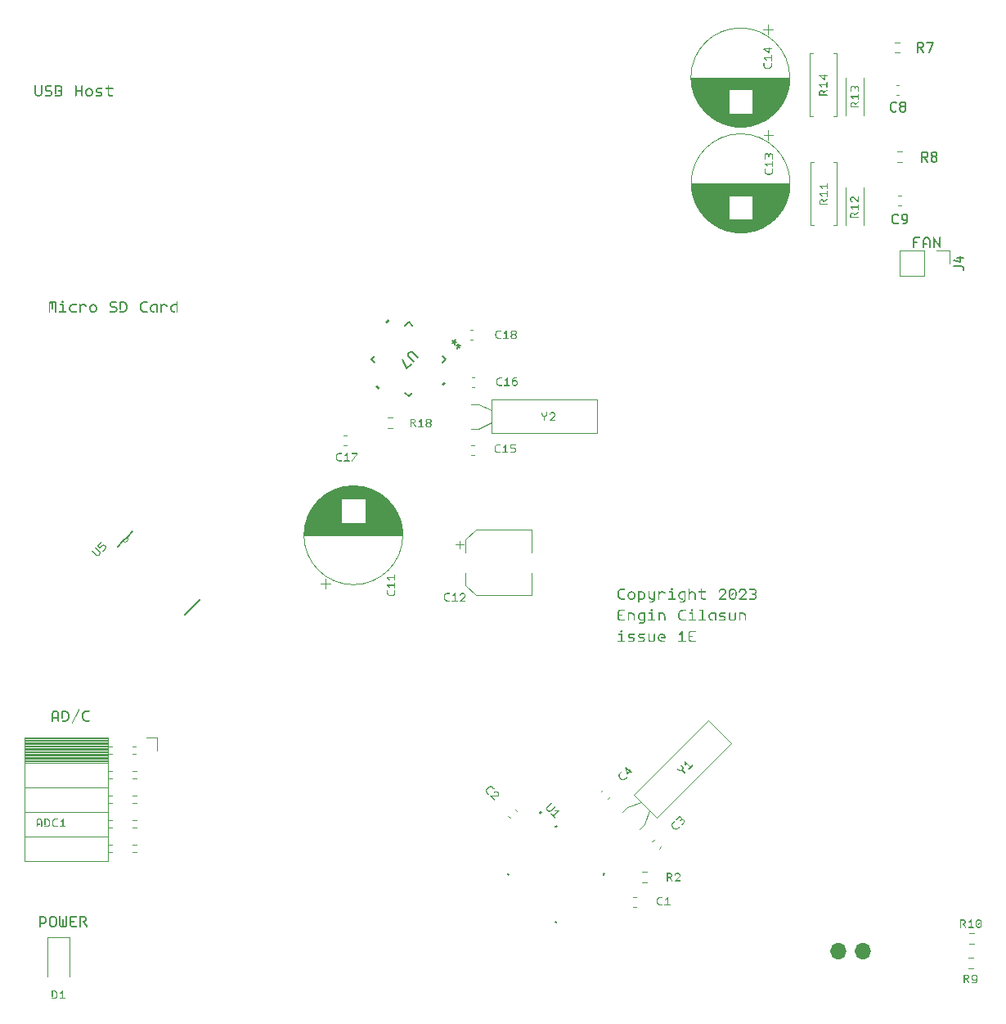
<source format=gbr>
%TF.GenerationSoftware,KiCad,Pcbnew,7.0.1*%
%TF.CreationDate,2023-05-09T10:27:10-07:00*%
%TF.ProjectId,expansionboardA,65787061-6e73-4696-9f6e-626f61726441,3*%
%TF.SameCoordinates,Original*%
%TF.FileFunction,Legend,Top*%
%TF.FilePolarity,Positive*%
%FSLAX46Y46*%
G04 Gerber Fmt 4.6, Leading zero omitted, Abs format (unit mm)*
G04 Created by KiCad (PCBNEW 7.0.1) date 2023-05-09 10:27:10*
%MOMM*%
%LPD*%
G01*
G04 APERTURE LIST*
%ADD10C,0.300000*%
%ADD11C,0.162500*%
%ADD12C,0.150000*%
%ADD13C,0.200000*%
%ADD14C,0.125000*%
%ADD15C,0.120000*%
%ADD16C,0.152400*%
%ADD17C,0.127000*%
%ADD18C,0.100000*%
%ADD19O,1.700000X1.700000*%
G04 APERTURE END LIST*
D10*
G36*
X25493059Y-47114381D02*
G01*
X25511621Y-47115026D01*
X25529680Y-47116960D01*
X25547237Y-47120183D01*
X25564292Y-47124696D01*
X25580844Y-47130497D01*
X25596894Y-47137588D01*
X25612442Y-47145969D01*
X25627487Y-47155638D01*
X25642031Y-47166597D01*
X25656071Y-47178846D01*
X25665153Y-47187727D01*
X25677977Y-47201677D01*
X25689539Y-47216140D01*
X25699841Y-47231117D01*
X25708881Y-47246607D01*
X25716659Y-47262610D01*
X25723176Y-47279127D01*
X25728432Y-47296158D01*
X25732426Y-47313702D01*
X25735159Y-47331759D01*
X25736631Y-47350330D01*
X25736911Y-47362996D01*
X25736911Y-48210128D01*
X25736063Y-48222846D01*
X25732929Y-48236724D01*
X25727485Y-48249569D01*
X25719732Y-48261381D01*
X25712780Y-48269186D01*
X25701860Y-48278465D01*
X25689938Y-48285465D01*
X25677012Y-48290186D01*
X25663084Y-48292627D01*
X25654675Y-48293000D01*
X25640282Y-48291860D01*
X25626831Y-48288441D01*
X25614323Y-48282744D01*
X25602756Y-48274767D01*
X25596569Y-48269186D01*
X25587290Y-48258097D01*
X25580290Y-48245944D01*
X25575570Y-48232728D01*
X25573128Y-48218448D01*
X25572756Y-48209810D01*
X25572756Y-47361408D01*
X25571601Y-47346892D01*
X25568137Y-47333348D01*
X25562363Y-47320776D01*
X25554280Y-47309177D01*
X25548624Y-47302986D01*
X25537642Y-47293459D01*
X25525808Y-47286273D01*
X25513123Y-47281426D01*
X25499588Y-47278919D01*
X25491472Y-47278537D01*
X25477481Y-47279707D01*
X25464401Y-47283216D01*
X25452233Y-47289066D01*
X25440977Y-47297255D01*
X25434954Y-47302986D01*
X25425922Y-47314029D01*
X25419109Y-47326045D01*
X25414514Y-47339033D01*
X25412137Y-47352994D01*
X25411775Y-47361408D01*
X25411775Y-47875784D01*
X25410927Y-47888718D01*
X25407793Y-47902791D01*
X25402349Y-47915771D01*
X25394596Y-47927657D01*
X25387644Y-47935477D01*
X25376724Y-47944756D01*
X25364801Y-47951756D01*
X25351876Y-47956477D01*
X25337948Y-47958918D01*
X25329539Y-47959290D01*
X25315146Y-47958151D01*
X25301695Y-47954732D01*
X25289187Y-47949035D01*
X25277620Y-47941058D01*
X25271433Y-47935477D01*
X25262154Y-47924372D01*
X25255154Y-47912174D01*
X25250434Y-47898882D01*
X25247992Y-47884496D01*
X25247620Y-47875784D01*
X25247620Y-47361408D01*
X25246465Y-47346892D01*
X25243001Y-47333348D01*
X25237227Y-47320776D01*
X25229144Y-47309177D01*
X25223488Y-47302986D01*
X25212536Y-47293459D01*
X25200793Y-47286273D01*
X25188261Y-47281426D01*
X25174938Y-47278919D01*
X25166971Y-47278537D01*
X25153197Y-47279707D01*
X25140212Y-47283216D01*
X25128019Y-47289066D01*
X25116615Y-47297255D01*
X25110453Y-47302986D01*
X25101174Y-47314029D01*
X25094174Y-47326045D01*
X25089453Y-47339033D01*
X25087011Y-47352994D01*
X25086639Y-47361408D01*
X25086639Y-48209810D01*
X25085791Y-48222636D01*
X25082657Y-48236612D01*
X25077213Y-48249525D01*
X25069460Y-48261374D01*
X25062508Y-48269186D01*
X25051588Y-48278465D01*
X25039665Y-48285465D01*
X25026740Y-48290186D01*
X25012812Y-48292627D01*
X25004403Y-48293000D01*
X24990010Y-48291860D01*
X24976559Y-48288441D01*
X24964050Y-48282744D01*
X24952484Y-48274767D01*
X24946297Y-48269186D01*
X24937018Y-48258112D01*
X24930018Y-48246005D01*
X24925297Y-48232864D01*
X24922856Y-48218691D01*
X24922484Y-48210128D01*
X24922484Y-47362996D01*
X24923111Y-47344083D01*
X24924995Y-47325683D01*
X24928135Y-47307797D01*
X24932530Y-47290424D01*
X24938181Y-47273564D01*
X24945088Y-47257219D01*
X24953251Y-47241386D01*
X24962669Y-47226067D01*
X24973343Y-47211262D01*
X24985273Y-47196970D01*
X24993925Y-47187727D01*
X25003007Y-47178846D01*
X25017055Y-47166597D01*
X25031610Y-47155638D01*
X25046673Y-47145969D01*
X25062244Y-47137588D01*
X25078323Y-47130497D01*
X25094909Y-47124696D01*
X25112004Y-47120183D01*
X25129607Y-47116960D01*
X25147717Y-47115026D01*
X25166336Y-47114381D01*
X25184558Y-47114945D01*
X25202194Y-47116636D01*
X25219244Y-47119455D01*
X25235708Y-47123401D01*
X25251586Y-47128474D01*
X25266878Y-47134675D01*
X25281584Y-47142003D01*
X25295703Y-47150459D01*
X25309237Y-47160042D01*
X25322185Y-47170753D01*
X25330491Y-47178519D01*
X25342765Y-47167057D01*
X25355652Y-47156722D01*
X25369153Y-47147515D01*
X25383268Y-47139435D01*
X25397997Y-47132483D01*
X25413340Y-47126658D01*
X25429297Y-47121960D01*
X25445868Y-47118390D01*
X25463053Y-47115947D01*
X25480852Y-47114632D01*
X25493059Y-47114381D01*
G37*
G36*
X26478628Y-48128844D02*
G01*
X26678345Y-48128844D01*
X26691160Y-48129692D01*
X26705095Y-48132826D01*
X26717936Y-48138270D01*
X26729682Y-48146023D01*
X26737403Y-48152975D01*
X26746806Y-48163895D01*
X26753899Y-48175818D01*
X26758683Y-48188743D01*
X26761157Y-48202671D01*
X26761534Y-48211080D01*
X26760380Y-48225473D01*
X26756916Y-48238924D01*
X26751142Y-48251433D01*
X26743059Y-48262999D01*
X26737403Y-48269186D01*
X26726453Y-48278465D01*
X26714439Y-48285465D01*
X26701362Y-48290186D01*
X26687221Y-48292627D01*
X26678663Y-48293000D01*
X26072208Y-48293000D01*
X26059393Y-48292162D01*
X26045458Y-48289069D01*
X26032618Y-48283697D01*
X26020871Y-48276046D01*
X26013150Y-48269186D01*
X26003871Y-48258157D01*
X25996871Y-48246187D01*
X25992150Y-48233275D01*
X25989708Y-48219420D01*
X25989336Y-48211080D01*
X25990476Y-48196579D01*
X25993894Y-48183081D01*
X25999592Y-48170585D01*
X26007569Y-48159092D01*
X26013150Y-48152975D01*
X26024115Y-48143572D01*
X26036175Y-48136479D01*
X26049328Y-48131695D01*
X26063575Y-48129221D01*
X26072208Y-48128844D01*
X26314472Y-48128844D01*
X26314472Y-47563031D01*
X26128091Y-47563031D01*
X26113837Y-47561861D01*
X26100525Y-47558351D01*
X26088155Y-47552502D01*
X26076728Y-47544312D01*
X26070620Y-47538582D01*
X26061341Y-47527352D01*
X26054341Y-47515332D01*
X26049621Y-47502521D01*
X26047179Y-47488921D01*
X26046807Y-47480794D01*
X26047946Y-47466758D01*
X26051365Y-47453541D01*
X26057062Y-47441145D01*
X26065039Y-47429570D01*
X26070620Y-47423324D01*
X26081618Y-47413798D01*
X26093498Y-47406611D01*
X26106258Y-47401764D01*
X26119900Y-47399257D01*
X26128091Y-47398875D01*
X26395439Y-47398875D01*
X26408361Y-47399757D01*
X26422394Y-47403015D01*
X26435302Y-47408674D01*
X26447086Y-47416733D01*
X26454814Y-47423959D01*
X26464093Y-47435220D01*
X26471093Y-47447331D01*
X26475814Y-47460293D01*
X26478256Y-47474107D01*
X26478628Y-47482382D01*
X26478628Y-48128844D01*
G37*
G36*
X26374483Y-47307431D02*
G01*
X26359230Y-47306539D01*
X26344629Y-47303865D01*
X26330679Y-47299408D01*
X26317380Y-47293167D01*
X26304732Y-47285144D01*
X26292735Y-47275338D01*
X26288119Y-47270916D01*
X26280007Y-47261103D01*
X26271389Y-47248251D01*
X26264460Y-47234747D01*
X26259221Y-47220592D01*
X26255672Y-47205786D01*
X26253814Y-47190329D01*
X26253509Y-47180742D01*
X26254254Y-47167843D01*
X26255414Y-47157246D01*
X26258431Y-47144863D01*
X26263035Y-47133115D01*
X26268025Y-47120713D01*
X26272878Y-47111206D01*
X26281049Y-47100814D01*
X26287801Y-47092155D01*
X26300174Y-47081062D01*
X26313004Y-47071913D01*
X26326290Y-47064710D01*
X26340032Y-47059451D01*
X26354231Y-47056137D01*
X26368887Y-47054768D01*
X26383998Y-47055343D01*
X26399567Y-47057863D01*
X26412581Y-47060797D01*
X26420840Y-47063579D01*
X26432284Y-47069129D01*
X26444019Y-47075962D01*
X26460847Y-47091520D01*
X26471366Y-47103159D01*
X26480103Y-47115650D01*
X26487056Y-47128994D01*
X26492227Y-47143191D01*
X26495614Y-47158240D01*
X26497040Y-47170894D01*
X26497361Y-47180742D01*
X26496806Y-47193745D01*
X26494548Y-47209288D01*
X26490555Y-47224039D01*
X26484824Y-47238001D01*
X26477358Y-47251171D01*
X26468155Y-47263551D01*
X26461800Y-47270599D01*
X26450375Y-47281210D01*
X26438129Y-47290022D01*
X26425061Y-47297036D01*
X26411171Y-47302251D01*
X26396459Y-47305668D01*
X26380926Y-47307287D01*
X26374483Y-47307431D01*
G37*
G36*
X27765202Y-48128844D02*
G01*
X27778027Y-48129692D01*
X27792003Y-48132826D01*
X27804916Y-48138270D01*
X27816765Y-48146023D01*
X27824577Y-48152975D01*
X27833980Y-48163895D01*
X27841073Y-48175818D01*
X27845857Y-48188743D01*
X27848331Y-48202671D01*
X27848708Y-48211080D01*
X27847554Y-48225473D01*
X27844089Y-48238924D01*
X27838316Y-48251433D01*
X27830233Y-48262999D01*
X27824577Y-48269186D01*
X27813596Y-48278465D01*
X27801491Y-48285465D01*
X27788262Y-48290186D01*
X27773908Y-48292627D01*
X27765202Y-48293000D01*
X27433080Y-48293000D01*
X27411534Y-48292523D01*
X27390394Y-48291094D01*
X27369661Y-48288713D01*
X27349335Y-48285379D01*
X27329416Y-48281093D01*
X27309904Y-48275854D01*
X27290798Y-48269662D01*
X27272100Y-48262518D01*
X27253808Y-48254421D01*
X27235923Y-48245372D01*
X27218445Y-48235370D01*
X27201373Y-48224416D01*
X27184708Y-48212509D01*
X27168451Y-48199650D01*
X27152600Y-48185838D01*
X27137156Y-48171073D01*
X27122430Y-48155596D01*
X27108654Y-48139724D01*
X27095828Y-48123457D01*
X27083952Y-48106796D01*
X27073026Y-48089741D01*
X27063050Y-48072291D01*
X27054025Y-48054447D01*
X27045949Y-48036209D01*
X27038824Y-48017576D01*
X27032648Y-47998548D01*
X27027423Y-47979127D01*
X27023148Y-47959310D01*
X27019822Y-47939100D01*
X27017447Y-47918495D01*
X27016022Y-47897495D01*
X27015547Y-47876101D01*
X27015547Y-47817678D01*
X27016022Y-47796282D01*
X27017447Y-47775275D01*
X27019822Y-47754658D01*
X27023148Y-47734430D01*
X27027423Y-47714591D01*
X27032648Y-47695142D01*
X27038824Y-47676083D01*
X27045949Y-47657412D01*
X27054025Y-47639132D01*
X27063050Y-47621240D01*
X27073026Y-47603739D01*
X27083952Y-47586626D01*
X27095828Y-47569903D01*
X27108654Y-47553570D01*
X27122430Y-47537626D01*
X27137156Y-47522071D01*
X27152600Y-47507153D01*
X27168451Y-47493197D01*
X27184708Y-47480204D01*
X27201373Y-47468173D01*
X27218445Y-47457105D01*
X27235923Y-47446999D01*
X27253808Y-47437855D01*
X27272100Y-47429674D01*
X27290798Y-47422456D01*
X27309904Y-47416200D01*
X27329416Y-47410906D01*
X27349335Y-47406575D01*
X27369661Y-47403206D01*
X27390394Y-47400800D01*
X27411534Y-47399357D01*
X27433080Y-47398875D01*
X27765202Y-47398875D01*
X27778124Y-47399735D01*
X27792157Y-47402910D01*
X27805065Y-47408426D01*
X27816848Y-47416281D01*
X27824577Y-47423324D01*
X27833980Y-47434431D01*
X27841073Y-47446358D01*
X27845857Y-47459105D01*
X27848331Y-47472673D01*
X27848708Y-47480794D01*
X27847554Y-47494846D01*
X27844089Y-47508108D01*
X27838316Y-47520580D01*
X27830233Y-47532262D01*
X27824577Y-47538582D01*
X27813488Y-47548109D01*
X27801335Y-47555295D01*
X27788119Y-47560142D01*
X27773839Y-47562649D01*
X27765202Y-47563031D01*
X27432763Y-47563031D01*
X27419671Y-47563321D01*
X27406831Y-47564192D01*
X27388039Y-47566586D01*
X27369811Y-47570287D01*
X27352147Y-47575293D01*
X27335047Y-47581606D01*
X27318511Y-47589224D01*
X27302538Y-47598149D01*
X27287129Y-47608379D01*
X27272283Y-47619916D01*
X27262700Y-47628332D01*
X27253366Y-47637330D01*
X27244446Y-47646736D01*
X27236101Y-47656381D01*
X27224663Y-47671294D01*
X27214520Y-47686743D01*
X27205672Y-47702728D01*
X27198119Y-47719249D01*
X27191860Y-47736305D01*
X27186896Y-47753898D01*
X27183228Y-47772026D01*
X27180854Y-47790690D01*
X27179990Y-47803430D01*
X27179703Y-47816408D01*
X27179703Y-47875466D01*
X27179990Y-47888408D01*
X27180854Y-47901116D01*
X27183228Y-47919741D01*
X27186896Y-47937841D01*
X27191860Y-47955416D01*
X27198119Y-47972467D01*
X27205672Y-47988994D01*
X27214520Y-48004995D01*
X27224663Y-48020472D01*
X27236101Y-48035425D01*
X27244446Y-48045102D01*
X27253366Y-48054545D01*
X27262700Y-48063542D01*
X27272283Y-48071959D01*
X27287129Y-48083496D01*
X27302538Y-48093726D01*
X27318511Y-48102651D01*
X27335047Y-48110269D01*
X27352147Y-48116582D01*
X27369811Y-48121588D01*
X27388039Y-48125289D01*
X27406831Y-48127683D01*
X27419671Y-48128554D01*
X27432763Y-48128844D01*
X27765202Y-48128844D01*
G37*
G36*
X28854598Y-47556046D02*
G01*
X28861407Y-47568899D01*
X28865998Y-47582179D01*
X28868370Y-47595883D01*
X28868524Y-47610013D01*
X28867616Y-47618279D01*
X28864408Y-47632103D01*
X28858951Y-47644681D01*
X28851246Y-47656013D01*
X28841292Y-47666099D01*
X28834594Y-47671304D01*
X28822066Y-47678716D01*
X28808930Y-47683728D01*
X28795187Y-47686339D01*
X28780835Y-47686549D01*
X28772361Y-47685592D01*
X28758103Y-47682106D01*
X28745334Y-47676372D01*
X28734054Y-47668388D01*
X28724263Y-47658157D01*
X28719336Y-47651300D01*
X28709900Y-47638942D01*
X28699849Y-47627268D01*
X28689182Y-47616279D01*
X28677900Y-47605975D01*
X28666004Y-47596355D01*
X28653491Y-47587420D01*
X28640364Y-47579170D01*
X28626622Y-47571604D01*
X28612467Y-47564832D01*
X28598105Y-47558963D01*
X28583534Y-47553997D01*
X28568754Y-47549933D01*
X28553767Y-47546773D01*
X28538571Y-47544516D01*
X28523166Y-47543161D01*
X28507553Y-47542710D01*
X28494295Y-47543011D01*
X28481269Y-47543915D01*
X28468477Y-47545422D01*
X28455917Y-47547532D01*
X28437516Y-47551827D01*
X28419639Y-47557478D01*
X28402286Y-47564485D01*
X28385459Y-47572849D01*
X28369156Y-47582569D01*
X28358578Y-47589802D01*
X28348234Y-47597639D01*
X28338123Y-47606078D01*
X28328246Y-47615119D01*
X28323394Y-47619866D01*
X28314089Y-47629641D01*
X28305385Y-47639676D01*
X28297281Y-47649972D01*
X28289777Y-47660528D01*
X28282874Y-47671345D01*
X28276571Y-47682422D01*
X28268241Y-47699526D01*
X28261263Y-47717216D01*
X28257361Y-47729335D01*
X28254059Y-47741714D01*
X28251358Y-47754354D01*
X28249257Y-47767254D01*
X28247756Y-47780415D01*
X28246856Y-47793836D01*
X28246555Y-47807518D01*
X28246555Y-48209175D01*
X28245707Y-48222012D01*
X28242573Y-48236030D01*
X28237129Y-48249014D01*
X28229376Y-48260965D01*
X28222424Y-48268868D01*
X28211504Y-48278271D01*
X28199582Y-48285364D01*
X28186656Y-48290148D01*
X28172728Y-48292622D01*
X28164319Y-48293000D01*
X28149926Y-48291845D01*
X28136475Y-48288381D01*
X28123967Y-48282607D01*
X28112400Y-48274524D01*
X28106213Y-48268868D01*
X28096934Y-48257794D01*
X28089935Y-48245687D01*
X28085214Y-48232547D01*
X28082772Y-48218373D01*
X28082400Y-48209810D01*
X28082400Y-47482064D01*
X28083237Y-47469346D01*
X28086330Y-47455468D01*
X28091702Y-47442623D01*
X28099353Y-47430811D01*
X28106213Y-47423006D01*
X28117242Y-47413604D01*
X28129212Y-47406511D01*
X28142125Y-47401727D01*
X28155979Y-47399252D01*
X28164319Y-47398875D01*
X28178820Y-47399984D01*
X28192319Y-47403312D01*
X28204814Y-47408857D01*
X28216307Y-47416621D01*
X28222424Y-47422054D01*
X28231827Y-47432726D01*
X28238920Y-47444462D01*
X28243704Y-47457262D01*
X28246178Y-47471125D01*
X28246555Y-47479524D01*
X28242110Y-47479524D01*
X28256096Y-47467297D01*
X28270429Y-47455859D01*
X28285109Y-47445210D01*
X28300136Y-47435350D01*
X28315511Y-47426278D01*
X28331233Y-47417996D01*
X28347302Y-47410502D01*
X28363719Y-47403797D01*
X28380483Y-47397881D01*
X28397594Y-47392753D01*
X28415052Y-47388415D01*
X28432858Y-47384865D01*
X28451011Y-47382104D01*
X28469511Y-47380132D01*
X28488358Y-47378949D01*
X28507553Y-47378554D01*
X28520559Y-47378738D01*
X28533461Y-47379289D01*
X28546258Y-47380206D01*
X28558951Y-47381491D01*
X28577796Y-47384107D01*
X28596406Y-47387549D01*
X28614781Y-47391817D01*
X28632922Y-47396911D01*
X28650829Y-47402831D01*
X28668502Y-47409577D01*
X28685939Y-47417149D01*
X28697435Y-47422655D01*
X28703143Y-47425547D01*
X28714414Y-47431563D01*
X28725443Y-47437865D01*
X28741537Y-47447853D01*
X28757090Y-47458483D01*
X28772101Y-47469754D01*
X28786570Y-47481668D01*
X28800498Y-47494223D01*
X28813885Y-47507420D01*
X28826731Y-47521259D01*
X28839035Y-47535739D01*
X28846937Y-47545750D01*
X28854598Y-47556046D01*
G37*
G36*
X29546621Y-47399347D02*
G01*
X29567649Y-47400761D01*
X29588275Y-47403117D01*
X29608499Y-47406416D01*
X29628322Y-47410658D01*
X29647742Y-47415843D01*
X29666761Y-47421970D01*
X29685378Y-47429039D01*
X29703593Y-47437052D01*
X29721406Y-47446007D01*
X29738817Y-47455904D01*
X29755827Y-47466744D01*
X29772434Y-47478527D01*
X29788640Y-47491253D01*
X29804444Y-47504921D01*
X29819846Y-47519531D01*
X29834610Y-47534765D01*
X29848422Y-47550380D01*
X29861281Y-47566377D01*
X29873188Y-47582757D01*
X29884143Y-47599518D01*
X29894144Y-47616661D01*
X29903194Y-47634187D01*
X29911290Y-47652094D01*
X29918434Y-47670383D01*
X29924626Y-47689055D01*
X29929865Y-47708108D01*
X29934151Y-47727544D01*
X29937485Y-47747361D01*
X29939867Y-47767561D01*
X29941295Y-47788142D01*
X29941772Y-47809106D01*
X29941772Y-47892930D01*
X29941295Y-47913894D01*
X29939867Y-47934480D01*
X29937485Y-47954685D01*
X29934151Y-47974511D01*
X29929865Y-47993958D01*
X29924626Y-48013025D01*
X29918434Y-48031713D01*
X29911290Y-48050021D01*
X29903194Y-48067949D01*
X29894144Y-48085498D01*
X29884143Y-48102667D01*
X29873188Y-48119457D01*
X29861281Y-48135868D01*
X29848422Y-48151898D01*
X29834610Y-48167550D01*
X29819846Y-48182822D01*
X29804444Y-48197394D01*
X29788640Y-48211026D01*
X29772434Y-48223718D01*
X29755827Y-48235470D01*
X29738817Y-48246281D01*
X29721406Y-48256153D01*
X29703593Y-48265084D01*
X29685378Y-48273075D01*
X29666761Y-48280126D01*
X29647742Y-48286237D01*
X29628322Y-48291408D01*
X29608499Y-48295639D01*
X29588275Y-48298929D01*
X29567649Y-48301280D01*
X29546621Y-48302690D01*
X29525191Y-48303160D01*
X29503760Y-48302690D01*
X29482728Y-48301280D01*
X29462096Y-48298929D01*
X29441863Y-48295639D01*
X29422030Y-48291408D01*
X29402595Y-48286237D01*
X29383561Y-48280126D01*
X29364925Y-48273075D01*
X29346689Y-48265084D01*
X29328852Y-48256153D01*
X29311415Y-48246281D01*
X29294377Y-48235470D01*
X29277738Y-48223718D01*
X29261499Y-48211026D01*
X29245659Y-48197394D01*
X29230219Y-48182822D01*
X29215493Y-48167550D01*
X29201717Y-48151898D01*
X29188891Y-48135868D01*
X29177015Y-48119457D01*
X29166090Y-48102667D01*
X29156114Y-48085498D01*
X29147088Y-48067949D01*
X29139013Y-48050021D01*
X29131887Y-48031713D01*
X29125712Y-48013025D01*
X29120486Y-47993958D01*
X29116211Y-47974511D01*
X29112886Y-47954685D01*
X29110511Y-47934480D01*
X29109086Y-47913894D01*
X29108611Y-47892930D01*
X29108611Y-47891977D01*
X29272766Y-47891977D01*
X29273054Y-47904716D01*
X29274565Y-47923374D01*
X29277370Y-47941490D01*
X29281471Y-47959064D01*
X29286866Y-47976098D01*
X29293556Y-47992590D01*
X29301541Y-48008540D01*
X29310821Y-48023949D01*
X29321396Y-48038817D01*
X29333265Y-48053143D01*
X29346430Y-48066928D01*
X29355796Y-48075656D01*
X29370293Y-48087692D01*
X29385325Y-48098462D01*
X29400894Y-48107964D01*
X29416998Y-48116199D01*
X29433637Y-48123167D01*
X29450813Y-48128869D01*
X29468524Y-48133303D01*
X29486772Y-48136470D01*
X29505555Y-48138371D01*
X29518374Y-48138934D01*
X29524874Y-48139004D01*
X29537851Y-48138723D01*
X29550587Y-48137878D01*
X29569241Y-48135555D01*
X29587354Y-48131966D01*
X29604924Y-48127109D01*
X29621954Y-48120985D01*
X29638442Y-48113595D01*
X29654389Y-48104937D01*
X29669794Y-48095013D01*
X29684658Y-48083821D01*
X29698981Y-48071363D01*
X29703635Y-48066928D01*
X29712594Y-48057799D01*
X29724948Y-48043653D01*
X29736002Y-48028965D01*
X29745755Y-48013737D01*
X29754208Y-47997967D01*
X29761360Y-47981655D01*
X29767213Y-47964802D01*
X29771764Y-47947408D01*
X29775015Y-47929473D01*
X29776966Y-47910996D01*
X29777616Y-47891977D01*
X29777616Y-47808153D01*
X29776966Y-47789475D01*
X29775015Y-47771305D01*
X29771764Y-47753643D01*
X29767213Y-47736489D01*
X29761360Y-47719842D01*
X29754208Y-47703704D01*
X29745755Y-47688073D01*
X29736002Y-47672951D01*
X29724948Y-47658336D01*
X29712594Y-47644229D01*
X29703635Y-47635107D01*
X29694267Y-47626379D01*
X29679764Y-47614343D01*
X29664719Y-47603574D01*
X29649134Y-47594071D01*
X29633006Y-47585836D01*
X29616338Y-47578868D01*
X29599128Y-47573167D01*
X29581376Y-47568732D01*
X29563083Y-47565565D01*
X29544249Y-47563664D01*
X29531392Y-47563101D01*
X29524874Y-47563031D01*
X29511935Y-47563312D01*
X29499234Y-47564157D01*
X29480630Y-47566480D01*
X29462561Y-47570070D01*
X29445028Y-47574926D01*
X29428031Y-47581050D01*
X29411570Y-47588441D01*
X29395645Y-47597098D01*
X29380255Y-47607023D01*
X29365401Y-47618214D01*
X29351083Y-47630673D01*
X29346430Y-47635107D01*
X29337510Y-47644192D01*
X29325208Y-47658252D01*
X29314202Y-47672832D01*
X29304490Y-47687930D01*
X29296074Y-47703548D01*
X29288952Y-47719684D01*
X29283125Y-47736340D01*
X29278593Y-47753515D01*
X29275356Y-47771208D01*
X29273414Y-47789421D01*
X29272766Y-47808153D01*
X29272766Y-47891977D01*
X29108611Y-47891977D01*
X29108611Y-47809106D01*
X29109086Y-47788142D01*
X29110511Y-47767561D01*
X29112886Y-47747361D01*
X29116211Y-47727544D01*
X29120486Y-47708108D01*
X29125712Y-47689055D01*
X29131887Y-47670383D01*
X29139013Y-47652094D01*
X29147088Y-47634187D01*
X29156114Y-47616661D01*
X29166090Y-47599518D01*
X29177015Y-47582757D01*
X29188891Y-47566377D01*
X29201717Y-47550380D01*
X29215493Y-47534765D01*
X29230219Y-47519531D01*
X29245659Y-47504921D01*
X29261499Y-47491253D01*
X29277738Y-47478527D01*
X29294377Y-47466744D01*
X29311415Y-47455904D01*
X29328852Y-47446007D01*
X29346689Y-47437052D01*
X29364925Y-47429039D01*
X29383561Y-47421970D01*
X29402595Y-47415843D01*
X29422030Y-47410658D01*
X29441863Y-47406416D01*
X29462096Y-47403117D01*
X29482728Y-47400761D01*
X29503760Y-47399347D01*
X29525191Y-47398875D01*
X29546621Y-47399347D01*
G37*
G36*
X31697634Y-47622406D02*
G01*
X31714861Y-47622791D01*
X31731776Y-47623944D01*
X31748379Y-47625867D01*
X31764669Y-47628558D01*
X31780647Y-47632019D01*
X31796311Y-47636248D01*
X31811664Y-47641246D01*
X31826704Y-47647014D01*
X31841431Y-47653550D01*
X31855846Y-47660856D01*
X31869948Y-47668930D01*
X31883737Y-47677773D01*
X31897214Y-47687385D01*
X31910379Y-47697767D01*
X31923231Y-47708917D01*
X31935770Y-47720836D01*
X31947766Y-47733296D01*
X31958989Y-47746069D01*
X31969437Y-47759154D01*
X31979111Y-47772552D01*
X31988012Y-47786262D01*
X31996138Y-47800285D01*
X32003490Y-47814620D01*
X32010069Y-47829268D01*
X32015874Y-47844228D01*
X32020904Y-47859501D01*
X32025161Y-47875087D01*
X32028644Y-47890985D01*
X32031352Y-47907196D01*
X32033287Y-47923719D01*
X32034448Y-47940555D01*
X32034835Y-47957703D01*
X32034448Y-47974851D01*
X32033287Y-47991687D01*
X32031352Y-48008210D01*
X32028644Y-48024421D01*
X32025161Y-48040319D01*
X32020904Y-48055905D01*
X32015874Y-48071178D01*
X32010069Y-48086138D01*
X32003490Y-48100786D01*
X31996138Y-48115121D01*
X31988012Y-48129144D01*
X31979111Y-48142854D01*
X31969437Y-48156252D01*
X31958989Y-48169337D01*
X31947766Y-48182110D01*
X31935770Y-48194570D01*
X31923268Y-48206489D01*
X31910448Y-48217639D01*
X31897311Y-48228020D01*
X31883857Y-48237633D01*
X31870084Y-48246476D01*
X31855995Y-48254550D01*
X31841587Y-48261856D01*
X31826862Y-48268392D01*
X31811820Y-48274159D01*
X31796460Y-48279158D01*
X31780783Y-48283387D01*
X31764788Y-48286848D01*
X31748476Y-48289539D01*
X31731846Y-48291462D01*
X31714898Y-48292615D01*
X31697634Y-48293000D01*
X31695728Y-48293000D01*
X31284863Y-48293000D01*
X31272037Y-48292173D01*
X31258061Y-48289122D01*
X31245149Y-48283821D01*
X31233300Y-48276272D01*
X31225488Y-48269503D01*
X31216209Y-48258614D01*
X31209209Y-48246782D01*
X31204488Y-48234009D01*
X31202046Y-48220293D01*
X31201674Y-48212033D01*
X31202829Y-48197625D01*
X31206293Y-48184129D01*
X31212066Y-48171544D01*
X31220149Y-48159871D01*
X31225805Y-48153610D01*
X31236879Y-48143960D01*
X31248986Y-48136680D01*
X31262127Y-48131770D01*
X31276300Y-48129231D01*
X31284863Y-48128844D01*
X31696363Y-48128844D01*
X31698269Y-48128844D01*
X31711369Y-48128406D01*
X31724118Y-48127091D01*
X31740569Y-48123976D01*
X31756395Y-48119302D01*
X31771596Y-48113071D01*
X31786172Y-48105282D01*
X31800123Y-48095935D01*
X31810176Y-48087903D01*
X31819877Y-48078994D01*
X31828956Y-48069406D01*
X31837142Y-48059456D01*
X31846667Y-48045624D01*
X31854605Y-48031147D01*
X31860956Y-48016025D01*
X31865718Y-48000259D01*
X31868894Y-47983847D01*
X31870233Y-47971115D01*
X31870680Y-47958020D01*
X31870233Y-47944869D01*
X31868894Y-47932086D01*
X31865718Y-47915615D01*
X31860956Y-47899798D01*
X31854605Y-47884637D01*
X31846667Y-47870131D01*
X31837142Y-47856279D01*
X31828956Y-47846320D01*
X31819877Y-47836729D01*
X31810176Y-47827764D01*
X31800123Y-47819680D01*
X31786172Y-47810274D01*
X31771596Y-47802435D01*
X31756395Y-47796164D01*
X31740569Y-47791461D01*
X31724118Y-47788326D01*
X31711369Y-47787003D01*
X31698269Y-47786562D01*
X31696363Y-47786562D01*
X31538876Y-47786562D01*
X31521648Y-47786177D01*
X31504733Y-47785024D01*
X31488130Y-47783102D01*
X31471840Y-47780410D01*
X31455863Y-47776950D01*
X31440198Y-47772720D01*
X31424845Y-47767722D01*
X31409806Y-47761954D01*
X31395078Y-47755418D01*
X31380664Y-47748113D01*
X31366561Y-47740038D01*
X31352772Y-47731195D01*
X31339295Y-47721583D01*
X31326130Y-47711202D01*
X31313278Y-47700051D01*
X31300739Y-47688132D01*
X31288743Y-47675632D01*
X31277521Y-47662820D01*
X31267072Y-47649695D01*
X31257398Y-47636258D01*
X31248498Y-47622508D01*
X31240371Y-47608446D01*
X31233019Y-47594071D01*
X31226440Y-47579383D01*
X31220636Y-47564383D01*
X31215605Y-47549070D01*
X31211348Y-47533445D01*
X31207866Y-47517507D01*
X31205157Y-47501257D01*
X31203222Y-47484694D01*
X31202061Y-47467818D01*
X31201674Y-47450630D01*
X31202060Y-47433405D01*
X31203217Y-47416497D01*
X31205146Y-47399907D01*
X31207846Y-47383635D01*
X31211317Y-47367679D01*
X31215560Y-47352042D01*
X31220575Y-47336722D01*
X31226361Y-47321719D01*
X31232918Y-47307034D01*
X31240247Y-47292666D01*
X31248348Y-47278616D01*
X31257219Y-47264884D01*
X31266863Y-47251469D01*
X31277277Y-47238371D01*
X31288464Y-47225591D01*
X31300421Y-47213129D01*
X31312962Y-47201171D01*
X31325818Y-47189985D01*
X31338988Y-47179570D01*
X31352474Y-47169927D01*
X31366275Y-47161055D01*
X31380391Y-47152954D01*
X31394822Y-47145626D01*
X31409567Y-47139068D01*
X31424628Y-47133282D01*
X31440004Y-47128268D01*
X31455695Y-47124025D01*
X31471701Y-47120553D01*
X31488022Y-47117853D01*
X31504658Y-47115924D01*
X31521610Y-47114767D01*
X31538876Y-47114381D01*
X31875125Y-47114381D01*
X31887843Y-47115252D01*
X31901721Y-47118469D01*
X31914566Y-47124056D01*
X31926378Y-47132013D01*
X31934183Y-47139147D01*
X31943585Y-47150300D01*
X31950679Y-47162363D01*
X31955463Y-47175339D01*
X31957937Y-47189226D01*
X31958314Y-47197570D01*
X31957159Y-47211824D01*
X31953695Y-47225136D01*
X31947922Y-47237506D01*
X31939839Y-47248933D01*
X31934183Y-47255041D01*
X31923109Y-47264196D01*
X31911002Y-47271103D01*
X31897861Y-47275760D01*
X31883688Y-47278170D01*
X31875125Y-47278537D01*
X31538558Y-47278537D01*
X31525455Y-47278981D01*
X31512698Y-47280312D01*
X31496227Y-47283467D01*
X31480371Y-47288200D01*
X31465130Y-47294511D01*
X31450505Y-47302399D01*
X31436494Y-47311865D01*
X31426390Y-47320000D01*
X31416632Y-47329022D01*
X31407553Y-47338615D01*
X31399367Y-47348583D01*
X31389842Y-47362454D01*
X31381904Y-47376990D01*
X31375554Y-47392191D01*
X31370791Y-47408057D01*
X31367616Y-47424588D01*
X31366276Y-47437422D01*
X31365830Y-47450630D01*
X31366276Y-47463785D01*
X31367616Y-47476576D01*
X31370791Y-47493067D01*
X31375554Y-47508913D01*
X31381904Y-47524114D01*
X31389842Y-47538670D01*
X31399367Y-47552581D01*
X31407553Y-47562592D01*
X31416632Y-47572239D01*
X31426333Y-47581204D01*
X31436386Y-47589288D01*
X31450337Y-47598694D01*
X31464913Y-47606533D01*
X31480114Y-47612804D01*
X31495940Y-47617507D01*
X31512392Y-47620643D01*
X31525140Y-47621965D01*
X31538241Y-47622406D01*
X31695728Y-47622406D01*
X31697634Y-47622406D01*
G37*
G36*
X32565404Y-47114381D02*
G01*
X32578224Y-47114526D01*
X32590926Y-47114959D01*
X32615973Y-47116693D01*
X32640547Y-47119583D01*
X32664647Y-47123629D01*
X32688274Y-47128831D01*
X32711426Y-47135188D01*
X32734105Y-47142702D01*
X32756310Y-47151372D01*
X32778042Y-47161197D01*
X32799299Y-47172179D01*
X32820083Y-47184317D01*
X32840392Y-47197610D01*
X32860228Y-47212059D01*
X32879591Y-47227665D01*
X32898479Y-47244426D01*
X32907746Y-47253240D01*
X32916894Y-47262344D01*
X32925860Y-47271628D01*
X32934542Y-47281027D01*
X32951052Y-47300168D01*
X32966423Y-47319764D01*
X32980655Y-47339817D01*
X32993749Y-47360327D01*
X33005704Y-47381293D01*
X33016521Y-47402715D01*
X33026199Y-47424594D01*
X33034738Y-47446929D01*
X33042139Y-47469721D01*
X33048401Y-47492969D01*
X33053525Y-47516674D01*
X33057510Y-47540835D01*
X33060356Y-47565452D01*
X33062064Y-47590526D01*
X33062491Y-47603234D01*
X33062634Y-47616056D01*
X33062634Y-47791325D01*
X33062491Y-47804263D01*
X33062064Y-47817083D01*
X33061353Y-47829784D01*
X33059075Y-47854828D01*
X33055660Y-47879396D01*
X33051105Y-47903487D01*
X33045412Y-47927102D01*
X33038581Y-47950241D01*
X33030611Y-47972904D01*
X33021502Y-47995090D01*
X33011255Y-48016801D01*
X32999869Y-48038034D01*
X32987344Y-48058792D01*
X32973681Y-48079073D01*
X32958879Y-48098878D01*
X32942939Y-48118207D01*
X32925860Y-48137060D01*
X32916894Y-48146307D01*
X32907746Y-48155332D01*
X32898479Y-48164071D01*
X32879591Y-48180688D01*
X32860228Y-48196160D01*
X32840392Y-48210485D01*
X32820083Y-48223664D01*
X32799299Y-48235698D01*
X32778042Y-48246585D01*
X32756310Y-48256326D01*
X32734105Y-48264922D01*
X32711426Y-48272371D01*
X32688274Y-48278674D01*
X32664647Y-48283831D01*
X32640547Y-48287842D01*
X32615973Y-48290707D01*
X32590926Y-48292426D01*
X32578224Y-48292856D01*
X32565404Y-48293000D01*
X32350763Y-48293000D01*
X32336138Y-48291860D01*
X32322547Y-48288441D01*
X32309988Y-48282744D01*
X32298463Y-48274767D01*
X32292340Y-48269186D01*
X32283062Y-48258157D01*
X32276062Y-48246187D01*
X32271341Y-48233275D01*
X32268899Y-48219420D01*
X32268527Y-48211080D01*
X32269666Y-48196579D01*
X32273085Y-48183081D01*
X32278782Y-48170585D01*
X32286759Y-48159092D01*
X32292340Y-48152975D01*
X32303260Y-48143572D01*
X32315183Y-48136479D01*
X32328108Y-48131695D01*
X32342037Y-48129221D01*
X32350446Y-48128844D01*
X32564769Y-48128844D01*
X32581876Y-48128457D01*
X32598669Y-48127296D01*
X32615146Y-48125361D01*
X32631308Y-48122652D01*
X32647156Y-48119170D01*
X32662688Y-48114913D01*
X32677905Y-48109882D01*
X32692807Y-48104078D01*
X32707394Y-48097499D01*
X32721666Y-48090147D01*
X32735623Y-48082020D01*
X32749265Y-48073120D01*
X32762592Y-48063446D01*
X32775604Y-48052997D01*
X32788301Y-48041775D01*
X32800683Y-48029779D01*
X32812525Y-48017197D01*
X32823604Y-48004298D01*
X32833918Y-47991082D01*
X32843468Y-47977548D01*
X32852255Y-47963696D01*
X32860277Y-47949527D01*
X32867535Y-47935040D01*
X32874029Y-47920236D01*
X32879759Y-47905114D01*
X32884726Y-47889675D01*
X32888928Y-47873918D01*
X32892366Y-47857844D01*
X32895040Y-47841452D01*
X32896950Y-47824743D01*
X32898096Y-47807716D01*
X32898478Y-47790372D01*
X32898478Y-47615103D01*
X32898097Y-47597991D01*
X32896955Y-47581184D01*
X32895051Y-47564682D01*
X32892386Y-47548485D01*
X32888959Y-47532593D01*
X32884770Y-47517006D01*
X32879820Y-47501724D01*
X32874109Y-47486748D01*
X32867636Y-47472076D01*
X32860401Y-47457710D01*
X32852405Y-47443649D01*
X32843647Y-47429893D01*
X32834128Y-47416442D01*
X32823847Y-47403296D01*
X32812805Y-47390455D01*
X32801001Y-47377919D01*
X32788660Y-47365885D01*
X32776006Y-47354626D01*
X32763040Y-47344145D01*
X32749762Y-47334439D01*
X32736170Y-47325511D01*
X32722267Y-47317358D01*
X32708050Y-47309982D01*
X32693522Y-47303382D01*
X32678680Y-47297559D01*
X32663526Y-47292512D01*
X32648060Y-47288242D01*
X32632281Y-47284748D01*
X32616189Y-47282031D01*
X32599785Y-47280090D01*
X32583068Y-47278925D01*
X32566039Y-47278537D01*
X32432682Y-47278537D01*
X32432682Y-47934524D01*
X32431834Y-47947350D01*
X32428700Y-47961326D01*
X32423256Y-47974239D01*
X32415503Y-47986087D01*
X32408551Y-47993900D01*
X32397631Y-48003179D01*
X32385709Y-48010179D01*
X32372783Y-48014899D01*
X32358855Y-48017341D01*
X32350446Y-48017713D01*
X32336053Y-48016574D01*
X32322602Y-48013155D01*
X32310094Y-48007458D01*
X32298527Y-47999481D01*
X32292340Y-47993900D01*
X32283062Y-47982826D01*
X32276062Y-47970719D01*
X32271341Y-47957578D01*
X32268899Y-47943405D01*
X32268527Y-47934842D01*
X32268527Y-47197253D01*
X32269651Y-47183201D01*
X32273024Y-47169939D01*
X32278646Y-47157467D01*
X32286516Y-47145786D01*
X32292023Y-47139465D01*
X32302973Y-47129691D01*
X32314987Y-47122318D01*
X32328064Y-47117345D01*
X32342205Y-47114773D01*
X32350763Y-47114381D01*
X32565404Y-47114381D01*
G37*
G36*
X34844532Y-47278537D02*
G01*
X34827149Y-47278925D01*
X34810086Y-47280090D01*
X34793343Y-47282031D01*
X34776921Y-47284748D01*
X34760818Y-47288242D01*
X34745035Y-47292512D01*
X34729572Y-47297559D01*
X34714430Y-47303382D01*
X34699607Y-47309982D01*
X34685104Y-47317358D01*
X34670921Y-47325511D01*
X34657058Y-47334439D01*
X34643516Y-47344145D01*
X34630293Y-47354626D01*
X34617390Y-47365885D01*
X34604807Y-47377919D01*
X34592773Y-47390455D01*
X34581515Y-47403296D01*
X34571033Y-47416442D01*
X34561328Y-47429893D01*
X34552399Y-47443649D01*
X34544246Y-47457710D01*
X34536870Y-47472076D01*
X34530271Y-47486748D01*
X34524447Y-47501724D01*
X34519401Y-47517006D01*
X34515130Y-47532593D01*
X34511636Y-47548485D01*
X34508919Y-47564682D01*
X34506978Y-47581184D01*
X34505813Y-47597991D01*
X34505425Y-47615103D01*
X34505425Y-47790372D01*
X34505813Y-47807716D01*
X34506978Y-47824743D01*
X34508919Y-47841452D01*
X34511636Y-47857844D01*
X34515130Y-47873918D01*
X34519401Y-47889675D01*
X34524447Y-47905114D01*
X34530271Y-47920236D01*
X34536870Y-47935040D01*
X34544246Y-47949527D01*
X34552399Y-47963696D01*
X34561328Y-47977548D01*
X34571033Y-47991082D01*
X34581515Y-48004298D01*
X34592773Y-48017197D01*
X34604807Y-48029779D01*
X34617390Y-48041775D01*
X34630293Y-48052997D01*
X34643516Y-48063446D01*
X34657058Y-48073120D01*
X34670921Y-48082020D01*
X34685104Y-48090147D01*
X34699607Y-48097499D01*
X34714430Y-48104078D01*
X34729572Y-48109882D01*
X34745035Y-48114913D01*
X34760818Y-48119170D01*
X34776921Y-48122652D01*
X34793343Y-48125361D01*
X34810086Y-48127296D01*
X34827149Y-48128457D01*
X34844532Y-48128844D01*
X35090924Y-48128844D01*
X35103750Y-48129692D01*
X35117726Y-48132826D01*
X35130638Y-48138270D01*
X35142487Y-48146023D01*
X35150299Y-48152975D01*
X35159702Y-48163895D01*
X35166795Y-48175818D01*
X35171579Y-48188743D01*
X35174053Y-48202671D01*
X35174430Y-48211080D01*
X35173276Y-48225473D01*
X35169812Y-48238924D01*
X35164038Y-48251433D01*
X35155955Y-48262999D01*
X35150299Y-48269186D01*
X35139319Y-48278465D01*
X35127214Y-48285465D01*
X35113984Y-48290186D01*
X35099631Y-48292627D01*
X35090924Y-48293000D01*
X34844532Y-48293000D01*
X34831554Y-48292856D01*
X34818695Y-48292426D01*
X34805956Y-48291710D01*
X34780838Y-48289418D01*
X34756198Y-48285980D01*
X34732037Y-48281396D01*
X34708355Y-48275666D01*
X34685152Y-48268790D01*
X34662427Y-48260767D01*
X34640181Y-48251599D01*
X34618414Y-48241285D01*
X34597125Y-48229824D01*
X34576316Y-48217218D01*
X34555985Y-48203466D01*
X34536132Y-48188567D01*
X34516759Y-48172523D01*
X34507252Y-48164071D01*
X34497864Y-48155332D01*
X34488597Y-48146307D01*
X34479532Y-48137060D01*
X34470756Y-48127693D01*
X34462268Y-48118207D01*
X34446154Y-48098878D01*
X34431191Y-48079073D01*
X34417379Y-48058792D01*
X34404718Y-48038034D01*
X34393208Y-48016801D01*
X34382849Y-47995090D01*
X34373641Y-47972904D01*
X34365584Y-47950241D01*
X34358678Y-47927102D01*
X34352923Y-47903487D01*
X34348319Y-47879396D01*
X34344866Y-47854828D01*
X34342564Y-47829784D01*
X34341845Y-47817083D01*
X34341413Y-47804263D01*
X34341269Y-47791325D01*
X34341269Y-47616056D01*
X34341413Y-47603234D01*
X34341845Y-47590526D01*
X34343571Y-47565452D01*
X34346449Y-47540835D01*
X34350477Y-47516674D01*
X34355657Y-47492969D01*
X34361987Y-47469721D01*
X34369469Y-47446929D01*
X34378101Y-47424594D01*
X34387885Y-47402715D01*
X34398819Y-47381293D01*
X34410904Y-47360327D01*
X34424141Y-47339817D01*
X34438528Y-47319764D01*
X34454067Y-47300168D01*
X34470756Y-47281027D01*
X34479532Y-47271628D01*
X34488597Y-47262344D01*
X34497864Y-47253240D01*
X34507252Y-47244426D01*
X34516759Y-47235901D01*
X34536132Y-47219718D01*
X34555985Y-47204690D01*
X34576316Y-47190819D01*
X34597125Y-47178103D01*
X34618414Y-47166544D01*
X34640181Y-47156140D01*
X34662427Y-47146892D01*
X34685152Y-47138801D01*
X34708355Y-47131865D01*
X34732037Y-47126085D01*
X34756198Y-47121461D01*
X34780838Y-47117994D01*
X34805956Y-47115682D01*
X34818695Y-47114959D01*
X34831554Y-47114526D01*
X34844532Y-47114381D01*
X35090924Y-47114381D01*
X35103954Y-47115252D01*
X35118084Y-47118469D01*
X35131060Y-47124056D01*
X35142880Y-47132013D01*
X35150617Y-47139147D01*
X35159896Y-47150254D01*
X35166896Y-47162181D01*
X35171617Y-47174928D01*
X35174058Y-47188496D01*
X35174430Y-47196618D01*
X35173276Y-47210546D01*
X35169812Y-47223715D01*
X35164038Y-47236123D01*
X35155955Y-47247773D01*
X35150299Y-47254088D01*
X35139210Y-47263615D01*
X35127057Y-47270801D01*
X35113841Y-47275648D01*
X35099561Y-47278155D01*
X35090924Y-47278537D01*
X34844532Y-47278537D01*
G37*
G36*
X36119040Y-47398875D02*
G01*
X36131962Y-47399757D01*
X36145995Y-47403015D01*
X36158903Y-47408674D01*
X36170687Y-47416733D01*
X36178415Y-47423959D01*
X36187694Y-47435204D01*
X36194694Y-47447270D01*
X36199415Y-47460157D01*
X36201857Y-47473864D01*
X36202229Y-47482064D01*
X36202229Y-48209810D01*
X36201380Y-48222528D01*
X36198246Y-48236407D01*
X36192803Y-48249252D01*
X36185049Y-48261064D01*
X36178098Y-48268868D01*
X36167178Y-48278271D01*
X36155255Y-48285364D01*
X36142330Y-48290148D01*
X36128401Y-48292622D01*
X36119992Y-48293000D01*
X36105600Y-48291845D01*
X36092149Y-48288381D01*
X36079640Y-48282607D01*
X36068073Y-48274524D01*
X36061887Y-48268868D01*
X36052608Y-48257779D01*
X36045608Y-48245626D01*
X36040887Y-48232410D01*
X36038445Y-48218130D01*
X36038073Y-48209493D01*
X36038073Y-47563031D01*
X35801206Y-47563031D01*
X35788462Y-47563321D01*
X35769779Y-47564845D01*
X35751614Y-47567675D01*
X35733969Y-47571810D01*
X35716843Y-47577252D01*
X35700236Y-47584000D01*
X35684147Y-47592054D01*
X35668578Y-47601414D01*
X35653528Y-47612080D01*
X35638997Y-47624052D01*
X35629598Y-47632758D01*
X35624985Y-47637330D01*
X35616142Y-47646736D01*
X35607869Y-47656381D01*
X35596530Y-47671294D01*
X35586474Y-47686743D01*
X35577702Y-47702728D01*
X35570214Y-47719249D01*
X35564009Y-47736305D01*
X35559088Y-47753898D01*
X35555451Y-47772026D01*
X35553098Y-47790690D01*
X35552242Y-47803430D01*
X35551957Y-47816408D01*
X35551957Y-47875466D01*
X35552242Y-47888408D01*
X35553098Y-47901116D01*
X35555451Y-47919741D01*
X35559088Y-47937841D01*
X35564009Y-47955416D01*
X35570214Y-47972467D01*
X35577702Y-47988994D01*
X35586474Y-48004995D01*
X35596530Y-48020472D01*
X35607869Y-48035425D01*
X35616142Y-48045102D01*
X35624985Y-48054545D01*
X35634269Y-48063542D01*
X35643783Y-48071959D01*
X35658487Y-48083496D01*
X35673710Y-48093726D01*
X35689452Y-48102651D01*
X35705714Y-48110269D01*
X35722494Y-48116582D01*
X35739793Y-48121588D01*
X35757612Y-48125289D01*
X35775949Y-48127683D01*
X35794806Y-48128771D01*
X35801206Y-48128844D01*
X35845024Y-48128844D01*
X35859649Y-48129999D01*
X35873240Y-48133463D01*
X35885799Y-48139236D01*
X35897324Y-48147319D01*
X35903447Y-48152975D01*
X35912849Y-48163895D01*
X35919942Y-48175818D01*
X35924726Y-48188743D01*
X35927201Y-48202671D01*
X35927578Y-48211080D01*
X35926423Y-48225473D01*
X35922959Y-48238924D01*
X35917185Y-48251433D01*
X35909102Y-48262999D01*
X35903447Y-48269186D01*
X35892496Y-48278465D01*
X35880482Y-48285465D01*
X35867405Y-48290186D01*
X35853264Y-48292627D01*
X35844706Y-48293000D01*
X35801206Y-48293000D01*
X35780009Y-48292523D01*
X35759200Y-48291094D01*
X35738781Y-48288713D01*
X35718752Y-48285379D01*
X35699112Y-48281093D01*
X35679861Y-48275854D01*
X35661000Y-48269662D01*
X35642528Y-48262518D01*
X35624446Y-48254421D01*
X35606753Y-48245372D01*
X35589450Y-48235370D01*
X35572536Y-48224416D01*
X35556011Y-48212509D01*
X35539876Y-48199650D01*
X35524131Y-48185838D01*
X35508775Y-48171073D01*
X35494125Y-48155596D01*
X35480421Y-48139724D01*
X35467662Y-48123457D01*
X35455849Y-48106796D01*
X35444980Y-48089741D01*
X35435056Y-48072291D01*
X35426078Y-48054447D01*
X35418044Y-48036209D01*
X35410956Y-48017576D01*
X35404813Y-47998548D01*
X35399615Y-47979127D01*
X35395362Y-47959310D01*
X35392054Y-47939100D01*
X35389691Y-47918495D01*
X35388274Y-47897495D01*
X35387801Y-47876101D01*
X35387801Y-47817678D01*
X35388274Y-47796282D01*
X35389691Y-47775275D01*
X35392054Y-47754658D01*
X35395362Y-47734430D01*
X35399615Y-47714591D01*
X35404813Y-47695142D01*
X35410956Y-47676083D01*
X35418044Y-47657412D01*
X35426078Y-47639132D01*
X35435056Y-47621240D01*
X35444980Y-47603739D01*
X35455849Y-47586626D01*
X35467662Y-47569903D01*
X35480421Y-47553570D01*
X35494125Y-47537626D01*
X35508775Y-47522071D01*
X35524131Y-47507153D01*
X35539876Y-47493197D01*
X35556011Y-47480204D01*
X35572536Y-47468173D01*
X35589450Y-47457105D01*
X35606753Y-47446999D01*
X35624446Y-47437855D01*
X35642528Y-47429674D01*
X35661000Y-47422456D01*
X35679861Y-47416200D01*
X35699112Y-47410906D01*
X35718752Y-47406575D01*
X35738781Y-47403206D01*
X35759200Y-47400800D01*
X35780009Y-47399357D01*
X35801206Y-47398875D01*
X36119040Y-47398875D01*
G37*
G36*
X37226852Y-47556046D02*
G01*
X37233661Y-47568899D01*
X37238252Y-47582179D01*
X37240624Y-47595883D01*
X37240778Y-47610013D01*
X37239870Y-47618279D01*
X37236662Y-47632103D01*
X37231205Y-47644681D01*
X37223500Y-47656013D01*
X37213546Y-47666099D01*
X37206848Y-47671304D01*
X37194320Y-47678716D01*
X37181184Y-47683728D01*
X37167441Y-47686339D01*
X37153089Y-47686549D01*
X37144615Y-47685592D01*
X37130357Y-47682106D01*
X37117588Y-47676372D01*
X37106308Y-47668388D01*
X37096517Y-47658157D01*
X37091590Y-47651300D01*
X37082154Y-47638942D01*
X37072103Y-47627268D01*
X37061436Y-47616279D01*
X37050154Y-47605975D01*
X37038258Y-47596355D01*
X37025745Y-47587420D01*
X37012618Y-47579170D01*
X36998876Y-47571604D01*
X36984721Y-47564832D01*
X36970359Y-47558963D01*
X36955788Y-47553997D01*
X36941008Y-47549933D01*
X36926021Y-47546773D01*
X36910825Y-47544516D01*
X36895420Y-47543161D01*
X36879807Y-47542710D01*
X36866549Y-47543011D01*
X36853523Y-47543915D01*
X36840731Y-47545422D01*
X36828171Y-47547532D01*
X36809770Y-47551827D01*
X36791893Y-47557478D01*
X36774540Y-47564485D01*
X36757713Y-47572849D01*
X36741410Y-47582569D01*
X36730832Y-47589802D01*
X36720488Y-47597639D01*
X36710377Y-47606078D01*
X36700500Y-47615119D01*
X36695648Y-47619866D01*
X36686344Y-47629641D01*
X36677639Y-47639676D01*
X36669535Y-47649972D01*
X36662031Y-47660528D01*
X36655128Y-47671345D01*
X36648825Y-47682422D01*
X36640495Y-47699526D01*
X36633517Y-47717216D01*
X36629615Y-47729335D01*
X36626313Y-47741714D01*
X36623612Y-47754354D01*
X36621511Y-47767254D01*
X36620010Y-47780415D01*
X36619110Y-47793836D01*
X36618809Y-47807518D01*
X36618809Y-48209175D01*
X36617961Y-48222012D01*
X36614827Y-48236030D01*
X36609383Y-48249014D01*
X36601630Y-48260965D01*
X36594678Y-48268868D01*
X36583758Y-48278271D01*
X36571836Y-48285364D01*
X36558910Y-48290148D01*
X36544982Y-48292622D01*
X36536573Y-48293000D01*
X36522180Y-48291845D01*
X36508729Y-48288381D01*
X36496221Y-48282607D01*
X36484654Y-48274524D01*
X36478467Y-48268868D01*
X36469189Y-48257794D01*
X36462189Y-48245687D01*
X36457468Y-48232547D01*
X36455026Y-48218373D01*
X36454654Y-48209810D01*
X36454654Y-47482064D01*
X36455491Y-47469346D01*
X36458584Y-47455468D01*
X36463956Y-47442623D01*
X36471607Y-47430811D01*
X36478467Y-47423006D01*
X36489496Y-47413604D01*
X36501466Y-47406511D01*
X36514379Y-47401727D01*
X36528233Y-47399252D01*
X36536573Y-47398875D01*
X36551074Y-47399984D01*
X36564573Y-47403312D01*
X36577068Y-47408857D01*
X36588561Y-47416621D01*
X36594678Y-47422054D01*
X36604081Y-47432726D01*
X36611174Y-47444462D01*
X36615958Y-47457262D01*
X36618432Y-47471125D01*
X36618809Y-47479524D01*
X36614364Y-47479524D01*
X36628350Y-47467297D01*
X36642683Y-47455859D01*
X36657363Y-47445210D01*
X36672390Y-47435350D01*
X36687765Y-47426278D01*
X36703487Y-47417996D01*
X36719556Y-47410502D01*
X36735973Y-47403797D01*
X36752737Y-47397881D01*
X36769848Y-47392753D01*
X36787306Y-47388415D01*
X36805112Y-47384865D01*
X36823265Y-47382104D01*
X36841765Y-47380132D01*
X36860612Y-47378949D01*
X36879807Y-47378554D01*
X36892813Y-47378738D01*
X36905715Y-47379289D01*
X36918512Y-47380206D01*
X36931205Y-47381491D01*
X36950050Y-47384107D01*
X36968660Y-47387549D01*
X36987035Y-47391817D01*
X37005176Y-47396911D01*
X37023083Y-47402831D01*
X37040756Y-47409577D01*
X37058193Y-47417149D01*
X37069689Y-47422655D01*
X37075397Y-47425547D01*
X37086668Y-47431563D01*
X37097698Y-47437865D01*
X37113791Y-47447853D01*
X37129344Y-47458483D01*
X37144355Y-47469754D01*
X37158824Y-47481668D01*
X37172752Y-47494223D01*
X37186139Y-47507420D01*
X37198985Y-47521259D01*
X37211289Y-47535739D01*
X37219191Y-47545750D01*
X37226852Y-47556046D01*
G37*
G36*
X38153363Y-47118191D02*
G01*
X38164406Y-47108789D01*
X38176422Y-47101695D01*
X38189411Y-47096912D01*
X38203372Y-47094437D01*
X38211786Y-47094060D01*
X38226287Y-47095245D01*
X38239785Y-47098801D01*
X38252281Y-47104726D01*
X38263774Y-47113022D01*
X38269891Y-47118826D01*
X38279170Y-47130057D01*
X38286170Y-47142077D01*
X38290891Y-47154887D01*
X38293333Y-47168488D01*
X38293705Y-47176614D01*
X38293705Y-48210763D01*
X38292550Y-48225388D01*
X38289086Y-48238980D01*
X38283312Y-48251538D01*
X38275229Y-48263064D01*
X38269574Y-48269186D01*
X38258654Y-48278465D01*
X38246731Y-48285465D01*
X38233806Y-48290186D01*
X38219877Y-48292627D01*
X38211468Y-48293000D01*
X38197075Y-48291845D01*
X38183625Y-48288381D01*
X38171116Y-48282607D01*
X38159549Y-48274524D01*
X38153363Y-48268868D01*
X38144084Y-48257779D01*
X38137084Y-48245626D01*
X38132363Y-48232410D01*
X38129921Y-48218130D01*
X38129549Y-48209493D01*
X38129549Y-47563031D01*
X37918401Y-47563031D01*
X37905461Y-47563325D01*
X37892757Y-47564207D01*
X37874142Y-47566632D01*
X37856058Y-47570380D01*
X37838503Y-47575450D01*
X37821480Y-47581844D01*
X37804986Y-47589560D01*
X37789022Y-47598599D01*
X37773589Y-47608961D01*
X37758686Y-47620645D01*
X37749045Y-47629170D01*
X37739640Y-47638282D01*
X37730643Y-47647810D01*
X37722226Y-47657581D01*
X37714390Y-47667595D01*
X37703724Y-47683072D01*
X37694364Y-47699096D01*
X37686310Y-47715667D01*
X37679562Y-47732785D01*
X37674121Y-47750450D01*
X37669985Y-47768662D01*
X37667155Y-47787421D01*
X37665994Y-47800231D01*
X37665414Y-47813284D01*
X37665341Y-47819901D01*
X37665341Y-47879594D01*
X37665947Y-47898181D01*
X37667763Y-47916315D01*
X37670791Y-47933998D01*
X37675030Y-47951229D01*
X37680481Y-47968007D01*
X37687142Y-47984333D01*
X37695014Y-48000208D01*
X37704098Y-48015630D01*
X37714393Y-48030600D01*
X37725899Y-48045118D01*
X37734242Y-48054545D01*
X37747480Y-48067823D01*
X37761237Y-48079795D01*
X37775513Y-48090461D01*
X37790308Y-48099821D01*
X37805623Y-48107875D01*
X37821456Y-48114623D01*
X37837808Y-48120064D01*
X37854680Y-48124200D01*
X37872070Y-48127030D01*
X37889980Y-48128554D01*
X37902208Y-48128844D01*
X37902843Y-48128844D01*
X37905701Y-48128844D01*
X37933324Y-48128844D01*
X37946258Y-48129692D01*
X37960332Y-48132826D01*
X37973312Y-48138270D01*
X37985197Y-48146023D01*
X37993017Y-48152975D01*
X38002420Y-48163895D01*
X38009513Y-48175818D01*
X38014297Y-48188743D01*
X38016772Y-48202671D01*
X38017149Y-48211080D01*
X38015994Y-48225473D01*
X38012530Y-48238924D01*
X38006756Y-48251433D01*
X37998673Y-48262999D01*
X37993017Y-48269186D01*
X37982022Y-48278465D01*
X37969871Y-48285465D01*
X37956566Y-48290186D01*
X37942106Y-48292627D01*
X37933324Y-48293000D01*
X37891095Y-48293000D01*
X37877889Y-48292056D01*
X37865103Y-48289227D01*
X37859343Y-48287284D01*
X37840410Y-48284097D01*
X37821871Y-48280170D01*
X37803727Y-48275504D01*
X37785977Y-48270099D01*
X37768622Y-48263954D01*
X37751661Y-48257071D01*
X37735094Y-48249448D01*
X37718922Y-48241086D01*
X37703144Y-48231984D01*
X37687761Y-48222144D01*
X37672772Y-48211564D01*
X37658177Y-48200245D01*
X37643977Y-48188187D01*
X37630171Y-48175390D01*
X37616760Y-48161853D01*
X37603743Y-48147577D01*
X37591324Y-48132750D01*
X37579706Y-48117637D01*
X37568890Y-48102238D01*
X37558874Y-48086555D01*
X37549660Y-48070586D01*
X37541247Y-48054332D01*
X37533635Y-48037793D01*
X37526825Y-48020968D01*
X37520816Y-48003858D01*
X37515608Y-47986463D01*
X37511201Y-47968782D01*
X37507595Y-47950817D01*
X37504791Y-47932566D01*
X37502788Y-47914030D01*
X37501586Y-47895208D01*
X37501186Y-47876101D01*
X37501186Y-47817678D01*
X37501663Y-47796282D01*
X37503096Y-47775275D01*
X37505483Y-47754658D01*
X37508826Y-47734430D01*
X37513123Y-47714591D01*
X37518376Y-47695142D01*
X37524584Y-47676083D01*
X37531746Y-47657412D01*
X37539864Y-47639132D01*
X37548937Y-47621240D01*
X37558965Y-47603739D01*
X37569948Y-47586626D01*
X37581885Y-47569903D01*
X37594778Y-47553570D01*
X37608626Y-47537626D01*
X37623429Y-47522071D01*
X37638946Y-47507153D01*
X37654858Y-47493197D01*
X37671164Y-47480204D01*
X37687865Y-47468173D01*
X37704960Y-47457105D01*
X37722449Y-47446999D01*
X37740333Y-47437855D01*
X37758611Y-47429674D01*
X37777284Y-47422456D01*
X37796351Y-47416200D01*
X37815813Y-47410906D01*
X37835668Y-47406575D01*
X37855919Y-47403206D01*
X37876564Y-47400800D01*
X37897603Y-47399357D01*
X37919036Y-47398875D01*
X38129549Y-47398875D01*
X38129549Y-47174074D01*
X38130689Y-47160439D01*
X38134107Y-47147594D01*
X38139805Y-47135539D01*
X38147781Y-47124274D01*
X38153363Y-47118191D01*
G37*
G36*
X115075774Y-40450381D02*
G01*
X115088697Y-40451252D01*
X115102729Y-40454469D01*
X115115637Y-40460056D01*
X115127421Y-40468013D01*
X115135150Y-40475147D01*
X115144428Y-40486254D01*
X115151428Y-40498181D01*
X115156149Y-40510928D01*
X115158591Y-40524496D01*
X115158963Y-40532618D01*
X115157824Y-40546546D01*
X115154405Y-40559715D01*
X115148708Y-40572123D01*
X115140731Y-40583773D01*
X115135150Y-40590088D01*
X115124169Y-40599615D01*
X115112064Y-40606801D01*
X115098835Y-40611648D01*
X115084481Y-40614155D01*
X115075774Y-40614537D01*
X114662369Y-40614537D01*
X114646865Y-40615413D01*
X114632105Y-40618041D01*
X114618090Y-40622420D01*
X114604819Y-40628552D01*
X114592292Y-40636436D01*
X114580509Y-40646071D01*
X114576004Y-40650416D01*
X114565851Y-40661855D01*
X114557419Y-40673945D01*
X114550707Y-40686685D01*
X114545716Y-40700078D01*
X114542447Y-40714121D01*
X114540898Y-40728815D01*
X114540760Y-40734875D01*
X114540760Y-40958406D01*
X114780167Y-40958406D01*
X114793101Y-40959277D01*
X114807174Y-40962494D01*
X114820154Y-40968081D01*
X114832040Y-40976038D01*
X114839860Y-40983173D01*
X114849386Y-40994325D01*
X114856573Y-41006388D01*
X114861420Y-41019364D01*
X114863927Y-41033251D01*
X114864309Y-41041595D01*
X114863139Y-41055958D01*
X114859629Y-41069317D01*
X114853779Y-41081674D01*
X114845590Y-41093028D01*
X114839860Y-41099066D01*
X114828756Y-41108221D01*
X114816557Y-41115128D01*
X114803265Y-41119786D01*
X114788879Y-41122195D01*
X114780167Y-41122562D01*
X114540760Y-41122562D01*
X114540760Y-41546128D01*
X114539912Y-41558846D01*
X114536778Y-41572724D01*
X114531334Y-41585569D01*
X114523581Y-41597381D01*
X114516629Y-41605186D01*
X114505709Y-41614465D01*
X114493786Y-41621465D01*
X114480861Y-41626186D01*
X114466933Y-41628627D01*
X114458524Y-41629000D01*
X114444131Y-41627860D01*
X114430680Y-41624441D01*
X114418171Y-41618744D01*
X114406605Y-41610767D01*
X114400418Y-41605186D01*
X114391139Y-41594112D01*
X114384139Y-41582005D01*
X114379418Y-41568864D01*
X114376977Y-41554691D01*
X114376605Y-41546128D01*
X114376605Y-40735510D01*
X114376931Y-40720995D01*
X114377909Y-40706740D01*
X114379540Y-40692746D01*
X114381824Y-40679012D01*
X114384759Y-40665539D01*
X114388348Y-40652326D01*
X114392588Y-40639374D01*
X114397481Y-40626682D01*
X114403027Y-40614250D01*
X114409224Y-40602079D01*
X114416074Y-40590169D01*
X114423577Y-40578519D01*
X114431732Y-40567129D01*
X114440539Y-40556000D01*
X114449999Y-40545131D01*
X114460111Y-40534523D01*
X114470690Y-40524334D01*
X114481548Y-40514802D01*
X114492688Y-40505928D01*
X114504107Y-40497711D01*
X114515807Y-40490151D01*
X114527787Y-40483249D01*
X114540047Y-40477004D01*
X114552588Y-40471417D01*
X114565409Y-40466486D01*
X114578510Y-40462214D01*
X114591891Y-40458598D01*
X114605553Y-40455640D01*
X114619495Y-40453339D01*
X114633718Y-40451696D01*
X114648221Y-40450710D01*
X114663004Y-40450381D01*
X115075774Y-40450381D01*
G37*
G36*
X115536172Y-40553256D02*
G01*
X115550484Y-40539568D01*
X115565160Y-40526764D01*
X115580201Y-40514842D01*
X115595607Y-40503803D01*
X115611377Y-40493648D01*
X115627512Y-40484375D01*
X115644012Y-40475986D01*
X115660876Y-40468480D01*
X115678105Y-40461856D01*
X115695699Y-40456116D01*
X115713657Y-40451259D01*
X115731980Y-40447285D01*
X115750667Y-40444195D01*
X115769720Y-40441987D01*
X115789136Y-40440662D01*
X115808918Y-40440221D01*
X115828738Y-40440662D01*
X115848191Y-40441987D01*
X115867276Y-40444195D01*
X115885995Y-40447285D01*
X115904346Y-40451259D01*
X115922330Y-40456116D01*
X115939948Y-40461856D01*
X115957198Y-40468480D01*
X115974081Y-40475986D01*
X115990596Y-40484375D01*
X116006745Y-40493648D01*
X116022527Y-40503803D01*
X116037941Y-40514842D01*
X116052988Y-40526764D01*
X116067668Y-40539568D01*
X116081981Y-40553256D01*
X116095708Y-40567531D01*
X116108548Y-40582175D01*
X116120504Y-40597189D01*
X116131573Y-40612572D01*
X116141757Y-40628325D01*
X116151056Y-40644448D01*
X116159469Y-40660940D01*
X116166996Y-40677802D01*
X116173638Y-40695033D01*
X116179394Y-40712634D01*
X116184265Y-40730605D01*
X116188250Y-40748945D01*
X116191349Y-40767655D01*
X116193563Y-40786735D01*
X116194892Y-40806184D01*
X116195334Y-40826002D01*
X116195334Y-41546445D01*
X116194180Y-41561086D01*
X116190716Y-41574723D01*
X116184942Y-41587358D01*
X116176859Y-41598989D01*
X116171203Y-41605186D01*
X116160283Y-41614465D01*
X116148361Y-41621465D01*
X116135435Y-41626186D01*
X116121507Y-41628627D01*
X116113098Y-41629000D01*
X116098705Y-41627860D01*
X116085254Y-41624441D01*
X116072746Y-41618744D01*
X116061179Y-41610767D01*
X116054993Y-41605186D01*
X116045714Y-41594112D01*
X116038714Y-41582005D01*
X116033993Y-41568864D01*
X116031551Y-41554691D01*
X116031179Y-41546128D01*
X116031179Y-40824732D01*
X116030604Y-40807713D01*
X116028879Y-40791185D01*
X116026005Y-40775148D01*
X116021981Y-40759602D01*
X116016807Y-40744547D01*
X116010483Y-40729984D01*
X116003010Y-40715911D01*
X115994387Y-40702330D01*
X115984614Y-40689240D01*
X115973691Y-40676641D01*
X115965771Y-40668515D01*
X115953334Y-40657052D01*
X115940435Y-40646718D01*
X115927072Y-40637510D01*
X115913247Y-40629430D01*
X115898957Y-40622478D01*
X115884205Y-40616653D01*
X115868989Y-40611955D01*
X115853311Y-40608385D01*
X115837168Y-40605942D01*
X115820563Y-40604627D01*
X115809235Y-40604376D01*
X115792318Y-40604934D01*
X115775859Y-40606609D01*
X115759857Y-40609400D01*
X115744313Y-40613306D01*
X115729227Y-40618330D01*
X115714598Y-40624469D01*
X115700427Y-40631725D01*
X115686714Y-40640097D01*
X115673458Y-40649585D01*
X115660660Y-40660190D01*
X115652383Y-40667879D01*
X115640750Y-40680029D01*
X115630262Y-40692664D01*
X115620918Y-40705785D01*
X115612718Y-40719391D01*
X115605662Y-40733483D01*
X115599751Y-40748061D01*
X115594983Y-40763124D01*
X115591360Y-40778673D01*
X115588881Y-40794707D01*
X115587546Y-40811227D01*
X115587292Y-40822510D01*
X115587292Y-41141295D01*
X115837494Y-41141295D01*
X115850309Y-41142133D01*
X115864244Y-41145226D01*
X115877085Y-41150598D01*
X115888831Y-41158249D01*
X115896552Y-41165109D01*
X115905831Y-41176029D01*
X115912831Y-41187952D01*
X115917552Y-41200877D01*
X115919994Y-41214805D01*
X115920366Y-41223214D01*
X115919226Y-41237731D01*
X115915808Y-41251275D01*
X115910110Y-41263847D01*
X115902134Y-41275446D01*
X115896552Y-41281637D01*
X115885587Y-41290916D01*
X115873527Y-41297916D01*
X115860374Y-41302637D01*
X115846127Y-41305079D01*
X115837494Y-41305451D01*
X115587292Y-41305451D01*
X115587292Y-41544858D01*
X115586455Y-41557803D01*
X115583362Y-41571918D01*
X115577990Y-41584969D01*
X115570339Y-41596957D01*
X115563478Y-41604868D01*
X115552543Y-41614271D01*
X115540575Y-41621364D01*
X115527574Y-41626148D01*
X115513539Y-41628622D01*
X115505055Y-41629000D01*
X115490554Y-41627860D01*
X115477056Y-41624441D01*
X115464560Y-41618744D01*
X115453067Y-41610767D01*
X115446950Y-41605186D01*
X115437671Y-41594127D01*
X115430671Y-41582065D01*
X115425950Y-41569001D01*
X115423508Y-41554934D01*
X115423136Y-41546445D01*
X115423136Y-40826002D01*
X115423578Y-40806184D01*
X115424902Y-40786735D01*
X115427110Y-40767655D01*
X115430201Y-40748945D01*
X115434175Y-40730605D01*
X115439032Y-40712634D01*
X115444772Y-40695033D01*
X115451395Y-40677802D01*
X115458901Y-40660940D01*
X115467291Y-40644448D01*
X115476563Y-40628325D01*
X115486719Y-40612572D01*
X115497757Y-40597189D01*
X115509679Y-40582175D01*
X115522484Y-40567531D01*
X115536172Y-40553256D01*
G37*
G36*
X117142166Y-40475465D02*
G01*
X117153086Y-40465691D01*
X117165009Y-40458318D01*
X117177934Y-40453345D01*
X117191862Y-40450773D01*
X117200272Y-40450381D01*
X117214897Y-40451582D01*
X117228488Y-40455182D01*
X117241047Y-40461184D01*
X117252572Y-40469586D01*
X117258695Y-40475465D01*
X117267974Y-40486695D01*
X117274973Y-40498716D01*
X117279694Y-40511526D01*
X117282136Y-40525126D01*
X117282508Y-40533253D01*
X117282508Y-41546128D01*
X117281456Y-41559225D01*
X117278301Y-41571847D01*
X117273042Y-41583992D01*
X117265680Y-41595660D01*
X117256909Y-41606079D01*
X117247105Y-41614473D01*
X117234843Y-41621497D01*
X117224403Y-41625189D01*
X117211404Y-41628162D01*
X117199637Y-41629000D01*
X117186401Y-41628093D01*
X117171726Y-41624610D01*
X117158368Y-41618515D01*
X117146327Y-41609808D01*
X117137299Y-41600557D01*
X117130736Y-41591850D01*
X116613503Y-40809174D01*
X116613503Y-41546128D01*
X116612654Y-41558846D01*
X116609520Y-41572724D01*
X116604076Y-41585569D01*
X116596323Y-41597381D01*
X116589371Y-41605186D01*
X116578452Y-41614465D01*
X116566529Y-41621465D01*
X116553603Y-41626186D01*
X116539675Y-41628627D01*
X116531266Y-41629000D01*
X116516873Y-41627860D01*
X116503423Y-41624441D01*
X116490914Y-41618744D01*
X116479347Y-41610767D01*
X116473161Y-41605186D01*
X116463882Y-41594112D01*
X116456882Y-41582005D01*
X116452161Y-41568864D01*
X116449719Y-41554691D01*
X116449347Y-41546128D01*
X116449347Y-40533570D01*
X116450379Y-40520413D01*
X116453475Y-40507931D01*
X116458634Y-40496123D01*
X116465858Y-40484990D01*
X116474848Y-40475028D01*
X116484988Y-40466733D01*
X116496280Y-40460105D01*
X116508722Y-40455144D01*
X116521741Y-40451989D01*
X116534759Y-40451096D01*
X116547777Y-40452465D01*
X116560795Y-40456096D01*
X116573099Y-40461554D01*
X116583974Y-40468718D01*
X116593420Y-40477588D01*
X116601437Y-40488166D01*
X117118353Y-41270207D01*
X117118353Y-40533253D01*
X117119492Y-40519201D01*
X117122911Y-40505939D01*
X117128608Y-40493467D01*
X117136585Y-40481786D01*
X117142166Y-40475465D01*
G37*
G36*
X67041991Y-51246904D02*
G01*
X67054441Y-51259493D01*
X67065232Y-51272893D01*
X67074362Y-51287107D01*
X67081833Y-51302134D01*
X67087643Y-51317973D01*
X67091793Y-51334626D01*
X67094283Y-51352091D01*
X67095114Y-51370369D01*
X67094283Y-51388647D01*
X67091793Y-51406113D01*
X67087643Y-51422765D01*
X67081833Y-51438605D01*
X67074362Y-51453631D01*
X67065232Y-51467845D01*
X67054441Y-51481246D01*
X67041991Y-51493834D01*
X67031848Y-51504869D01*
X67020653Y-51514571D01*
X67008406Y-51522941D01*
X66995108Y-51529978D01*
X66987036Y-51533401D01*
X66972015Y-51539492D01*
X66955895Y-51543843D01*
X66940888Y-51546222D01*
X66925040Y-51547269D01*
X66920358Y-51547323D01*
X66904164Y-51546675D01*
X66888601Y-51544729D01*
X66873670Y-51541485D01*
X66859370Y-51536945D01*
X66851481Y-51533768D01*
X66837564Y-51527349D01*
X66824664Y-51519633D01*
X66812780Y-51510619D01*
X66801913Y-51500308D01*
X66796160Y-51493834D01*
X66783795Y-51481246D01*
X66773079Y-51467845D01*
X66764012Y-51453631D01*
X66756593Y-51438605D01*
X66750823Y-51422765D01*
X66746701Y-51406113D01*
X66744228Y-51388647D01*
X66743404Y-51370369D01*
X66744228Y-51352091D01*
X66746701Y-51334626D01*
X66750823Y-51317973D01*
X66756593Y-51302134D01*
X66764012Y-51287107D01*
X66773079Y-51272893D01*
X66783795Y-51259493D01*
X66796160Y-51246904D01*
X66808342Y-51234883D01*
X66821439Y-51224465D01*
X66835453Y-51215649D01*
X66850382Y-51208436D01*
X66866227Y-51202826D01*
X66882989Y-51198819D01*
X66900666Y-51196415D01*
X66919259Y-51195613D01*
X66937846Y-51196415D01*
X66955506Y-51198819D01*
X66972238Y-51202826D01*
X66988044Y-51208436D01*
X67002921Y-51215649D01*
X67016872Y-51224465D01*
X67029895Y-51234883D01*
X67041991Y-51246904D01*
G37*
G36*
X24295758Y-110690581D02*
G01*
X24317508Y-110691071D01*
X24338861Y-110692541D01*
X24359817Y-110694990D01*
X24380376Y-110698420D01*
X24400538Y-110702829D01*
X24420303Y-110708218D01*
X24439672Y-110714587D01*
X24458643Y-110721936D01*
X24477218Y-110730264D01*
X24495396Y-110739573D01*
X24513177Y-110749861D01*
X24530561Y-110761129D01*
X24547548Y-110773377D01*
X24564138Y-110786605D01*
X24580331Y-110800812D01*
X24596128Y-110816000D01*
X24611238Y-110831840D01*
X24625374Y-110848084D01*
X24638535Y-110864732D01*
X24650720Y-110881785D01*
X24661932Y-110899242D01*
X24672168Y-110917104D01*
X24681429Y-110935370D01*
X24689715Y-110954040D01*
X24697027Y-110973114D01*
X24703364Y-110992593D01*
X24708725Y-111012476D01*
X24713112Y-111032764D01*
X24716524Y-111053456D01*
X24718962Y-111074552D01*
X24720424Y-111096052D01*
X24720911Y-111117957D01*
X24720424Y-111139863D01*
X24718962Y-111161368D01*
X24716524Y-111182470D01*
X24713112Y-111203171D01*
X24708725Y-111223469D01*
X24703364Y-111243366D01*
X24697027Y-111262861D01*
X24689715Y-111281954D01*
X24681429Y-111300645D01*
X24672168Y-111318935D01*
X24661932Y-111336822D01*
X24650720Y-111354308D01*
X24638535Y-111371392D01*
X24625374Y-111388074D01*
X24611238Y-111404354D01*
X24596128Y-111420232D01*
X24580370Y-111435420D01*
X24564212Y-111449627D01*
X24547656Y-111462855D01*
X24530700Y-111475103D01*
X24513344Y-111486371D01*
X24495589Y-111496659D01*
X24477435Y-111505968D01*
X24458881Y-111514296D01*
X24439929Y-111521645D01*
X24420576Y-111528014D01*
X24400824Y-111533403D01*
X24380673Y-111537812D01*
X24360123Y-111541242D01*
X24339173Y-111543691D01*
X24317824Y-111545161D01*
X24296075Y-111545651D01*
X24282105Y-111545651D01*
X24269398Y-111544814D01*
X24255561Y-111541721D01*
X24242787Y-111536349D01*
X24231077Y-111528698D01*
X24223364Y-111521837D01*
X24214085Y-111510794D01*
X24207085Y-111498778D01*
X24202364Y-111485789D01*
X24199923Y-111471829D01*
X24199551Y-111463414D01*
X24200675Y-111448913D01*
X24204048Y-111435415D01*
X24209669Y-111422919D01*
X24217540Y-111411426D01*
X24223047Y-111405309D01*
X24233997Y-111396030D01*
X24246011Y-111389030D01*
X24259088Y-111384309D01*
X24273229Y-111381867D01*
X24281787Y-111381495D01*
X24295758Y-111381495D01*
X24309054Y-111381193D01*
X24322112Y-111380285D01*
X24334931Y-111378772D01*
X24347513Y-111376653D01*
X24365939Y-111372341D01*
X24383829Y-111366666D01*
X24401183Y-111359630D01*
X24418001Y-111351232D01*
X24434284Y-111341472D01*
X24444841Y-111334209D01*
X24455161Y-111326341D01*
X24465242Y-111317867D01*
X24475085Y-111308788D01*
X24479917Y-111304022D01*
X24489222Y-111294175D01*
X24497926Y-111284083D01*
X24506030Y-111273745D01*
X24513534Y-111263161D01*
X24520437Y-111252332D01*
X24526741Y-111241258D01*
X24535070Y-111224185D01*
X24542048Y-111206560D01*
X24547676Y-111188383D01*
X24550678Y-111175958D01*
X24553079Y-111163287D01*
X24554880Y-111150370D01*
X24556080Y-111137208D01*
X24556681Y-111123801D01*
X24556756Y-111117005D01*
X24556456Y-111103479D01*
X24555555Y-111090209D01*
X24554054Y-111077195D01*
X24551953Y-111064436D01*
X24549252Y-111051933D01*
X24544074Y-111033657D01*
X24537546Y-111015955D01*
X24529667Y-110998829D01*
X24520437Y-110982278D01*
X24513534Y-110971563D01*
X24506030Y-110961103D01*
X24497926Y-110950899D01*
X24489222Y-110940951D01*
X24479917Y-110931258D01*
X24470193Y-110921992D01*
X24460231Y-110913323D01*
X24450031Y-110905253D01*
X24439592Y-110897780D01*
X24423488Y-110887692D01*
X24406849Y-110878949D01*
X24389673Y-110871551D01*
X24371962Y-110865498D01*
X24353714Y-110860790D01*
X24334931Y-110857427D01*
X24322112Y-110855932D01*
X24309054Y-110855036D01*
X24295758Y-110854737D01*
X24090960Y-110854737D01*
X24090960Y-111786010D01*
X24090112Y-111798836D01*
X24086978Y-111812812D01*
X24081534Y-111825725D01*
X24073781Y-111837574D01*
X24066829Y-111845386D01*
X24055909Y-111854665D01*
X24043986Y-111861665D01*
X24031061Y-111866386D01*
X24017133Y-111868827D01*
X24008724Y-111869200D01*
X23994331Y-111868060D01*
X23980880Y-111864641D01*
X23968371Y-111858944D01*
X23956805Y-111850967D01*
X23950618Y-111845386D01*
X23941339Y-111834312D01*
X23934339Y-111822205D01*
X23929618Y-111809064D01*
X23927177Y-111794891D01*
X23926805Y-111786328D01*
X23926805Y-110773453D01*
X23927929Y-110759401D01*
X23931302Y-110746139D01*
X23936923Y-110733667D01*
X23944794Y-110721986D01*
X23950301Y-110715665D01*
X23961251Y-110705891D01*
X23973265Y-110698518D01*
X23986342Y-110693545D01*
X24000483Y-110690973D01*
X24009041Y-110690581D01*
X24295758Y-110690581D01*
G37*
G36*
X25394884Y-110680896D02*
G01*
X25415660Y-110682321D01*
X25436052Y-110684696D01*
X25456059Y-110688021D01*
X25475682Y-110692297D01*
X25494920Y-110697522D01*
X25513774Y-110703697D01*
X25532243Y-110710823D01*
X25550328Y-110718898D01*
X25568028Y-110727924D01*
X25585344Y-110737900D01*
X25602275Y-110748826D01*
X25618822Y-110760701D01*
X25634984Y-110773527D01*
X25650762Y-110787303D01*
X25666156Y-110802029D01*
X25680882Y-110817383D01*
X25694658Y-110833121D01*
X25707483Y-110849244D01*
X25719359Y-110865751D01*
X25730285Y-110882642D01*
X25740261Y-110899918D01*
X25749286Y-110917579D01*
X25757362Y-110935624D01*
X25764487Y-110954054D01*
X25770663Y-110972868D01*
X25775888Y-110992066D01*
X25780164Y-111011649D01*
X25783489Y-111031617D01*
X25785864Y-111051969D01*
X25787289Y-111072705D01*
X25787764Y-111093826D01*
X25787764Y-111465955D01*
X25787289Y-111487077D01*
X25785864Y-111507817D01*
X25783489Y-111528175D01*
X25780164Y-111548151D01*
X25775888Y-111567746D01*
X25770663Y-111586958D01*
X25764487Y-111605788D01*
X25757362Y-111624236D01*
X25749286Y-111642302D01*
X25740261Y-111659986D01*
X25730285Y-111677289D01*
X25719359Y-111694209D01*
X25707483Y-111710747D01*
X25694658Y-111726903D01*
X25680882Y-111742677D01*
X25666156Y-111758069D01*
X25650762Y-111772757D01*
X25634984Y-111786497D01*
X25618822Y-111799289D01*
X25602275Y-111811134D01*
X25585344Y-111822031D01*
X25568028Y-111831981D01*
X25550328Y-111840983D01*
X25532243Y-111849037D01*
X25513774Y-111856144D01*
X25494920Y-111862303D01*
X25475682Y-111867515D01*
X25456059Y-111871779D01*
X25436052Y-111875096D01*
X25415660Y-111877465D01*
X25394884Y-111878886D01*
X25373724Y-111879360D01*
X25372771Y-111879360D01*
X25371183Y-111879360D01*
X25369278Y-111879360D01*
X25366421Y-111879360D01*
X25353720Y-111879360D01*
X25351180Y-111879360D01*
X25349275Y-111879360D01*
X25347370Y-111879360D01*
X25346417Y-111879360D01*
X25325295Y-111878886D01*
X25304555Y-111877465D01*
X25284197Y-111875096D01*
X25264220Y-111871779D01*
X25244626Y-111867515D01*
X25225414Y-111862303D01*
X25206584Y-111856144D01*
X25188136Y-111849037D01*
X25170070Y-111840983D01*
X25152385Y-111831981D01*
X25135083Y-111822031D01*
X25118163Y-111811134D01*
X25101625Y-111799289D01*
X25085469Y-111786497D01*
X25069695Y-111772757D01*
X25054303Y-111758069D01*
X25039577Y-111742677D01*
X25025801Y-111726903D01*
X25012975Y-111710747D01*
X25001099Y-111694209D01*
X24990173Y-111677289D01*
X24980198Y-111659986D01*
X24971172Y-111642302D01*
X24963096Y-111624236D01*
X24955971Y-111605788D01*
X24949795Y-111586958D01*
X24944570Y-111567746D01*
X24940295Y-111548151D01*
X24936970Y-111528175D01*
X24934594Y-111507817D01*
X24933169Y-111487077D01*
X24932701Y-111466272D01*
X25096850Y-111466272D01*
X25097131Y-111479242D01*
X25097976Y-111491956D01*
X25100299Y-111510548D01*
X25103889Y-111528566D01*
X25108745Y-111546009D01*
X25114869Y-111562876D01*
X25122260Y-111579169D01*
X25130917Y-111594887D01*
X25140842Y-111610030D01*
X25152033Y-111624598D01*
X25164492Y-111638592D01*
X25168926Y-111643128D01*
X25182787Y-111656009D01*
X25197223Y-111667623D01*
X25212234Y-111677970D01*
X25227820Y-111687050D01*
X25243981Y-111694863D01*
X25260717Y-111701409D01*
X25278027Y-111706688D01*
X25295912Y-111710700D01*
X25314373Y-111713445D01*
X25333408Y-111714923D01*
X25346417Y-111715204D01*
X25347370Y-111715204D01*
X25349275Y-111715204D01*
X25351180Y-111715204D01*
X25353720Y-111715204D01*
X25366421Y-111715204D01*
X25369278Y-111715204D01*
X25371183Y-111715204D01*
X25372771Y-111715204D01*
X25373724Y-111715204D01*
X25386733Y-111714923D01*
X25399487Y-111714078D01*
X25418139Y-111711755D01*
X25436216Y-111708166D01*
X25453718Y-111703309D01*
X25470645Y-111697185D01*
X25486998Y-111689795D01*
X25502775Y-111681137D01*
X25517978Y-111671213D01*
X25532605Y-111660021D01*
X25546658Y-111647563D01*
X25551215Y-111643128D01*
X25564152Y-111629327D01*
X25575817Y-111614950D01*
X25586210Y-111599999D01*
X25595330Y-111584472D01*
X25603177Y-111568371D01*
X25609752Y-111551695D01*
X25615054Y-111534444D01*
X25619084Y-111516618D01*
X25621841Y-111498217D01*
X25623326Y-111479242D01*
X25623608Y-111466272D01*
X25623608Y-111093509D01*
X25623326Y-111080766D01*
X25621841Y-111062089D01*
X25619084Y-111043937D01*
X25615054Y-111026309D01*
X25609752Y-111009206D01*
X25603177Y-110992627D01*
X25595330Y-110976574D01*
X25586210Y-110961044D01*
X25575817Y-110946040D01*
X25564152Y-110931560D01*
X25551215Y-110917605D01*
X25542038Y-110908762D01*
X25527793Y-110896566D01*
X25512974Y-110885655D01*
X25497580Y-110876027D01*
X25481611Y-110867683D01*
X25465067Y-110860623D01*
X25447948Y-110854846D01*
X25430254Y-110850353D01*
X25411985Y-110847144D01*
X25393142Y-110845218D01*
X25380260Y-110844648D01*
X25373724Y-110844576D01*
X25372771Y-110844576D01*
X25371183Y-110844576D01*
X25369278Y-110844576D01*
X25366421Y-110844576D01*
X25353720Y-110844576D01*
X25351180Y-110844576D01*
X25349275Y-110844576D01*
X25347370Y-110844576D01*
X25346417Y-110844576D01*
X25333408Y-110844862D01*
X25320654Y-110845717D01*
X25302002Y-110848071D01*
X25283925Y-110851708D01*
X25266423Y-110856629D01*
X25249496Y-110862833D01*
X25233143Y-110870322D01*
X25217366Y-110879094D01*
X25202163Y-110889149D01*
X25187535Y-110900489D01*
X25173482Y-110913112D01*
X25168926Y-110917605D01*
X25160198Y-110926850D01*
X25148162Y-110941155D01*
X25137393Y-110955985D01*
X25127890Y-110971339D01*
X25119655Y-110987218D01*
X25112687Y-111003621D01*
X25106986Y-111020549D01*
X25102551Y-111038002D01*
X25099384Y-111055980D01*
X25097483Y-111074482D01*
X25096850Y-111093509D01*
X25096850Y-111466272D01*
X24932701Y-111466272D01*
X24932694Y-111465955D01*
X24932694Y-111093826D01*
X24933169Y-111072705D01*
X24934594Y-111051969D01*
X24936970Y-111031617D01*
X24940295Y-111011649D01*
X24944570Y-110992066D01*
X24949795Y-110972868D01*
X24955971Y-110954054D01*
X24963096Y-110935624D01*
X24971172Y-110917579D01*
X24980198Y-110899918D01*
X24990173Y-110882642D01*
X25001099Y-110865751D01*
X25012975Y-110849244D01*
X25025801Y-110833121D01*
X25039577Y-110817383D01*
X25054303Y-110802029D01*
X25069695Y-110787303D01*
X25085469Y-110773527D01*
X25101625Y-110760701D01*
X25118163Y-110748826D01*
X25135083Y-110737900D01*
X25152385Y-110727924D01*
X25170070Y-110718898D01*
X25188136Y-110710823D01*
X25206584Y-110703697D01*
X25225414Y-110697522D01*
X25244626Y-110692297D01*
X25264220Y-110688021D01*
X25284197Y-110684696D01*
X25304555Y-110682321D01*
X25325295Y-110680896D01*
X25346417Y-110680421D01*
X25347370Y-110680421D01*
X25349275Y-110680421D01*
X25351180Y-110680421D01*
X25353720Y-110680421D01*
X25366421Y-110680421D01*
X25369278Y-110680421D01*
X25371183Y-110680421D01*
X25372771Y-110680421D01*
X25373724Y-110680421D01*
X25394884Y-110680896D01*
G37*
G36*
X26673633Y-110715665D02*
G01*
X26684553Y-110705891D01*
X26696475Y-110698518D01*
X26709401Y-110693545D01*
X26723329Y-110690973D01*
X26731738Y-110690581D01*
X26746363Y-110691782D01*
X26759955Y-110695382D01*
X26772514Y-110701384D01*
X26784039Y-110709786D01*
X26790161Y-110715665D01*
X26799440Y-110726895D01*
X26806440Y-110738916D01*
X26811161Y-110751726D01*
X26813603Y-110765326D01*
X26813975Y-110773453D01*
X26813975Y-111620585D01*
X26813344Y-111639501D01*
X26811452Y-111657909D01*
X26808299Y-111675809D01*
X26803884Y-111693202D01*
X26798208Y-111710086D01*
X26791270Y-111726463D01*
X26783071Y-111742331D01*
X26773611Y-111757692D01*
X26762889Y-111772545D01*
X26750906Y-111786890D01*
X26742216Y-111796171D01*
X26728510Y-111809222D01*
X26714302Y-111820989D01*
X26699592Y-111831473D01*
X26684379Y-111840673D01*
X26668664Y-111848589D01*
X26652446Y-111855221D01*
X26635726Y-111860570D01*
X26618504Y-111864635D01*
X26600780Y-111867417D01*
X26582553Y-111868914D01*
X26570123Y-111869200D01*
X26551901Y-111868644D01*
X26534265Y-111866978D01*
X26517215Y-111864201D01*
X26500751Y-111860314D01*
X26484873Y-111855316D01*
X26469581Y-111849207D01*
X26454875Y-111841988D01*
X26440755Y-111833658D01*
X26427221Y-111824217D01*
X26414273Y-111813665D01*
X26405967Y-111806014D01*
X26393751Y-111817306D01*
X26380914Y-111827487D01*
X26367459Y-111836558D01*
X26353384Y-111844518D01*
X26338689Y-111851367D01*
X26323375Y-111857105D01*
X26307441Y-111861733D01*
X26290888Y-111865250D01*
X26273715Y-111867657D01*
X26255922Y-111868953D01*
X26243717Y-111869200D01*
X26225098Y-111868558D01*
X26206988Y-111866632D01*
X26189385Y-111863423D01*
X26172290Y-111858930D01*
X26155704Y-111853153D01*
X26139625Y-111846093D01*
X26124054Y-111837749D01*
X26108991Y-111828121D01*
X26094436Y-111817209D01*
X26080388Y-111805014D01*
X26071306Y-111796171D01*
X26062616Y-111786890D01*
X26050633Y-111772545D01*
X26039911Y-111757692D01*
X26030451Y-111742331D01*
X26022252Y-111726463D01*
X26015314Y-111710086D01*
X26009638Y-111693202D01*
X26005223Y-111675809D01*
X26002070Y-111657909D01*
X26000178Y-111639501D01*
X25999547Y-111620585D01*
X25999547Y-110773453D01*
X26000687Y-110759401D01*
X26004105Y-110746139D01*
X26009803Y-110733667D01*
X26017779Y-110721986D01*
X26023361Y-110715665D01*
X26034281Y-110705891D01*
X26046203Y-110698518D01*
X26059129Y-110693545D01*
X26073057Y-110690973D01*
X26081466Y-110690581D01*
X26096091Y-110691782D01*
X26109683Y-110695382D01*
X26122241Y-110701384D01*
X26133767Y-110709786D01*
X26139889Y-110715665D01*
X26149168Y-110726895D01*
X26156168Y-110738916D01*
X26160889Y-110751726D01*
X26163331Y-110765326D01*
X26163703Y-110773453D01*
X26163703Y-111620585D01*
X26164857Y-111635038D01*
X26168322Y-111648671D01*
X26174095Y-111661484D01*
X26182178Y-111673476D01*
X26187834Y-111679960D01*
X26198771Y-111689734D01*
X26210468Y-111697107D01*
X26222925Y-111702080D01*
X26236141Y-111704652D01*
X26244034Y-111705044D01*
X26257684Y-111703844D01*
X26270575Y-111700243D01*
X26282706Y-111694241D01*
X26294078Y-111685839D01*
X26300234Y-111679960D01*
X26308543Y-111670133D01*
X26316064Y-111657907D01*
X26321245Y-111644860D01*
X26324086Y-111630992D01*
X26324683Y-111620585D01*
X26324683Y-111106844D01*
X26325520Y-111094030D01*
X26328613Y-111080095D01*
X26333985Y-111067254D01*
X26341636Y-111055507D01*
X26348497Y-111047786D01*
X26359525Y-111038384D01*
X26371496Y-111031290D01*
X26384408Y-111026507D01*
X26398262Y-111024032D01*
X26406602Y-111023655D01*
X26421103Y-111024810D01*
X26434602Y-111028274D01*
X26447097Y-111034048D01*
X26458590Y-111042131D01*
X26464708Y-111047786D01*
X26474110Y-111058767D01*
X26481203Y-111070872D01*
X26485987Y-111084101D01*
X26488462Y-111098455D01*
X26488839Y-111107162D01*
X26488839Y-111622172D01*
X26489948Y-111636580D01*
X26493275Y-111650076D01*
X26498821Y-111662661D01*
X26506585Y-111674334D01*
X26512017Y-111680595D01*
X26522753Y-111690122D01*
X26534400Y-111697308D01*
X26546958Y-111702155D01*
X26560429Y-111704662D01*
X26568535Y-111705044D01*
X26582557Y-111703889D01*
X26595727Y-111700425D01*
X26608047Y-111694651D01*
X26619516Y-111686568D01*
X26625688Y-111680913D01*
X26635091Y-111669745D01*
X26642184Y-111657636D01*
X26646968Y-111644585D01*
X26649442Y-111630591D01*
X26649819Y-111622172D01*
X26649819Y-110773453D01*
X26650959Y-110759401D01*
X26654377Y-110746139D01*
X26660075Y-110733667D01*
X26668052Y-110721986D01*
X26673633Y-110715665D01*
G37*
G36*
X27352164Y-110854737D02*
G01*
X27336660Y-110855613D01*
X27321901Y-110858241D01*
X27307885Y-110862620D01*
X27294614Y-110868752D01*
X27282087Y-110876636D01*
X27270304Y-110886271D01*
X27265800Y-110890616D01*
X27255646Y-110902055D01*
X27247214Y-110914145D01*
X27240502Y-110926885D01*
X27235512Y-110940278D01*
X27232242Y-110954321D01*
X27230693Y-110969015D01*
X27230555Y-110975075D01*
X27230555Y-111198606D01*
X27469962Y-111198606D01*
X27482896Y-111199477D01*
X27496970Y-111202694D01*
X27509949Y-111208281D01*
X27521835Y-111216238D01*
X27529655Y-111223373D01*
X27539182Y-111234525D01*
X27546368Y-111246588D01*
X27551215Y-111259564D01*
X27553722Y-111273451D01*
X27554104Y-111281795D01*
X27552934Y-111296158D01*
X27549424Y-111309517D01*
X27543575Y-111321874D01*
X27535385Y-111333228D01*
X27529655Y-111339266D01*
X27518551Y-111348421D01*
X27506353Y-111355328D01*
X27493060Y-111359986D01*
X27478674Y-111362395D01*
X27469962Y-111362762D01*
X27230555Y-111362762D01*
X27230555Y-111584070D01*
X27231416Y-111599475D01*
X27233997Y-111614135D01*
X27238299Y-111628051D01*
X27244323Y-111641223D01*
X27252067Y-111653651D01*
X27261532Y-111665335D01*
X27265800Y-111669800D01*
X27277285Y-111679953D01*
X27289514Y-111688385D01*
X27302488Y-111695097D01*
X27316205Y-111700088D01*
X27330667Y-111703357D01*
X27345873Y-111704906D01*
X27352164Y-111705044D01*
X27765569Y-111705044D01*
X27778384Y-111705892D01*
X27792319Y-111709026D01*
X27805160Y-111714470D01*
X27816906Y-111722223D01*
X27824627Y-111729175D01*
X27834030Y-111740095D01*
X27841123Y-111752018D01*
X27845907Y-111764943D01*
X27848381Y-111778871D01*
X27848758Y-111787280D01*
X27847604Y-111801673D01*
X27844140Y-111815124D01*
X27838366Y-111827633D01*
X27830283Y-111839199D01*
X27824627Y-111845386D01*
X27813662Y-111854665D01*
X27801602Y-111861665D01*
X27788449Y-111866386D01*
X27774202Y-111868827D01*
X27765569Y-111869200D01*
X27352799Y-111869200D01*
X27338016Y-111868872D01*
X27323513Y-111867890D01*
X27309291Y-111866253D01*
X27295348Y-111863960D01*
X27281687Y-111861014D01*
X27268305Y-111857412D01*
X27255204Y-111853155D01*
X27242383Y-111848243D01*
X27229842Y-111842677D01*
X27217582Y-111836456D01*
X27205602Y-111829579D01*
X27193902Y-111822048D01*
X27182483Y-111813862D01*
X27171344Y-111805022D01*
X27160485Y-111795526D01*
X27149906Y-111785375D01*
X27139794Y-111774729D01*
X27130335Y-111763824D01*
X27121527Y-111752661D01*
X27113372Y-111741241D01*
X27105870Y-111729562D01*
X27099020Y-111717625D01*
X27092822Y-111705431D01*
X27087276Y-111692978D01*
X27082383Y-111680268D01*
X27078143Y-111667299D01*
X27074555Y-111654073D01*
X27071619Y-111640588D01*
X27069336Y-111626846D01*
X27067705Y-111612845D01*
X27066726Y-111598587D01*
X27066400Y-111584070D01*
X27066400Y-110975710D01*
X27066726Y-110961195D01*
X27067705Y-110946940D01*
X27069336Y-110932946D01*
X27071619Y-110919212D01*
X27074555Y-110905739D01*
X27078143Y-110892526D01*
X27082383Y-110879574D01*
X27087276Y-110866882D01*
X27092822Y-110854450D01*
X27099020Y-110842279D01*
X27105870Y-110830369D01*
X27113372Y-110818719D01*
X27121527Y-110807329D01*
X27130335Y-110796200D01*
X27139794Y-110785331D01*
X27149906Y-110774723D01*
X27160485Y-110764534D01*
X27171344Y-110755002D01*
X27182483Y-110746128D01*
X27193902Y-110737911D01*
X27205602Y-110730351D01*
X27217582Y-110723449D01*
X27229842Y-110717204D01*
X27242383Y-110711617D01*
X27255204Y-110706686D01*
X27268305Y-110702414D01*
X27281687Y-110698798D01*
X27295348Y-110695840D01*
X27309291Y-110693539D01*
X27323513Y-110691896D01*
X27338016Y-110690910D01*
X27352799Y-110690581D01*
X27765569Y-110690581D01*
X27778492Y-110691452D01*
X27792524Y-110694669D01*
X27805432Y-110700256D01*
X27817216Y-110708213D01*
X27824945Y-110715347D01*
X27834224Y-110726454D01*
X27841224Y-110738381D01*
X27845945Y-110751128D01*
X27848386Y-110764696D01*
X27848758Y-110772818D01*
X27847619Y-110786746D01*
X27844200Y-110799915D01*
X27838503Y-110812323D01*
X27830526Y-110823973D01*
X27824945Y-110830288D01*
X27813964Y-110839815D01*
X27801859Y-110847001D01*
X27788630Y-110851848D01*
X27774276Y-110854355D01*
X27765569Y-110854737D01*
X27352164Y-110854737D01*
G37*
G36*
X28648263Y-111341806D02*
G01*
X28910531Y-111740606D01*
X28917481Y-111753583D01*
X28921939Y-111766956D01*
X28923906Y-111780723D01*
X28923380Y-111794886D01*
X28921962Y-111803156D01*
X28917749Y-111816919D01*
X28911500Y-111829315D01*
X28903215Y-111840344D01*
X28892894Y-111850005D01*
X28886082Y-111854911D01*
X28873993Y-111861818D01*
X28861301Y-111866465D01*
X28848006Y-111868851D01*
X28840360Y-111869200D01*
X28827117Y-111868293D01*
X28812412Y-111864810D01*
X28799002Y-111858715D01*
X28786887Y-111850008D01*
X28777780Y-111840757D01*
X28771142Y-111832050D01*
X28439973Y-111324343D01*
X28432863Y-111311298D01*
X28428202Y-111298160D01*
X28425991Y-111284929D01*
X28426230Y-111271605D01*
X28428919Y-111258188D01*
X28434056Y-111244678D01*
X28436798Y-111239248D01*
X28444875Y-111226625D01*
X28454224Y-111216142D01*
X28464844Y-111207798D01*
X28476735Y-111201593D01*
X28489898Y-111197528D01*
X28504332Y-111195602D01*
X28510461Y-111195431D01*
X28530465Y-111195431D01*
X28543500Y-111194993D01*
X28556172Y-111193679D01*
X28572505Y-111190563D01*
X28588192Y-111185890D01*
X28603234Y-111179658D01*
X28617631Y-111171869D01*
X28631384Y-111162522D01*
X28641275Y-111154490D01*
X28650803Y-111145581D01*
X28659712Y-111136053D01*
X28667744Y-111126162D01*
X28677091Y-111112410D01*
X28684880Y-111098012D01*
X28691111Y-111082970D01*
X28695785Y-111067283D01*
X28698901Y-111050950D01*
X28700215Y-111038278D01*
X28700653Y-111025243D01*
X28700204Y-111012151D01*
X28698856Y-110999427D01*
X28695661Y-110983036D01*
X28690868Y-110967299D01*
X28684478Y-110952217D01*
X28676491Y-110937790D01*
X28666906Y-110924017D01*
X28658669Y-110914118D01*
X28649533Y-110904587D01*
X28639821Y-110895678D01*
X28629734Y-110887646D01*
X28615704Y-110878299D01*
X28601009Y-110870510D01*
X28585649Y-110864278D01*
X28569625Y-110859605D01*
X28552935Y-110856489D01*
X28539982Y-110855175D01*
X28526654Y-110854737D01*
X28277087Y-110854737D01*
X28277087Y-111786010D01*
X28276239Y-111798836D01*
X28273105Y-111812812D01*
X28267661Y-111825725D01*
X28259908Y-111837574D01*
X28252956Y-111845386D01*
X28242036Y-111854665D01*
X28230113Y-111861665D01*
X28217188Y-111866386D01*
X28203260Y-111868827D01*
X28194851Y-111869200D01*
X28180458Y-111868060D01*
X28167007Y-111864641D01*
X28154498Y-111858944D01*
X28142932Y-111850967D01*
X28136745Y-111845386D01*
X28127466Y-111834312D01*
X28120466Y-111822205D01*
X28115745Y-111809064D01*
X28113304Y-111794891D01*
X28112932Y-111786328D01*
X28112932Y-110773453D01*
X28114086Y-110759401D01*
X28117550Y-110746139D01*
X28123324Y-110733667D01*
X28131407Y-110721986D01*
X28137063Y-110715665D01*
X28146514Y-110707140D01*
X28158556Y-110699424D01*
X28171692Y-110694109D01*
X28185922Y-110691194D01*
X28196756Y-110690581D01*
X28526654Y-110690581D01*
X28543846Y-110690967D01*
X28560733Y-110692124D01*
X28577314Y-110694053D01*
X28593591Y-110696753D01*
X28609562Y-110700225D01*
X28625228Y-110704468D01*
X28640589Y-110709482D01*
X28655645Y-110715268D01*
X28670396Y-110721826D01*
X28684842Y-110729154D01*
X28698982Y-110737255D01*
X28712818Y-110746127D01*
X28726348Y-110755770D01*
X28739574Y-110766185D01*
X28752494Y-110777371D01*
X28765109Y-110789329D01*
X28777182Y-110801791D01*
X28788476Y-110814571D01*
X28798991Y-110827669D01*
X28808728Y-110841084D01*
X28817685Y-110854816D01*
X28825863Y-110868866D01*
X28833263Y-110883234D01*
X28839884Y-110897919D01*
X28845726Y-110912922D01*
X28850788Y-110928242D01*
X28855072Y-110943879D01*
X28858577Y-110959835D01*
X28861304Y-110976107D01*
X28863251Y-110992697D01*
X28864419Y-111009605D01*
X28864809Y-111026830D01*
X28864559Y-111040326D01*
X28863812Y-111053665D01*
X28862565Y-111066848D01*
X28860820Y-111079875D01*
X28858576Y-111092746D01*
X28855834Y-111105460D01*
X28852593Y-111118018D01*
X28848854Y-111130420D01*
X28844615Y-111142665D01*
X28839879Y-111154754D01*
X28834643Y-111166687D01*
X28828910Y-111178464D01*
X28822677Y-111190084D01*
X28815946Y-111201548D01*
X28808716Y-111212856D01*
X28800988Y-111224008D01*
X28792912Y-111234812D01*
X28784641Y-111245157D01*
X28776173Y-111255044D01*
X28767510Y-111264471D01*
X28754147Y-111277752D01*
X28740344Y-111290000D01*
X28726099Y-111301216D01*
X28711414Y-111311399D01*
X28696288Y-111320549D01*
X28680720Y-111328667D01*
X28664712Y-111335753D01*
X28648263Y-111341806D01*
G37*
D11*
G36*
X84292785Y-76971937D02*
G01*
X84274890Y-76972336D01*
X84257323Y-76973534D01*
X84240083Y-76975531D01*
X84223170Y-76978327D01*
X84206585Y-76981921D01*
X84190327Y-76986314D01*
X84174397Y-76991506D01*
X84158794Y-76997497D01*
X84143518Y-77004286D01*
X84128570Y-77011874D01*
X84113950Y-77020261D01*
X84099656Y-77029447D01*
X84085691Y-77039431D01*
X84072052Y-77050214D01*
X84058742Y-77061796D01*
X84045758Y-77074177D01*
X84033378Y-77087113D01*
X84021796Y-77100362D01*
X84011013Y-77113923D01*
X84001028Y-77127797D01*
X83991843Y-77141984D01*
X83983456Y-77156483D01*
X83975868Y-77171295D01*
X83969078Y-77186419D01*
X83963088Y-77201855D01*
X83957896Y-77217605D01*
X83953503Y-77233667D01*
X83949908Y-77250041D01*
X83947113Y-77266728D01*
X83945116Y-77283727D01*
X83943918Y-77301039D01*
X83943518Y-77318664D01*
X83943518Y-77493933D01*
X83943918Y-77511788D01*
X83945116Y-77529316D01*
X83947113Y-77546516D01*
X83949908Y-77563389D01*
X83953503Y-77579935D01*
X83957896Y-77596153D01*
X83963088Y-77612044D01*
X83969078Y-77627607D01*
X83975868Y-77642843D01*
X83983456Y-77657751D01*
X83991843Y-77672332D01*
X84001028Y-77686585D01*
X84011013Y-77700511D01*
X84021796Y-77714110D01*
X84033378Y-77727381D01*
X84045758Y-77740325D01*
X84058742Y-77752705D01*
X84072052Y-77764287D01*
X84085691Y-77775070D01*
X84099656Y-77785055D01*
X84113950Y-77794240D01*
X84128570Y-77802627D01*
X84143518Y-77810215D01*
X84158794Y-77817005D01*
X84174397Y-77822996D01*
X84190327Y-77828187D01*
X84206585Y-77832581D01*
X84223170Y-77836175D01*
X84240083Y-77838971D01*
X84257323Y-77840967D01*
X84274890Y-77842166D01*
X84292785Y-77842565D01*
X84539178Y-77842565D01*
X84552305Y-77843568D01*
X84566117Y-77847169D01*
X84578659Y-77853391D01*
X84589930Y-77862232D01*
X84591250Y-77863521D01*
X84600557Y-77874574D01*
X84607205Y-77886779D01*
X84611194Y-77900134D01*
X84612524Y-77914641D01*
X84611214Y-77929009D01*
X84607285Y-77942265D01*
X84600736Y-77954410D01*
X84591568Y-77965443D01*
X84580435Y-77974612D01*
X84567992Y-77981160D01*
X84554240Y-77985090D01*
X84541132Y-77986379D01*
X84539178Y-77986400D01*
X84292785Y-77986400D01*
X84280064Y-77986259D01*
X84254973Y-77985135D01*
X84230350Y-77982888D01*
X84206197Y-77979517D01*
X84182512Y-77975022D01*
X84159296Y-77969403D01*
X84136549Y-77962661D01*
X84114271Y-77954795D01*
X84092462Y-77945806D01*
X84071121Y-77935692D01*
X84050250Y-77924455D01*
X84029847Y-77912094D01*
X84009913Y-77898610D01*
X83990448Y-77884002D01*
X83971451Y-77868270D01*
X83952924Y-77851414D01*
X83943836Y-77842565D01*
X83926380Y-77824351D01*
X83910050Y-77805669D01*
X83894846Y-77786517D01*
X83880769Y-77766897D01*
X83867818Y-77746808D01*
X83855993Y-77726250D01*
X83845294Y-77705223D01*
X83835722Y-77683728D01*
X83827275Y-77661763D01*
X83819955Y-77639330D01*
X83813761Y-77616428D01*
X83808693Y-77593057D01*
X83804751Y-77569217D01*
X83801936Y-77544909D01*
X83800247Y-77520131D01*
X83799684Y-77494885D01*
X83799684Y-77319617D01*
X83800247Y-77294597D01*
X83801936Y-77270025D01*
X83804751Y-77245898D01*
X83808693Y-77222219D01*
X83813761Y-77198985D01*
X83819955Y-77176199D01*
X83827275Y-77153858D01*
X83835722Y-77131965D01*
X83845294Y-77110518D01*
X83855993Y-77089517D01*
X83867818Y-77068963D01*
X83880769Y-77048855D01*
X83894846Y-77029194D01*
X83910050Y-77009979D01*
X83926380Y-76991211D01*
X83943836Y-76972889D01*
X83952924Y-76963982D01*
X83971451Y-76947014D01*
X83990448Y-76931178D01*
X84009913Y-76916473D01*
X84029847Y-76902899D01*
X84050250Y-76890457D01*
X84071121Y-76879145D01*
X84092462Y-76868965D01*
X84114271Y-76859916D01*
X84136549Y-76851998D01*
X84159296Y-76845211D01*
X84182512Y-76839555D01*
X84206197Y-76835031D01*
X84230350Y-76831637D01*
X84254973Y-76829375D01*
X84280064Y-76828244D01*
X84292785Y-76828102D01*
X84539178Y-76828102D01*
X84552429Y-76829135D01*
X84566345Y-76832846D01*
X84578951Y-76839256D01*
X84590248Y-76848365D01*
X84591568Y-76849693D01*
X84599733Y-76859489D01*
X84606609Y-76871540D01*
X84610866Y-76884503D01*
X84612503Y-76898380D01*
X84612524Y-76900178D01*
X84611194Y-76914030D01*
X84607205Y-76927008D01*
X84600557Y-76939114D01*
X84592559Y-76948990D01*
X84591250Y-76950346D01*
X84581596Y-76958759D01*
X84569371Y-76965843D01*
X84555877Y-76970229D01*
X84543027Y-76971852D01*
X84539178Y-76971937D01*
X84292785Y-76971937D01*
G37*
G36*
X85273554Y-77113055D02*
G01*
X85294081Y-77114432D01*
X85314216Y-77116726D01*
X85333959Y-77119939D01*
X85353310Y-77124069D01*
X85372269Y-77129117D01*
X85390837Y-77135083D01*
X85409012Y-77141966D01*
X85426795Y-77149768D01*
X85444187Y-77158487D01*
X85461186Y-77168124D01*
X85477794Y-77178679D01*
X85494009Y-77190152D01*
X85509833Y-77202543D01*
X85525265Y-77215851D01*
X85540305Y-77230077D01*
X85554685Y-77244948D01*
X85568137Y-77260191D01*
X85580661Y-77275807D01*
X85592258Y-77291794D01*
X85602927Y-77308154D01*
X85612668Y-77324885D01*
X85621482Y-77341989D01*
X85629368Y-77359465D01*
X85636326Y-77377313D01*
X85642356Y-77395533D01*
X85647459Y-77414125D01*
X85651634Y-77433089D01*
X85654881Y-77452425D01*
X85657200Y-77472133D01*
X85658592Y-77492214D01*
X85659055Y-77512666D01*
X85659055Y-77596490D01*
X85658592Y-77616943D01*
X85657200Y-77637023D01*
X85654881Y-77656731D01*
X85651634Y-77676068D01*
X85647459Y-77695032D01*
X85642356Y-77713624D01*
X85636326Y-77731844D01*
X85629368Y-77749692D01*
X85621482Y-77767167D01*
X85612668Y-77784271D01*
X85602927Y-77801003D01*
X85592258Y-77817362D01*
X85580661Y-77833349D01*
X85568137Y-77848965D01*
X85554685Y-77864208D01*
X85540305Y-77879079D01*
X85525265Y-77893305D01*
X85509833Y-77906614D01*
X85494009Y-77919004D01*
X85477794Y-77930477D01*
X85461186Y-77941032D01*
X85444187Y-77950669D01*
X85426795Y-77959388D01*
X85409012Y-77967190D01*
X85390837Y-77974073D01*
X85372269Y-77980039D01*
X85353310Y-77985087D01*
X85333959Y-77989217D01*
X85314216Y-77992430D01*
X85294081Y-77994724D01*
X85273554Y-77996101D01*
X85252635Y-77996560D01*
X85231717Y-77996101D01*
X85211190Y-77994724D01*
X85191055Y-77992430D01*
X85171312Y-77989217D01*
X85151961Y-77985087D01*
X85133001Y-77980039D01*
X85114434Y-77974073D01*
X85096259Y-77967190D01*
X85078476Y-77959388D01*
X85061084Y-77950669D01*
X85044085Y-77941032D01*
X85027477Y-77930477D01*
X85011261Y-77919004D01*
X84995438Y-77906614D01*
X84980006Y-77893305D01*
X84964966Y-77879079D01*
X84950586Y-77864208D01*
X84937134Y-77848965D01*
X84924609Y-77833349D01*
X84913013Y-77817362D01*
X84902344Y-77801003D01*
X84892602Y-77784271D01*
X84883789Y-77767167D01*
X84875903Y-77749692D01*
X84868945Y-77731844D01*
X84862915Y-77713624D01*
X84857812Y-77695032D01*
X84853637Y-77676068D01*
X84850390Y-77656731D01*
X84848071Y-77637023D01*
X84846679Y-77616943D01*
X84846215Y-77596490D01*
X84846215Y-77595538D01*
X84990050Y-77595538D01*
X84990350Y-77608789D01*
X84991250Y-77621792D01*
X84992751Y-77634547D01*
X84996128Y-77653215D01*
X85000855Y-77671325D01*
X85006933Y-77688876D01*
X85014362Y-77705869D01*
X85023142Y-77722305D01*
X85033272Y-77738182D01*
X85040775Y-77748456D01*
X85048880Y-77758483D01*
X85057584Y-77768261D01*
X85066889Y-77777792D01*
X85076618Y-77786866D01*
X85086595Y-77795354D01*
X85096819Y-77803257D01*
X85107293Y-77810575D01*
X85123467Y-77820454D01*
X85140200Y-77829016D01*
X85157491Y-77836260D01*
X85175340Y-77842188D01*
X85193747Y-77846798D01*
X85206329Y-77849140D01*
X85219159Y-77850896D01*
X85232236Y-77852067D01*
X85245562Y-77852652D01*
X85252318Y-77852725D01*
X85265806Y-77852433D01*
X85279044Y-77851555D01*
X85292031Y-77850091D01*
X85304767Y-77848042D01*
X85317254Y-77845408D01*
X85335513Y-77840358D01*
X85353208Y-77833992D01*
X85370340Y-77826308D01*
X85386909Y-77817308D01*
X85402913Y-77806989D01*
X85413269Y-77799379D01*
X85423375Y-77791183D01*
X85433231Y-77782402D01*
X85438065Y-77777792D01*
X85447408Y-77768261D01*
X85456148Y-77758483D01*
X85464286Y-77748456D01*
X85471820Y-77738182D01*
X85481992Y-77722305D01*
X85490808Y-77705869D01*
X85498268Y-77688876D01*
X85504371Y-77671325D01*
X85509118Y-77653215D01*
X85512508Y-77634547D01*
X85514015Y-77621792D01*
X85514919Y-77608789D01*
X85515221Y-77595538D01*
X85515221Y-77511714D01*
X85514919Y-77498656D01*
X85514015Y-77485836D01*
X85511529Y-77467053D01*
X85507686Y-77448806D01*
X85502487Y-77431094D01*
X85495932Y-77413919D01*
X85488020Y-77397279D01*
X85478752Y-77381175D01*
X85468128Y-77365607D01*
X85460292Y-77355526D01*
X85451853Y-77345683D01*
X85442811Y-77336078D01*
X85438065Y-77331365D01*
X85428334Y-77322291D01*
X85418354Y-77313802D01*
X85408123Y-77305899D01*
X85397641Y-77298581D01*
X85381448Y-77288702D01*
X85364692Y-77280140D01*
X85347373Y-77272896D01*
X85329489Y-77266968D01*
X85311042Y-77262358D01*
X85298430Y-77260017D01*
X85285569Y-77258260D01*
X85272456Y-77257089D01*
X85259093Y-77256504D01*
X85252318Y-77256431D01*
X85238868Y-77256724D01*
X85225666Y-77257602D01*
X85212713Y-77259065D01*
X85200007Y-77261114D01*
X85187550Y-77263749D01*
X85169328Y-77268798D01*
X85151665Y-77275164D01*
X85134560Y-77282848D01*
X85118014Y-77291849D01*
X85102025Y-77302167D01*
X85091676Y-77309777D01*
X85081575Y-77317973D01*
X85071722Y-77326754D01*
X85066889Y-77331365D01*
X85057584Y-77340850D01*
X85048880Y-77350574D01*
X85040775Y-77360536D01*
X85029745Y-77375926D01*
X85020065Y-77391851D01*
X85011736Y-77408313D01*
X85004757Y-77425310D01*
X84999129Y-77442842D01*
X84994852Y-77460911D01*
X84991926Y-77479515D01*
X84990725Y-77492216D01*
X84990125Y-77505155D01*
X84990050Y-77511714D01*
X84990050Y-77595538D01*
X84846215Y-77595538D01*
X84846215Y-77512666D01*
X84846679Y-77492214D01*
X84848071Y-77472133D01*
X84850390Y-77452425D01*
X84853637Y-77433089D01*
X84857812Y-77414125D01*
X84862915Y-77395533D01*
X84868945Y-77377313D01*
X84875903Y-77359465D01*
X84883789Y-77341989D01*
X84892602Y-77324885D01*
X84902344Y-77308154D01*
X84913013Y-77291794D01*
X84924609Y-77275807D01*
X84937134Y-77260191D01*
X84950586Y-77244948D01*
X84964966Y-77230077D01*
X84980006Y-77215851D01*
X84995438Y-77202543D01*
X85011261Y-77190152D01*
X85027477Y-77178679D01*
X85044085Y-77168124D01*
X85061084Y-77158487D01*
X85078476Y-77149768D01*
X85096259Y-77141966D01*
X85114434Y-77135083D01*
X85133001Y-77129117D01*
X85151961Y-77124069D01*
X85171312Y-77119939D01*
X85191055Y-77116726D01*
X85211190Y-77114432D01*
X85231717Y-77113055D01*
X85252635Y-77112596D01*
X85273554Y-77113055D01*
G37*
G36*
X86277894Y-77112596D02*
G01*
X86298814Y-77113071D01*
X86319344Y-77114496D01*
X86339485Y-77116872D01*
X86359237Y-77120197D01*
X86378599Y-77124472D01*
X86397572Y-77129697D01*
X86416156Y-77135873D01*
X86434349Y-77142998D01*
X86452154Y-77151074D01*
X86469569Y-77160100D01*
X86486594Y-77170075D01*
X86503230Y-77181001D01*
X86519477Y-77192877D01*
X86535334Y-77205703D01*
X86550802Y-77219479D01*
X86565880Y-77234205D01*
X86580337Y-77249560D01*
X86593861Y-77265301D01*
X86606453Y-77281430D01*
X86618112Y-77297946D01*
X86628838Y-77314849D01*
X86638631Y-77332139D01*
X86647492Y-77349815D01*
X86655420Y-77367879D01*
X86662415Y-77386330D01*
X86668478Y-77405167D01*
X86673607Y-77424392D01*
X86677805Y-77444003D01*
X86681069Y-77464002D01*
X86683401Y-77484387D01*
X86684800Y-77505160D01*
X86685266Y-77526319D01*
X86685266Y-77585695D01*
X86684836Y-77605694D01*
X86683545Y-77625369D01*
X86681393Y-77644719D01*
X86678380Y-77663744D01*
X86674507Y-77682444D01*
X86669772Y-77700819D01*
X86664177Y-77718869D01*
X86657722Y-77736594D01*
X86650405Y-77753994D01*
X86642228Y-77771069D01*
X86633190Y-77787819D01*
X86623291Y-77804245D01*
X86612532Y-77820345D01*
X86600911Y-77836120D01*
X86588430Y-77851571D01*
X86575088Y-77866696D01*
X86561115Y-77881191D01*
X86546740Y-77894752D01*
X86531963Y-77907377D01*
X86516784Y-77919066D01*
X86501204Y-77929821D01*
X86485221Y-77939640D01*
X86468837Y-77948525D01*
X86452051Y-77956474D01*
X86434863Y-77963488D01*
X86417273Y-77969566D01*
X86399281Y-77974710D01*
X86380888Y-77978918D01*
X86362092Y-77982191D01*
X86342895Y-77984529D01*
X86323296Y-77985932D01*
X86303295Y-77986400D01*
X86301390Y-77986400D01*
X86299485Y-77986400D01*
X86294722Y-77986400D01*
X86292182Y-77986400D01*
X86262970Y-77986400D01*
X86249704Y-77985397D01*
X86235733Y-77981795D01*
X86223033Y-77975574D01*
X86211602Y-77966733D01*
X86210263Y-77965443D01*
X86201094Y-77954410D01*
X86194546Y-77942265D01*
X86190616Y-77929009D01*
X86189307Y-77914641D01*
X86190325Y-77901885D01*
X86193981Y-77888385D01*
X86200297Y-77876037D01*
X86209271Y-77864840D01*
X86210580Y-77863521D01*
X86220374Y-77855355D01*
X86232757Y-77848479D01*
X86246410Y-77844223D01*
X86259398Y-77842647D01*
X86263288Y-77842565D01*
X86290912Y-77842565D01*
X86293452Y-77842565D01*
X86294404Y-77842565D01*
X86307181Y-77842262D01*
X86325885Y-77840673D01*
X86344036Y-77837723D01*
X86361635Y-77833410D01*
X86378681Y-77827736D01*
X86395175Y-77820700D01*
X86411116Y-77812302D01*
X86426505Y-77802542D01*
X86441341Y-77791420D01*
X86455625Y-77778936D01*
X86464840Y-77769858D01*
X86469356Y-77765091D01*
X86478083Y-77755301D01*
X86486248Y-77745301D01*
X86493850Y-77735090D01*
X86504197Y-77719377D01*
X86513277Y-77703190D01*
X86521090Y-77686529D01*
X86527636Y-77669394D01*
X86532915Y-77651784D01*
X86536927Y-77633699D01*
X86539672Y-77615140D01*
X86541150Y-77596107D01*
X86541432Y-77583155D01*
X86541432Y-77523462D01*
X86541129Y-77509776D01*
X86540221Y-77496344D01*
X86538708Y-77483164D01*
X86536589Y-77470238D01*
X86533866Y-77457565D01*
X86530537Y-77445144D01*
X86526603Y-77432977D01*
X86522063Y-77421063D01*
X86516918Y-77409402D01*
X86511168Y-77397993D01*
X86504813Y-77386838D01*
X86497853Y-77375936D01*
X86490287Y-77365287D01*
X86482116Y-77354891D01*
X86473339Y-77344747D01*
X86463958Y-77334857D01*
X86454189Y-77325360D01*
X86444173Y-77316476D01*
X86433908Y-77308205D01*
X86423395Y-77300546D01*
X86412634Y-77293500D01*
X86401625Y-77287066D01*
X86384647Y-77278565D01*
X86367111Y-77271442D01*
X86349016Y-77265698D01*
X86336643Y-77262635D01*
X86324021Y-77260184D01*
X86311152Y-77258346D01*
X86298035Y-77257120D01*
X86284669Y-77256507D01*
X86277894Y-77256431D01*
X86056903Y-77256431D01*
X86056903Y-78217551D01*
X86055900Y-78230802D01*
X86052298Y-78244718D01*
X86046077Y-78257324D01*
X86037236Y-78268621D01*
X86035947Y-78269941D01*
X86024893Y-78279248D01*
X86012689Y-78285896D01*
X85999333Y-78289885D01*
X85984827Y-78291215D01*
X85970459Y-78289885D01*
X85957203Y-78285896D01*
X85945058Y-78279248D01*
X85934024Y-78269941D01*
X85924856Y-78258828D01*
X85918307Y-78246445D01*
X85914378Y-78232792D01*
X85913088Y-78219803D01*
X85913068Y-78217868D01*
X85913068Y-77185625D01*
X85914378Y-77171476D01*
X85918307Y-77158239D01*
X85924856Y-77145916D01*
X85932735Y-77135881D01*
X85934024Y-77134505D01*
X85943802Y-77125968D01*
X85956131Y-77118779D01*
X85969690Y-77114329D01*
X85982563Y-77112682D01*
X85986414Y-77112596D01*
X86277894Y-77112596D01*
G37*
G36*
X87590186Y-77134505D02*
G01*
X87599780Y-77125968D01*
X87611786Y-77118779D01*
X87624903Y-77114329D01*
X87639132Y-77112618D01*
X87640988Y-77112596D01*
X87653745Y-77113645D01*
X87667244Y-77117410D01*
X87679592Y-77123914D01*
X87690790Y-77133157D01*
X87692109Y-77134505D01*
X87700274Y-77144439D01*
X87707150Y-77156649D01*
X87711407Y-77169771D01*
X87713044Y-77183806D01*
X87713065Y-77185625D01*
X87713065Y-77912418D01*
X87712637Y-77931884D01*
X87711353Y-77950987D01*
X87709213Y-77969727D01*
X87706218Y-77988106D01*
X87702367Y-78006123D01*
X87697660Y-78023777D01*
X87692097Y-78041069D01*
X87685679Y-78057999D01*
X87678404Y-78074567D01*
X87670274Y-78090773D01*
X87661288Y-78106616D01*
X87651447Y-78122098D01*
X87640749Y-78137217D01*
X87629196Y-78151974D01*
X87616787Y-78166369D01*
X87603522Y-78180402D01*
X87589658Y-78193820D01*
X87575451Y-78206373D01*
X87560903Y-78218061D01*
X87546012Y-78228882D01*
X87530778Y-78238838D01*
X87515203Y-78247928D01*
X87499285Y-78256153D01*
X87483024Y-78263511D01*
X87466422Y-78270004D01*
X87449477Y-78275631D01*
X87432190Y-78280393D01*
X87414560Y-78284289D01*
X87396588Y-78287319D01*
X87378274Y-78289483D01*
X87359617Y-78290782D01*
X87340619Y-78291215D01*
X87145346Y-78291215D01*
X87131217Y-78289925D01*
X87118040Y-78286055D01*
X87105816Y-78279605D01*
X87094544Y-78270576D01*
X87085098Y-78259681D01*
X87078351Y-78247636D01*
X87074302Y-78234439D01*
X87072953Y-78220091D01*
X87073986Y-78207428D01*
X87077697Y-78193924D01*
X87084107Y-78181452D01*
X87091929Y-78171385D01*
X87094544Y-78168654D01*
X87104339Y-78160364D01*
X87116390Y-78153384D01*
X87129354Y-78149063D01*
X87143230Y-78147401D01*
X87145029Y-78147380D01*
X87339984Y-78147380D01*
X87353729Y-78146989D01*
X87367224Y-78145817D01*
X87380468Y-78143864D01*
X87393460Y-78141129D01*
X87406201Y-78137613D01*
X87418692Y-78133315D01*
X87430930Y-78128236D01*
X87442918Y-78122376D01*
X87454655Y-78115734D01*
X87466140Y-78108311D01*
X87473658Y-78102928D01*
X87484529Y-78094404D01*
X87494759Y-78085384D01*
X87504347Y-78075867D01*
X87513293Y-78065853D01*
X87521597Y-78055342D01*
X87529259Y-78044335D01*
X87536279Y-78032831D01*
X87542658Y-78020830D01*
X87548395Y-78008333D01*
X87553489Y-77995338D01*
X87556529Y-77986400D01*
X87381261Y-77986400D01*
X87360654Y-77985934D01*
X87340430Y-77984539D01*
X87320588Y-77982214D01*
X87301128Y-77978958D01*
X87282049Y-77974772D01*
X87263353Y-77969656D01*
X87245039Y-77963609D01*
X87227107Y-77956632D01*
X87209557Y-77948726D01*
X87192388Y-77939888D01*
X87175602Y-77930121D01*
X87159198Y-77919424D01*
X87143176Y-77907796D01*
X87127536Y-77895238D01*
X87112278Y-77881750D01*
X87097402Y-77867331D01*
X87083175Y-77852254D01*
X87069867Y-77836790D01*
X87057476Y-77820939D01*
X87046004Y-77804701D01*
X87035449Y-77788076D01*
X87025812Y-77771064D01*
X87017092Y-77753665D01*
X87009291Y-77735880D01*
X87002407Y-77717707D01*
X86996442Y-77699147D01*
X86991394Y-77680200D01*
X86987263Y-77660867D01*
X86984051Y-77641146D01*
X86981756Y-77621038D01*
X86980380Y-77600544D01*
X86979921Y-77579662D01*
X86979921Y-77185625D01*
X86981211Y-77171476D01*
X86985080Y-77158239D01*
X86991530Y-77145916D01*
X87000559Y-77134505D01*
X87010168Y-77125968D01*
X87022229Y-77118779D01*
X87035440Y-77114329D01*
X87049803Y-77112618D01*
X87051679Y-77112596D01*
X87064544Y-77113645D01*
X87078093Y-77117410D01*
X87090412Y-77123914D01*
X87101500Y-77133157D01*
X87102799Y-77134505D01*
X87110965Y-77144455D01*
X87117841Y-77156719D01*
X87122098Y-77169935D01*
X87123735Y-77184104D01*
X87123755Y-77185942D01*
X87123755Y-77580297D01*
X87124052Y-77593671D01*
X87124941Y-77606805D01*
X87126423Y-77619697D01*
X87128498Y-77632350D01*
X87132722Y-77650877D01*
X87138280Y-77668863D01*
X87145173Y-77686307D01*
X87153398Y-77703210D01*
X87162958Y-77719572D01*
X87170073Y-77730179D01*
X87177780Y-77740545D01*
X87186080Y-77750671D01*
X87194973Y-77760556D01*
X87199642Y-77765409D01*
X87209245Y-77774752D01*
X87219085Y-77783492D01*
X87229159Y-77791630D01*
X87239470Y-77799164D01*
X87255378Y-77809336D01*
X87271816Y-77818152D01*
X87288784Y-77825612D01*
X87306282Y-77831715D01*
X87324311Y-77836462D01*
X87342870Y-77839852D01*
X87355537Y-77841359D01*
X87368440Y-77842263D01*
X87381578Y-77842565D01*
X87569230Y-77842565D01*
X87569230Y-77185942D01*
X87570540Y-77171654D01*
X87574469Y-77158319D01*
X87581018Y-77145935D01*
X87588897Y-77135882D01*
X87590186Y-77134505D01*
G37*
G36*
X88759596Y-77265321D02*
G01*
X88765693Y-77276617D01*
X88770243Y-77289972D01*
X88772212Y-77303804D01*
X88771602Y-77318112D01*
X88771344Y-77319934D01*
X88767852Y-77333806D01*
X88761819Y-77346208D01*
X88753246Y-77357143D01*
X88743661Y-77365506D01*
X88742133Y-77366609D01*
X88731163Y-77373077D01*
X88717956Y-77377939D01*
X88704035Y-77380102D01*
X88691268Y-77379781D01*
X88687520Y-77379309D01*
X88675101Y-77376238D01*
X88662469Y-77370310D01*
X88651505Y-77361801D01*
X88642208Y-77350713D01*
X88641163Y-77349145D01*
X88631320Y-77336251D01*
X88620842Y-77324082D01*
X88609729Y-77312636D01*
X88597981Y-77301915D01*
X88585598Y-77291918D01*
X88572580Y-77282646D01*
X88558926Y-77274098D01*
X88544638Y-77266274D01*
X88529998Y-77259204D01*
X88515129Y-77253077D01*
X88500032Y-77247893D01*
X88484707Y-77243651D01*
X88469154Y-77240352D01*
X88453372Y-77237995D01*
X88437363Y-77236581D01*
X88421125Y-77236110D01*
X88407355Y-77236424D01*
X88393828Y-77237365D01*
X88380545Y-77238934D01*
X88367504Y-77241131D01*
X88354707Y-77243955D01*
X88342152Y-77247407D01*
X88329841Y-77251486D01*
X88317773Y-77256193D01*
X88305948Y-77261527D01*
X88294366Y-77267489D01*
X88283028Y-77274079D01*
X88271932Y-77281296D01*
X88261079Y-77289141D01*
X88250470Y-77297614D01*
X88240103Y-77306714D01*
X88229980Y-77316441D01*
X88220291Y-77326578D01*
X88211227Y-77336986D01*
X88202788Y-77347663D01*
X88194974Y-77358611D01*
X88187785Y-77369830D01*
X88181222Y-77381319D01*
X88175283Y-77393078D01*
X88169970Y-77405108D01*
X88165281Y-77417408D01*
X88161218Y-77429978D01*
X88157780Y-77442819D01*
X88154967Y-77455930D01*
X88152779Y-77469312D01*
X88151216Y-77482963D01*
X88150279Y-77496886D01*
X88149966Y-77511078D01*
X88149966Y-77912736D01*
X88148963Y-77925878D01*
X88145362Y-77939745D01*
X88139140Y-77952381D01*
X88130299Y-77963787D01*
X88129010Y-77965126D01*
X88117957Y-77974433D01*
X88105752Y-77981081D01*
X88092397Y-77985070D01*
X88077890Y-77986400D01*
X88063522Y-77985090D01*
X88050266Y-77981160D01*
X88038121Y-77974612D01*
X88027088Y-77965443D01*
X88018922Y-77955680D01*
X88012046Y-77943407D01*
X88007789Y-77929942D01*
X88006213Y-77917184D01*
X88006132Y-77913371D01*
X88006132Y-77185625D01*
X88007134Y-77172621D01*
X88010736Y-77158914D01*
X88016957Y-77146436D01*
X88025798Y-77135189D01*
X88027088Y-77133870D01*
X88038121Y-77124563D01*
X88050266Y-77117915D01*
X88063522Y-77113926D01*
X88077890Y-77112596D01*
X88090646Y-77113569D01*
X88104146Y-77117061D01*
X88116494Y-77123094D01*
X88127691Y-77131667D01*
X88129010Y-77132917D01*
X88138178Y-77143673D01*
X88144727Y-77155620D01*
X88148656Y-77168757D01*
X88149966Y-77183085D01*
X88149966Y-77195785D01*
X88165090Y-77183251D01*
X88180458Y-77171525D01*
X88196068Y-77160608D01*
X88211921Y-77150500D01*
X88228018Y-77141200D01*
X88244358Y-77132709D01*
X88260940Y-77125027D01*
X88277766Y-77118153D01*
X88294835Y-77112088D01*
X88312147Y-77106831D01*
X88329702Y-77102384D01*
X88347501Y-77098745D01*
X88365542Y-77095914D01*
X88383826Y-77093893D01*
X88402354Y-77092680D01*
X88421125Y-77092275D01*
X88440121Y-77092680D01*
X88458888Y-77093894D01*
X88477426Y-77095917D01*
X88495736Y-77098750D01*
X88513817Y-77102391D01*
X88531668Y-77106843D01*
X88549291Y-77112103D01*
X88566686Y-77118173D01*
X88583851Y-77125052D01*
X88600788Y-77132740D01*
X88611951Y-77138315D01*
X88628410Y-77147201D01*
X88644327Y-77156711D01*
X88659703Y-77166847D01*
X88674537Y-77177608D01*
X88688830Y-77188994D01*
X88702581Y-77201005D01*
X88715791Y-77213641D01*
X88728460Y-77226902D01*
X88740587Y-77240788D01*
X88752173Y-77255300D01*
X88759596Y-77265321D01*
G37*
G36*
X89521634Y-77842565D02*
G01*
X89731512Y-77842565D01*
X89744639Y-77843568D01*
X89758451Y-77847169D01*
X89770993Y-77853391D01*
X89782265Y-77862232D01*
X89783584Y-77863521D01*
X89792753Y-77874574D01*
X89799301Y-77886779D01*
X89803231Y-77900134D01*
X89804540Y-77914641D01*
X89803231Y-77929009D01*
X89799301Y-77942265D01*
X89792753Y-77954410D01*
X89783584Y-77965443D01*
X89772491Y-77974612D01*
X89760168Y-77981160D01*
X89746614Y-77985090D01*
X89733745Y-77986379D01*
X89731829Y-77986400D01*
X89125374Y-77986400D01*
X89112247Y-77985397D01*
X89098435Y-77981795D01*
X89085893Y-77975574D01*
X89074621Y-77966733D01*
X89073302Y-77965443D01*
X89064272Y-77954410D01*
X89057823Y-77942265D01*
X89053953Y-77929009D01*
X89052663Y-77914641D01*
X89053651Y-77901885D01*
X89057198Y-77888385D01*
X89063325Y-77876037D01*
X89072032Y-77864840D01*
X89073302Y-77863521D01*
X89084415Y-77854353D01*
X89096798Y-77847804D01*
X89110451Y-77843875D01*
X89123440Y-77842585D01*
X89125374Y-77842565D01*
X89377799Y-77842565D01*
X89377799Y-77256431D01*
X89181257Y-77256431D01*
X89167167Y-77255081D01*
X89154110Y-77251033D01*
X89142084Y-77244286D01*
X89131090Y-77234840D01*
X89122924Y-77225044D01*
X89116048Y-77212994D01*
X89111791Y-77200030D01*
X89110154Y-77186154D01*
X89110134Y-77184355D01*
X89111443Y-77170384D01*
X89115373Y-77157366D01*
X89121921Y-77145300D01*
X89131090Y-77134187D01*
X89140653Y-77125774D01*
X89152550Y-77118690D01*
X89165479Y-77114304D01*
X89179439Y-77112617D01*
X89181257Y-77112596D01*
X89448605Y-77112596D01*
X89461733Y-77113645D01*
X89475545Y-77117410D01*
X89488086Y-77123914D01*
X89498019Y-77131852D01*
X89500678Y-77134505D01*
X89508843Y-77144455D01*
X89515720Y-77156719D01*
X89519976Y-77169935D01*
X89521614Y-77184104D01*
X89521634Y-77185942D01*
X89521634Y-77842565D01*
G37*
G36*
X89427649Y-77000831D02*
G01*
X89413663Y-77000017D01*
X89400282Y-76997575D01*
X89387506Y-76993505D01*
X89375334Y-76987808D01*
X89363766Y-76980482D01*
X89352804Y-76971529D01*
X89348588Y-76967492D01*
X89339441Y-76956168D01*
X89331844Y-76944224D01*
X89325797Y-76931659D01*
X89321301Y-76918475D01*
X89318356Y-76904671D01*
X89316960Y-76890246D01*
X89316836Y-76884303D01*
X89317657Y-76871572D01*
X89318741Y-76862394D01*
X89321889Y-76849992D01*
X89325727Y-76840485D01*
X89330546Y-76828225D01*
X89334617Y-76820482D01*
X89342605Y-76809989D01*
X89348588Y-76802383D01*
X89359840Y-76792312D01*
X89371528Y-76784007D01*
X89383654Y-76777468D01*
X89396215Y-76772696D01*
X89409214Y-76769689D01*
X89422648Y-76768449D01*
X89436520Y-76768975D01*
X89450828Y-76771267D01*
X89463305Y-76774268D01*
X89470196Y-76776665D01*
X89481873Y-76782421D01*
X89491152Y-76787778D01*
X89507028Y-76802383D01*
X89516633Y-76813007D01*
X89524609Y-76824436D01*
X89530958Y-76836671D01*
X89535679Y-76849713D01*
X89538772Y-76863561D01*
X89540237Y-76878215D01*
X89540367Y-76884303D01*
X89539569Y-76899219D01*
X89537174Y-76913406D01*
X89533181Y-76926865D01*
X89527592Y-76939595D01*
X89520406Y-76951596D01*
X89511624Y-76962869D01*
X89507663Y-76967174D01*
X89497170Y-76976870D01*
X89485933Y-76984923D01*
X89473952Y-76991332D01*
X89461227Y-76996098D01*
X89447757Y-76999220D01*
X89433543Y-77000699D01*
X89427649Y-77000831D01*
G37*
G36*
X90798047Y-77112596D02*
G01*
X90811174Y-77113645D01*
X90824986Y-77117410D01*
X90837528Y-77123914D01*
X90847460Y-77131852D01*
X90850120Y-77134505D01*
X90858409Y-77144439D01*
X90865389Y-77156649D01*
X90869710Y-77169771D01*
X90871372Y-77183806D01*
X90871393Y-77185625D01*
X90871393Y-77912418D01*
X90870958Y-77931884D01*
X90869652Y-77950987D01*
X90867475Y-77969727D01*
X90864428Y-77988106D01*
X90860510Y-78006123D01*
X90855721Y-78023777D01*
X90850061Y-78041069D01*
X90843531Y-78057999D01*
X90836130Y-78074567D01*
X90827859Y-78090773D01*
X90818717Y-78106616D01*
X90808704Y-78122098D01*
X90797820Y-78137217D01*
X90786066Y-78151974D01*
X90773441Y-78166369D01*
X90759945Y-78180402D01*
X90745872Y-78193820D01*
X90731433Y-78206373D01*
X90716630Y-78218061D01*
X90701463Y-78228882D01*
X90685931Y-78238838D01*
X90670034Y-78247928D01*
X90653772Y-78256153D01*
X90637146Y-78263511D01*
X90620155Y-78270004D01*
X90602800Y-78275631D01*
X90585080Y-78280393D01*
X90566995Y-78284289D01*
X90548545Y-78287319D01*
X90529731Y-78289483D01*
X90510553Y-78290782D01*
X90491009Y-78291215D01*
X90301770Y-78291215D01*
X90287482Y-78289925D01*
X90274146Y-78286055D01*
X90261763Y-78279605D01*
X90250333Y-78270576D01*
X90241796Y-78261106D01*
X90234607Y-78249204D01*
X90230157Y-78236151D01*
X90228445Y-78221947D01*
X90228424Y-78220091D01*
X90229472Y-78207428D01*
X90233238Y-78193924D01*
X90239742Y-78181452D01*
X90247680Y-78171385D01*
X90250333Y-78168654D01*
X90260406Y-78160364D01*
X90272774Y-78153384D01*
X90286055Y-78149063D01*
X90300249Y-78147401D01*
X90302088Y-78147380D01*
X90491644Y-78147380D01*
X90509727Y-78146780D01*
X90527302Y-78144980D01*
X90544368Y-78141980D01*
X90560927Y-78137780D01*
X90576978Y-78132380D01*
X90592521Y-78125780D01*
X90607557Y-78117980D01*
X90622084Y-78108980D01*
X90636103Y-78098781D01*
X90649615Y-78087381D01*
X90658340Y-78079114D01*
X90670710Y-78066114D01*
X90681864Y-78052595D01*
X90691800Y-78038557D01*
X90700520Y-78024000D01*
X90708023Y-78008924D01*
X90714310Y-77993329D01*
X90719379Y-77977215D01*
X90723232Y-77960582D01*
X90725869Y-77943429D01*
X90727288Y-77925758D01*
X90727559Y-77913688D01*
X90727559Y-77256431D01*
X90506250Y-77256431D01*
X90492798Y-77256737D01*
X90479589Y-77257656D01*
X90466623Y-77259188D01*
X90453900Y-77261333D01*
X90441420Y-77264090D01*
X90423156Y-77269374D01*
X90405439Y-77276037D01*
X90388269Y-77284079D01*
X90377126Y-77290206D01*
X90366226Y-77296946D01*
X90355570Y-77304299D01*
X90345156Y-77312264D01*
X90334986Y-77320842D01*
X90325058Y-77330032D01*
X90320186Y-77334857D01*
X90310843Y-77344747D01*
X90302102Y-77354891D01*
X90293965Y-77365287D01*
X90286430Y-77375936D01*
X90279498Y-77386838D01*
X90273169Y-77397993D01*
X90267442Y-77409402D01*
X90262319Y-77421063D01*
X90257798Y-77432977D01*
X90253880Y-77445144D01*
X90250564Y-77457565D01*
X90247852Y-77470238D01*
X90245742Y-77483164D01*
X90244235Y-77496344D01*
X90243331Y-77509776D01*
X90243030Y-77523462D01*
X90243030Y-77583155D01*
X90243310Y-77596107D01*
X90244151Y-77608849D01*
X90246463Y-77627566D01*
X90250037Y-77645808D01*
X90254873Y-77663576D01*
X90260969Y-77680870D01*
X90268327Y-77697689D01*
X90276947Y-77714034D01*
X90286828Y-77729905D01*
X90297970Y-77745301D01*
X90306099Y-77755301D01*
X90314788Y-77765091D01*
X90323919Y-77774473D01*
X90333293Y-77783249D01*
X90347810Y-77795279D01*
X90362874Y-77805946D01*
X90378485Y-77815252D01*
X90394643Y-77823196D01*
X90411348Y-77829779D01*
X90428600Y-77834999D01*
X90446399Y-77838858D01*
X90464745Y-77841354D01*
X90483638Y-77842489D01*
X90490057Y-77842565D01*
X90490692Y-77842565D01*
X90493550Y-77842565D01*
X90521173Y-77842565D01*
X90534424Y-77843568D01*
X90548341Y-77847169D01*
X90560947Y-77853391D01*
X90572244Y-77862232D01*
X90573563Y-77863521D01*
X90582871Y-77874574D01*
X90589519Y-77886779D01*
X90593507Y-77900134D01*
X90594837Y-77914641D01*
X90593527Y-77929009D01*
X90589598Y-77942265D01*
X90583049Y-77954410D01*
X90573881Y-77965443D01*
X90562748Y-77974612D01*
X90550305Y-77981160D01*
X90536553Y-77985090D01*
X90523445Y-77986379D01*
X90521491Y-77986400D01*
X90491962Y-77986400D01*
X90489104Y-77986400D01*
X90485612Y-77986400D01*
X90482754Y-77986400D01*
X90481166Y-77986400D01*
X90461165Y-77985932D01*
X90441566Y-77984529D01*
X90422369Y-77982191D01*
X90403574Y-77978918D01*
X90385180Y-77974710D01*
X90367188Y-77969566D01*
X90349598Y-77963488D01*
X90332410Y-77956474D01*
X90315624Y-77948525D01*
X90299240Y-77939640D01*
X90283257Y-77929821D01*
X90267677Y-77919066D01*
X90252498Y-77907377D01*
X90237721Y-77894752D01*
X90223346Y-77881191D01*
X90209373Y-77866696D01*
X90196031Y-77851571D01*
X90183550Y-77836120D01*
X90171930Y-77820345D01*
X90161170Y-77804245D01*
X90151271Y-77787819D01*
X90142233Y-77771069D01*
X90134056Y-77753994D01*
X90126740Y-77736594D01*
X90120284Y-77718869D01*
X90114689Y-77700819D01*
X90109955Y-77682444D01*
X90106081Y-77663744D01*
X90103068Y-77644719D01*
X90100917Y-77625369D01*
X90099625Y-77605694D01*
X90099195Y-77585695D01*
X90099195Y-77526319D01*
X90099660Y-77505160D01*
X90101055Y-77484387D01*
X90103381Y-77464002D01*
X90106637Y-77444003D01*
X90110823Y-77424392D01*
X90115939Y-77405167D01*
X90121985Y-77386330D01*
X90128962Y-77367879D01*
X90136869Y-77349815D01*
X90145706Y-77332139D01*
X90155473Y-77314849D01*
X90166171Y-77297946D01*
X90177799Y-77281430D01*
X90190357Y-77265301D01*
X90203845Y-77249560D01*
X90218263Y-77234205D01*
X90233379Y-77219479D01*
X90248879Y-77205703D01*
X90264763Y-77192877D01*
X90281032Y-77181001D01*
X90297686Y-77170075D01*
X90314724Y-77160100D01*
X90332146Y-77151074D01*
X90349953Y-77142998D01*
X90368144Y-77135873D01*
X90386720Y-77129697D01*
X90405681Y-77124472D01*
X90425026Y-77120197D01*
X90444755Y-77116872D01*
X90464869Y-77114496D01*
X90485367Y-77113071D01*
X90506250Y-77112596D01*
X90798047Y-77112596D01*
G37*
G36*
X91917925Y-77485677D02*
G01*
X91917925Y-77499000D01*
X91917925Y-77508856D01*
X91917925Y-77914323D01*
X91916922Y-77927203D01*
X91913320Y-77940807D01*
X91907099Y-77953220D01*
X91898258Y-77964442D01*
X91896969Y-77965761D01*
X91885915Y-77974790D01*
X91873711Y-77981240D01*
X91860355Y-77985110D01*
X91845849Y-77986400D01*
X91831481Y-77985110D01*
X91818225Y-77981240D01*
X91806080Y-77974790D01*
X91795046Y-77965761D01*
X91785878Y-77954688D01*
X91779329Y-77942424D01*
X91775400Y-77928969D01*
X91774111Y-77916219D01*
X91774090Y-77914323D01*
X91774090Y-77488852D01*
X91773468Y-77470894D01*
X91771601Y-77453456D01*
X91768489Y-77436536D01*
X91764133Y-77420135D01*
X91758532Y-77404253D01*
X91751687Y-77388891D01*
X91743597Y-77374047D01*
X91734262Y-77359723D01*
X91723683Y-77345917D01*
X91711859Y-77332631D01*
X91703284Y-77324062D01*
X91689822Y-77311975D01*
X91675869Y-77301078D01*
X91661424Y-77291369D01*
X91646489Y-77282849D01*
X91631062Y-77275518D01*
X91615144Y-77269376D01*
X91598735Y-77264422D01*
X91581835Y-77260658D01*
X91564443Y-77258082D01*
X91546561Y-77256695D01*
X91534366Y-77256431D01*
X91515523Y-77257042D01*
X91497217Y-77258876D01*
X91479446Y-77261931D01*
X91462211Y-77266209D01*
X91445511Y-77271710D01*
X91429348Y-77278433D01*
X91413720Y-77286378D01*
X91398628Y-77295545D01*
X91384072Y-77305935D01*
X91370052Y-77317546D01*
X91361002Y-77325967D01*
X91348235Y-77339194D01*
X91336724Y-77352917D01*
X91326468Y-77367138D01*
X91317468Y-77381855D01*
X91309724Y-77397068D01*
X91303236Y-77412779D01*
X91298003Y-77428986D01*
X91294026Y-77445690D01*
X91291306Y-77462891D01*
X91289840Y-77480588D01*
X91289561Y-77492663D01*
X91289561Y-77914323D01*
X91288559Y-77927203D01*
X91284957Y-77940807D01*
X91278735Y-77953220D01*
X91269895Y-77964442D01*
X91268605Y-77965761D01*
X91257552Y-77974790D01*
X91245347Y-77981240D01*
X91231992Y-77985110D01*
X91217485Y-77986400D01*
X91203118Y-77985110D01*
X91189861Y-77981240D01*
X91177716Y-77974790D01*
X91166683Y-77965761D01*
X91157515Y-77954688D01*
X91150966Y-77942424D01*
X91147037Y-77928969D01*
X91145747Y-77916219D01*
X91145727Y-77914323D01*
X91145727Y-76880175D01*
X91147037Y-76866184D01*
X91150966Y-76853107D01*
X91157515Y-76840942D01*
X91166683Y-76829690D01*
X91176277Y-76821153D01*
X91188283Y-76813964D01*
X91201400Y-76809514D01*
X91215629Y-76807803D01*
X91217485Y-76807781D01*
X91230241Y-76808830D01*
X91243741Y-76812595D01*
X91256089Y-76819099D01*
X91267287Y-76828342D01*
X91268605Y-76829690D01*
X91276771Y-76839624D01*
X91283647Y-76851834D01*
X91287904Y-76864956D01*
X91289541Y-76878991D01*
X91289561Y-76880810D01*
X91289561Y-77197055D01*
X91303277Y-77186828D01*
X91317195Y-77177260D01*
X91331317Y-77168353D01*
X91345643Y-77160105D01*
X91360171Y-77152516D01*
X91374904Y-77145588D01*
X91389839Y-77139320D01*
X91404978Y-77133711D01*
X91420321Y-77128762D01*
X91435867Y-77124473D01*
X91451616Y-77120844D01*
X91467569Y-77117875D01*
X91483725Y-77115566D01*
X91500084Y-77113916D01*
X91516647Y-77112926D01*
X91533413Y-77112596D01*
X91552890Y-77113023D01*
X91572026Y-77114303D01*
X91590823Y-77116436D01*
X91609280Y-77119423D01*
X91627397Y-77123263D01*
X91645174Y-77127956D01*
X91662611Y-77133503D01*
X91679709Y-77139903D01*
X91696466Y-77147156D01*
X91712884Y-77155262D01*
X91728962Y-77164222D01*
X91744700Y-77174036D01*
X91760099Y-77184702D01*
X91775157Y-77196222D01*
X91789876Y-77208595D01*
X91804254Y-77221822D01*
X91818019Y-77235615D01*
X91830896Y-77249768D01*
X91842885Y-77264281D01*
X91853985Y-77279153D01*
X91864198Y-77294385D01*
X91873522Y-77309977D01*
X91881959Y-77325928D01*
X91889507Y-77342240D01*
X91896168Y-77358910D01*
X91901940Y-77375941D01*
X91906824Y-77393331D01*
X91910821Y-77411081D01*
X91913929Y-77429190D01*
X91916149Y-77447660D01*
X91917481Y-77466489D01*
X91917925Y-77485677D01*
G37*
G36*
X92910797Y-77842565D02*
G01*
X92924063Y-77843568D01*
X92938033Y-77847169D01*
X92950734Y-77853391D01*
X92962165Y-77862232D01*
X92963504Y-77863521D01*
X92972811Y-77874574D01*
X92979459Y-77886779D01*
X92983448Y-77900134D01*
X92984778Y-77914641D01*
X92983448Y-77929009D01*
X92979459Y-77942265D01*
X92972811Y-77954410D01*
X92963504Y-77965443D01*
X92952371Y-77974612D01*
X92939929Y-77981160D01*
X92926176Y-77985090D01*
X92913068Y-77986379D01*
X92911114Y-77986400D01*
X92659642Y-77986400D01*
X92641023Y-77985769D01*
X92622913Y-77983877D01*
X92605310Y-77980723D01*
X92588216Y-77976308D01*
X92571629Y-77970632D01*
X92555550Y-77963695D01*
X92539979Y-77955496D01*
X92524916Y-77946035D01*
X92510361Y-77935314D01*
X92496313Y-77923330D01*
X92487231Y-77914641D01*
X92474463Y-77900927D01*
X92462952Y-77886693D01*
X92452696Y-77871941D01*
X92443696Y-77856670D01*
X92435952Y-77840879D01*
X92429464Y-77824569D01*
X92424231Y-77807741D01*
X92420255Y-77790393D01*
X92417534Y-77772526D01*
X92416069Y-77754140D01*
X92415790Y-77741595D01*
X92415790Y-77256431D01*
X92244014Y-77256431D01*
X92231134Y-77255398D01*
X92217530Y-77251687D01*
X92205117Y-77245277D01*
X92193895Y-77236168D01*
X92192576Y-77234840D01*
X92183547Y-77223588D01*
X92177097Y-77211423D01*
X92173227Y-77198345D01*
X92171938Y-77184355D01*
X92173227Y-77170384D01*
X92177097Y-77157366D01*
X92183547Y-77145300D01*
X92192576Y-77134187D01*
X92202200Y-77125774D01*
X92214315Y-77118690D01*
X92227621Y-77114304D01*
X92240241Y-77112681D01*
X92244014Y-77112596D01*
X92415790Y-77112596D01*
X92415790Y-76899543D01*
X92417079Y-76885831D01*
X92420949Y-76872951D01*
X92427399Y-76860906D01*
X92436428Y-76849693D01*
X92446007Y-76841280D01*
X92457958Y-76834196D01*
X92470981Y-76829810D01*
X92485076Y-76828123D01*
X92486913Y-76828102D01*
X92501181Y-76829452D01*
X92514458Y-76833500D01*
X92526741Y-76840247D01*
X92536676Y-76848365D01*
X92538033Y-76849693D01*
X92546446Y-76859458D01*
X92553531Y-76871400D01*
X92557916Y-76884175D01*
X92559603Y-76897784D01*
X92559624Y-76899543D01*
X92559624Y-77112596D01*
X92910797Y-77112596D01*
X92924063Y-77113629D01*
X92938033Y-77117340D01*
X92950734Y-77123750D01*
X92960805Y-77131573D01*
X92963504Y-77134187D01*
X92971793Y-77143859D01*
X92978774Y-77155806D01*
X92983095Y-77168705D01*
X92984757Y-77182556D01*
X92984778Y-77184355D01*
X92983448Y-77198345D01*
X92979459Y-77211423D01*
X92972811Y-77223588D01*
X92964813Y-77233483D01*
X92963504Y-77234840D01*
X92953711Y-77243253D01*
X92941328Y-77250337D01*
X92927675Y-77254723D01*
X92914686Y-77256347D01*
X92910797Y-77256431D01*
X92559624Y-77256431D01*
X92559624Y-77742865D01*
X92560629Y-77757823D01*
X92563643Y-77771977D01*
X92568666Y-77785328D01*
X92575698Y-77797875D01*
X92584740Y-77809618D01*
X92588201Y-77813353D01*
X92599449Y-77823281D01*
X92611523Y-77831154D01*
X92624423Y-77836974D01*
X92638150Y-77840739D01*
X92652702Y-77842451D01*
X92657737Y-77842565D01*
X92910797Y-77842565D01*
G37*
G36*
X95077841Y-77251668D02*
G01*
X95076472Y-77265540D01*
X95072364Y-77278578D01*
X95065518Y-77290782D01*
X95057281Y-77300777D01*
X95055933Y-77302153D01*
X94512981Y-77842565D01*
X95004495Y-77842565D01*
X95017622Y-77843568D01*
X95031434Y-77847169D01*
X95043976Y-77853391D01*
X95055248Y-77862232D01*
X95056568Y-77863521D01*
X95065875Y-77874574D01*
X95072523Y-77886779D01*
X95076512Y-77900134D01*
X95077841Y-77914641D01*
X95076531Y-77929009D01*
X95072602Y-77942265D01*
X95066053Y-77954410D01*
X95056885Y-77965443D01*
X95045772Y-77974612D01*
X95033389Y-77981160D01*
X95019736Y-77985090D01*
X95006747Y-77986379D01*
X95004813Y-77986400D01*
X94340570Y-77986400D01*
X94325950Y-77985314D01*
X94312849Y-77982058D01*
X94301268Y-77976632D01*
X94289376Y-77967256D01*
X94281137Y-77957054D01*
X94274418Y-77944682D01*
X94273256Y-77941947D01*
X94268888Y-77928296D01*
X94267092Y-77915126D01*
X94267870Y-77902436D01*
X94272202Y-77887843D01*
X94278642Y-77876210D01*
X94287656Y-77865059D01*
X94289767Y-77862886D01*
X94934007Y-77219917D01*
X94934007Y-77181815D01*
X94933426Y-77165020D01*
X94931685Y-77148688D01*
X94928782Y-77132819D01*
X94924719Y-77117414D01*
X94919495Y-77102471D01*
X94913110Y-77087993D01*
X94905564Y-77073977D01*
X94896857Y-77060424D01*
X94886989Y-77047335D01*
X94875961Y-77034709D01*
X94867963Y-77026550D01*
X94855414Y-77014974D01*
X94842412Y-77004537D01*
X94828958Y-76995238D01*
X94815052Y-76987078D01*
X94800694Y-76980057D01*
X94785884Y-76974174D01*
X94770622Y-76969430D01*
X94754908Y-76965825D01*
X94738742Y-76963358D01*
X94722123Y-76962029D01*
X94710793Y-76961776D01*
X94650148Y-76961776D01*
X94631540Y-76962393D01*
X94613463Y-76964243D01*
X94595917Y-76967327D01*
X94578900Y-76971644D01*
X94562414Y-76977195D01*
X94546458Y-76983979D01*
X94531032Y-76991996D01*
X94516136Y-77001248D01*
X94501771Y-77011732D01*
X94487936Y-77023450D01*
X94479007Y-77031947D01*
X94466466Y-77045290D01*
X94455159Y-77059125D01*
X94445086Y-77073450D01*
X94436246Y-77088267D01*
X94428640Y-77103574D01*
X94422267Y-77119373D01*
X94417127Y-77135663D01*
X94413221Y-77152445D01*
X94410549Y-77169717D01*
X94409110Y-77187480D01*
X94408836Y-77199596D01*
X94407526Y-77213745D01*
X94403597Y-77226981D01*
X94397048Y-77239305D01*
X94389169Y-77249339D01*
X94387880Y-77250716D01*
X94378271Y-77259252D01*
X94366210Y-77266441D01*
X94352998Y-77270891D01*
X94338636Y-77272603D01*
X94336760Y-77272624D01*
X94322392Y-77271275D01*
X94309136Y-77267226D01*
X94296991Y-77260479D01*
X94285957Y-77251033D01*
X94277792Y-77241099D01*
X94270915Y-77228889D01*
X94266659Y-77215767D01*
X94265022Y-77201732D01*
X94265001Y-77199913D01*
X94265439Y-77180404D01*
X94266752Y-77161251D01*
X94268941Y-77142451D01*
X94272006Y-77124007D01*
X94275947Y-77105917D01*
X94280763Y-77088182D01*
X94286454Y-77070802D01*
X94293022Y-77053777D01*
X94300465Y-77037106D01*
X94308783Y-77020790D01*
X94317978Y-77004828D01*
X94328048Y-76989222D01*
X94338993Y-76973970D01*
X94350815Y-76959072D01*
X94363512Y-76944530D01*
X94377084Y-76930342D01*
X94391323Y-76916731D01*
X94405938Y-76903998D01*
X94420931Y-76892144D01*
X94436301Y-76881167D01*
X94452048Y-76871069D01*
X94468171Y-76861848D01*
X94484672Y-76853506D01*
X94501550Y-76846042D01*
X94518805Y-76839456D01*
X94536437Y-76833748D01*
X94554446Y-76828918D01*
X94572833Y-76824967D01*
X94591596Y-76821893D01*
X94610736Y-76819698D01*
X94630253Y-76818381D01*
X94650148Y-76817942D01*
X94710793Y-76817942D01*
X94729554Y-76818360D01*
X94747972Y-76819614D01*
X94766048Y-76821704D01*
X94783782Y-76824629D01*
X94801173Y-76828391D01*
X94818223Y-76832989D01*
X94834929Y-76838423D01*
X94851294Y-76844692D01*
X94867316Y-76851798D01*
X94882996Y-76859740D01*
X94898333Y-76868517D01*
X94913328Y-76878131D01*
X94927981Y-76888580D01*
X94942292Y-76899866D01*
X94956260Y-76911987D01*
X94969886Y-76924945D01*
X94982959Y-76938490D01*
X94995188Y-76952375D01*
X95006574Y-76966600D01*
X95017116Y-76981165D01*
X95026815Y-76996069D01*
X95035671Y-77011314D01*
X95043683Y-77026898D01*
X95050852Y-77042822D01*
X95057178Y-77059086D01*
X95062660Y-77075690D01*
X95067299Y-77092634D01*
X95071094Y-77109917D01*
X95074046Y-77127541D01*
X95076154Y-77145504D01*
X95077420Y-77163807D01*
X95077841Y-77182450D01*
X95077841Y-77251668D01*
G37*
G36*
X95807354Y-77261561D02*
G01*
X95820958Y-77265163D01*
X95833370Y-77271385D01*
X95844593Y-77280225D01*
X95845912Y-77281515D01*
X95855080Y-77292409D01*
X95861629Y-77304455D01*
X95865558Y-77317652D01*
X95866868Y-77332000D01*
X95865835Y-77344678D01*
X95862124Y-77358237D01*
X95855714Y-77370803D01*
X95847891Y-77380985D01*
X95845277Y-77383755D01*
X95693187Y-77533940D01*
X95683207Y-77542476D01*
X95670833Y-77549665D01*
X95657428Y-77554115D01*
X95642991Y-77555827D01*
X95641114Y-77555848D01*
X95628343Y-77554815D01*
X95614789Y-77551104D01*
X95602346Y-77544694D01*
X95591015Y-77535585D01*
X95589677Y-77534257D01*
X95581511Y-77524292D01*
X95574635Y-77511974D01*
X95570378Y-77498663D01*
X95568741Y-77484360D01*
X95568721Y-77482502D01*
X95570090Y-77468194D01*
X95574198Y-77455116D01*
X95581044Y-77443269D01*
X95590629Y-77432652D01*
X95742719Y-77280562D01*
X95754050Y-77271811D01*
X95766453Y-77265559D01*
X95779928Y-77261809D01*
X95792597Y-77260578D01*
X95794474Y-77260559D01*
X95807354Y-77261561D01*
G37*
G36*
X95738872Y-76818404D02*
G01*
X95759399Y-76819792D01*
X95779534Y-76822105D01*
X95799277Y-76825344D01*
X95818628Y-76829507D01*
X95837587Y-76834596D01*
X95856154Y-76840611D01*
X95874329Y-76847550D01*
X95892113Y-76855415D01*
X95909504Y-76864205D01*
X95926504Y-76873920D01*
X95943111Y-76884560D01*
X95959327Y-76896126D01*
X95975151Y-76908617D01*
X95990582Y-76922034D01*
X96005622Y-76936375D01*
X96020002Y-76951367D01*
X96033454Y-76966733D01*
X96045979Y-76982473D01*
X96057576Y-76998588D01*
X96068245Y-77015078D01*
X96077986Y-77031942D01*
X96086799Y-77049181D01*
X96094685Y-77066795D01*
X96101643Y-77084783D01*
X96107674Y-77103145D01*
X96112776Y-77121882D01*
X96116951Y-77140994D01*
X96120198Y-77160480D01*
X96122517Y-77180341D01*
X96123909Y-77200577D01*
X96124373Y-77221187D01*
X96124373Y-77593315D01*
X96123907Y-77613925D01*
X96122508Y-77634160D01*
X96120176Y-77654021D01*
X96116911Y-77673508D01*
X96112714Y-77692619D01*
X96107584Y-77711356D01*
X96101522Y-77729719D01*
X96094527Y-77747707D01*
X96086599Y-77765321D01*
X96077738Y-77782559D01*
X96067944Y-77799424D01*
X96057218Y-77815913D01*
X96045560Y-77832029D01*
X96032968Y-77847769D01*
X96019444Y-77863135D01*
X96004987Y-77878127D01*
X95989909Y-77892468D01*
X95974441Y-77905884D01*
X95958584Y-77918375D01*
X95942337Y-77929941D01*
X95925701Y-77940582D01*
X95908676Y-77950297D01*
X95891261Y-77959087D01*
X95873456Y-77966952D01*
X95855262Y-77973891D01*
X95836679Y-77979905D01*
X95817706Y-77984994D01*
X95798344Y-77989158D01*
X95778592Y-77992396D01*
X95758451Y-77994709D01*
X95737920Y-77996097D01*
X95717000Y-77996560D01*
X95696348Y-77996105D01*
X95676066Y-77994739D01*
X95656153Y-77992463D01*
X95636609Y-77989277D01*
X95617436Y-77985180D01*
X95598631Y-77980173D01*
X95580197Y-77974256D01*
X95562132Y-77967428D01*
X95544437Y-77959690D01*
X95527111Y-77951041D01*
X95510155Y-77941482D01*
X95493569Y-77931013D01*
X95477352Y-77919633D01*
X95461504Y-77907343D01*
X95446027Y-77894143D01*
X95430919Y-77880032D01*
X95416462Y-77865234D01*
X95402938Y-77850051D01*
X95390346Y-77834484D01*
X95378687Y-77818533D01*
X95367961Y-77802197D01*
X95358168Y-77785477D01*
X95349307Y-77768372D01*
X95341379Y-77750882D01*
X95334384Y-77733008D01*
X95328321Y-77714750D01*
X95323192Y-77696107D01*
X95318994Y-77677080D01*
X95315730Y-77657668D01*
X95313398Y-77637871D01*
X95311999Y-77617691D01*
X95311533Y-77597125D01*
X95311533Y-77596173D01*
X95311533Y-77593315D01*
X95311533Y-77590140D01*
X95455367Y-77590140D01*
X95455668Y-77603628D01*
X95456568Y-77616866D01*
X95458069Y-77629853D01*
X95460170Y-77642590D01*
X95462871Y-77655076D01*
X95468049Y-77673335D01*
X95474577Y-77691031D01*
X95482456Y-77708162D01*
X95491686Y-77724731D01*
X95498589Y-77735463D01*
X95506093Y-77745945D01*
X95514197Y-77756176D01*
X95522902Y-77766156D01*
X95532206Y-77775887D01*
X95541935Y-77785191D01*
X95551912Y-77793896D01*
X95562137Y-77802000D01*
X95572610Y-77809504D01*
X95583331Y-77816407D01*
X95599878Y-77825637D01*
X95616983Y-77833516D01*
X95634646Y-77840044D01*
X95652867Y-77845222D01*
X95665325Y-77847923D01*
X95678030Y-77850024D01*
X95690984Y-77851525D01*
X95704186Y-77852425D01*
X95717635Y-77852725D01*
X95731124Y-77852433D01*
X95744361Y-77851555D01*
X95757348Y-77850091D01*
X95770085Y-77848042D01*
X95782571Y-77845408D01*
X95800830Y-77840358D01*
X95818526Y-77833992D01*
X95835658Y-77826308D01*
X95852226Y-77817308D01*
X95868231Y-77806989D01*
X95878587Y-77799379D01*
X95888693Y-77791183D01*
X95898548Y-77782402D01*
X95903382Y-77777792D01*
X95912725Y-77768254D01*
X95921466Y-77758453D01*
X95929603Y-77748389D01*
X95937138Y-77738063D01*
X95947310Y-77722079D01*
X95956126Y-77705505D01*
X95963585Y-77688338D01*
X95969688Y-77670581D01*
X95974435Y-77652231D01*
X95976846Y-77639669D01*
X95978655Y-77626845D01*
X95979860Y-77613757D01*
X95980463Y-77600406D01*
X95980538Y-77593633D01*
X95980538Y-77220869D01*
X95980237Y-77207615D01*
X95979333Y-77194605D01*
X95977826Y-77181837D01*
X95975716Y-77169313D01*
X95971421Y-77150982D01*
X95965770Y-77133198D01*
X95958763Y-77115961D01*
X95950399Y-77099271D01*
X95940679Y-77083127D01*
X95933446Y-77072669D01*
X95925610Y-77062454D01*
X95917171Y-77052482D01*
X95908129Y-77042753D01*
X95903382Y-77037980D01*
X95893652Y-77028752D01*
X95883671Y-77020120D01*
X95873440Y-77012083D01*
X95862958Y-77004641D01*
X95852226Y-76997795D01*
X95835658Y-76988641D01*
X95818526Y-76980827D01*
X95800830Y-76974353D01*
X95782571Y-76969218D01*
X95770085Y-76966539D01*
X95757348Y-76964455D01*
X95744361Y-76962967D01*
X95731124Y-76962074D01*
X95717635Y-76961776D01*
X95704186Y-76962074D01*
X95690984Y-76962967D01*
X95678030Y-76964455D01*
X95665325Y-76966539D01*
X95652867Y-76969218D01*
X95634646Y-76974353D01*
X95616983Y-76980827D01*
X95599878Y-76988641D01*
X95583331Y-76997795D01*
X95572610Y-77004641D01*
X95562137Y-77012083D01*
X95551912Y-77020120D01*
X95541935Y-77028752D01*
X95532206Y-77037980D01*
X95522902Y-77047587D01*
X95514197Y-77057438D01*
X95506093Y-77067531D01*
X95498589Y-77077868D01*
X95488459Y-77093829D01*
X95479680Y-77110336D01*
X95472251Y-77127391D01*
X95466173Y-77144993D01*
X95461445Y-77163141D01*
X95458069Y-77181837D01*
X95456568Y-77194605D01*
X95455668Y-77207615D01*
X95455367Y-77220869D01*
X95455367Y-77590140D01*
X95311533Y-77590140D01*
X95311533Y-77221187D01*
X95311997Y-77200577D01*
X95313388Y-77180341D01*
X95315708Y-77160480D01*
X95318955Y-77140994D01*
X95323130Y-77121882D01*
X95328232Y-77103145D01*
X95334262Y-77084783D01*
X95341221Y-77066795D01*
X95349106Y-77049181D01*
X95357920Y-77031942D01*
X95367661Y-77015078D01*
X95378330Y-76998588D01*
X95389927Y-76982473D01*
X95402451Y-76966733D01*
X95415904Y-76951367D01*
X95430284Y-76936375D01*
X95445323Y-76922034D01*
X95460755Y-76908617D01*
X95476579Y-76896126D01*
X95492795Y-76884560D01*
X95509402Y-76873920D01*
X95526402Y-76864205D01*
X95543793Y-76855415D01*
X95561576Y-76847550D01*
X95579752Y-76840611D01*
X95598319Y-76834596D01*
X95617278Y-76829507D01*
X95636629Y-76825344D01*
X95656372Y-76822105D01*
X95676507Y-76819792D01*
X95697034Y-76818404D01*
X95717953Y-76817942D01*
X95738872Y-76818404D01*
G37*
G36*
X97170905Y-77251668D02*
G01*
X97169535Y-77265540D01*
X97165428Y-77278578D01*
X97158581Y-77290782D01*
X97150344Y-77300777D01*
X97148996Y-77302153D01*
X96606044Y-77842565D01*
X97097559Y-77842565D01*
X97110686Y-77843568D01*
X97124498Y-77847169D01*
X97137040Y-77853391D01*
X97148312Y-77862232D01*
X97149631Y-77863521D01*
X97158938Y-77874574D01*
X97165586Y-77886779D01*
X97169575Y-77900134D01*
X97170905Y-77914641D01*
X97169595Y-77929009D01*
X97165666Y-77942265D01*
X97159117Y-77954410D01*
X97149949Y-77965443D01*
X97138836Y-77974612D01*
X97126453Y-77981160D01*
X97112799Y-77985090D01*
X97099811Y-77986379D01*
X97097876Y-77986400D01*
X96433633Y-77986400D01*
X96419013Y-77985314D01*
X96405913Y-77982058D01*
X96394331Y-77976632D01*
X96382439Y-77967256D01*
X96374201Y-77957054D01*
X96367481Y-77944682D01*
X96366320Y-77941947D01*
X96361951Y-77928296D01*
X96360156Y-77915126D01*
X96360934Y-77902436D01*
X96365265Y-77887843D01*
X96371705Y-77876210D01*
X96380719Y-77865059D01*
X96382831Y-77862886D01*
X97027070Y-77219917D01*
X97027070Y-77181815D01*
X97026490Y-77165020D01*
X97024748Y-77148688D01*
X97021846Y-77132819D01*
X97017783Y-77117414D01*
X97012559Y-77102471D01*
X97006174Y-77087993D01*
X96998628Y-77073977D01*
X96989921Y-77060424D01*
X96980053Y-77047335D01*
X96969024Y-77034709D01*
X96961027Y-77026550D01*
X96948477Y-77014974D01*
X96935476Y-77004537D01*
X96922022Y-76995238D01*
X96908116Y-76987078D01*
X96893758Y-76980057D01*
X96878948Y-76974174D01*
X96863686Y-76969430D01*
X96847971Y-76965825D01*
X96831805Y-76963358D01*
X96815187Y-76962029D01*
X96803857Y-76961776D01*
X96743211Y-76961776D01*
X96724604Y-76962393D01*
X96706527Y-76964243D01*
X96688980Y-76967327D01*
X96671964Y-76971644D01*
X96655477Y-76977195D01*
X96639521Y-76983979D01*
X96624095Y-76991996D01*
X96609200Y-77001248D01*
X96594834Y-77011732D01*
X96580999Y-77023450D01*
X96572070Y-77031947D01*
X96559530Y-77045290D01*
X96548223Y-77059125D01*
X96538150Y-77073450D01*
X96529310Y-77088267D01*
X96521703Y-77103574D01*
X96515330Y-77119373D01*
X96510191Y-77135663D01*
X96506285Y-77152445D01*
X96503612Y-77169717D01*
X96502173Y-77187480D01*
X96501899Y-77199596D01*
X96500589Y-77213745D01*
X96496660Y-77226981D01*
X96490111Y-77239305D01*
X96482232Y-77249339D01*
X96480943Y-77250716D01*
X96471334Y-77259252D01*
X96459274Y-77266441D01*
X96446062Y-77270891D01*
X96431699Y-77272603D01*
X96429823Y-77272624D01*
X96415456Y-77271275D01*
X96402199Y-77267226D01*
X96390054Y-77260479D01*
X96379021Y-77251033D01*
X96370855Y-77241099D01*
X96363979Y-77228889D01*
X96359722Y-77215767D01*
X96358085Y-77201732D01*
X96358065Y-77199913D01*
X96358502Y-77180404D01*
X96359816Y-77161251D01*
X96362005Y-77142451D01*
X96365070Y-77124007D01*
X96369010Y-77105917D01*
X96373826Y-77088182D01*
X96379518Y-77070802D01*
X96386085Y-77053777D01*
X96393528Y-77037106D01*
X96401847Y-77020790D01*
X96411041Y-77004828D01*
X96421111Y-76989222D01*
X96432057Y-76973970D01*
X96443878Y-76959072D01*
X96456575Y-76944530D01*
X96470148Y-76930342D01*
X96484386Y-76916731D01*
X96499002Y-76903998D01*
X96513995Y-76892144D01*
X96529364Y-76881167D01*
X96545111Y-76871069D01*
X96561235Y-76861848D01*
X96577736Y-76853506D01*
X96594614Y-76846042D01*
X96611869Y-76839456D01*
X96629501Y-76833748D01*
X96647510Y-76828918D01*
X96665896Y-76824967D01*
X96684659Y-76821893D01*
X96703799Y-76819698D01*
X96723317Y-76818381D01*
X96743211Y-76817942D01*
X96803857Y-76817942D01*
X96822617Y-76818360D01*
X96841036Y-76819614D01*
X96859112Y-76821704D01*
X96876846Y-76824629D01*
X96894237Y-76828391D01*
X96911286Y-76832989D01*
X96927993Y-76838423D01*
X96944357Y-76844692D01*
X96960379Y-76851798D01*
X96976059Y-76859740D01*
X96991397Y-76868517D01*
X97006392Y-76878131D01*
X97021045Y-76888580D01*
X97035355Y-76899866D01*
X97049324Y-76911987D01*
X97062949Y-76924945D01*
X97076022Y-76938490D01*
X97088251Y-76952375D01*
X97099637Y-76966600D01*
X97110180Y-76981165D01*
X97119879Y-76996069D01*
X97128735Y-77011314D01*
X97136747Y-77026898D01*
X97143916Y-77042822D01*
X97150241Y-77059086D01*
X97155724Y-77075690D01*
X97160362Y-77092634D01*
X97164158Y-77109917D01*
X97167109Y-77127541D01*
X97169218Y-77145504D01*
X97170483Y-77163807D01*
X97170905Y-77182450D01*
X97170905Y-77251668D01*
G37*
G36*
X98095193Y-77407251D02*
G01*
X98110188Y-77419775D01*
X98124216Y-77432741D01*
X98137276Y-77446149D01*
X98149369Y-77459998D01*
X98160495Y-77474289D01*
X98170653Y-77489021D01*
X98179843Y-77504195D01*
X98188066Y-77519810D01*
X98195322Y-77535867D01*
X98201610Y-77552365D01*
X98206931Y-77569305D01*
X98211285Y-77586687D01*
X98214671Y-77604510D01*
X98217089Y-77622775D01*
X98218540Y-77641481D01*
X98219024Y-77660628D01*
X98218651Y-77677304D01*
X98217531Y-77693675D01*
X98215664Y-77709740D01*
X98213051Y-77725501D01*
X98209691Y-77740956D01*
X98205584Y-77756106D01*
X98200731Y-77770951D01*
X98195131Y-77785491D01*
X98188784Y-77799726D01*
X98181691Y-77813656D01*
X98173851Y-77827281D01*
X98165265Y-77840600D01*
X98155931Y-77853615D01*
X98145852Y-77866324D01*
X98135025Y-77878728D01*
X98123452Y-77890827D01*
X98111353Y-77902400D01*
X98098949Y-77913227D01*
X98086239Y-77923307D01*
X98073225Y-77932640D01*
X98059905Y-77941227D01*
X98046281Y-77949067D01*
X98032351Y-77956160D01*
X98018116Y-77962506D01*
X98003576Y-77968106D01*
X97988731Y-77972960D01*
X97973581Y-77977066D01*
X97958125Y-77980426D01*
X97942365Y-77983040D01*
X97926299Y-77984906D01*
X97909929Y-77986026D01*
X97893253Y-77986400D01*
X97467147Y-77986400D01*
X97454143Y-77985412D01*
X97440436Y-77981865D01*
X97427958Y-77975738D01*
X97416711Y-77967031D01*
X97415392Y-77965761D01*
X97406224Y-77954886D01*
X97399675Y-77942900D01*
X97395746Y-77929802D01*
X97394436Y-77915593D01*
X97395439Y-77902931D01*
X97399040Y-77889426D01*
X97405262Y-77876954D01*
X97414103Y-77865513D01*
X97415392Y-77864156D01*
X97425031Y-77855743D01*
X97437201Y-77848658D01*
X97450601Y-77844273D01*
X97463335Y-77842649D01*
X97467147Y-77842565D01*
X97893253Y-77842565D01*
X97907059Y-77842099D01*
X97920497Y-77840701D01*
X97933567Y-77838371D01*
X97946268Y-77835108D01*
X97958601Y-77830914D01*
X97970566Y-77825787D01*
X97982162Y-77819729D01*
X97993389Y-77812738D01*
X98004249Y-77804816D01*
X98014740Y-77795961D01*
X98021529Y-77789540D01*
X98031119Y-77779405D01*
X98039765Y-77768885D01*
X98047469Y-77757980D01*
X98054228Y-77746690D01*
X98060045Y-77735015D01*
X98064919Y-77722954D01*
X98068849Y-77710509D01*
X98071836Y-77697679D01*
X98073879Y-77684463D01*
X98074980Y-77670862D01*
X98075189Y-77661581D01*
X98074718Y-77647667D01*
X98073303Y-77634143D01*
X98070945Y-77621010D01*
X98067643Y-77608268D01*
X98063399Y-77595917D01*
X98058211Y-77583956D01*
X98052080Y-77572386D01*
X98045006Y-77561206D01*
X98036988Y-77550418D01*
X98028027Y-77540020D01*
X98021529Y-77533305D01*
X98011284Y-77523772D01*
X98000670Y-77515176D01*
X97989688Y-77507519D01*
X97978337Y-77500799D01*
X97966618Y-77495017D01*
X97954531Y-77490172D01*
X97942075Y-77486265D01*
X97929251Y-77483296D01*
X97916059Y-77481264D01*
X97902498Y-77480170D01*
X97893253Y-77479962D01*
X97787520Y-77479962D01*
X97774517Y-77478974D01*
X97760809Y-77475427D01*
X97748332Y-77469300D01*
X97737085Y-77460593D01*
X97735765Y-77459323D01*
X97726597Y-77448449D01*
X97720048Y-77436462D01*
X97716119Y-77423365D01*
X97714809Y-77409156D01*
X97715812Y-77396493D01*
X97719414Y-77382989D01*
X97725635Y-77370516D01*
X97734476Y-77359076D01*
X97735765Y-77357718D01*
X97745404Y-77349305D01*
X97757574Y-77342221D01*
X97770974Y-77337835D01*
X97783709Y-77336212D01*
X97787520Y-77336127D01*
X97893253Y-77336127D01*
X97907059Y-77335659D01*
X97920497Y-77334252D01*
X97933567Y-77331908D01*
X97946268Y-77328626D01*
X97958601Y-77324407D01*
X97970566Y-77319249D01*
X97982162Y-77313155D01*
X97993389Y-77306122D01*
X98004249Y-77298152D01*
X98014740Y-77289244D01*
X98021529Y-77282785D01*
X98031119Y-77272590D01*
X98039765Y-77262011D01*
X98047469Y-77251046D01*
X98054228Y-77239697D01*
X98060045Y-77227962D01*
X98064919Y-77215842D01*
X98068849Y-77203337D01*
X98071836Y-77190447D01*
X98073879Y-77177172D01*
X98074980Y-77163512D01*
X98075189Y-77154191D01*
X98074718Y-77140217D01*
X98073303Y-77126634D01*
X98070945Y-77113442D01*
X98067643Y-77100640D01*
X98063399Y-77088229D01*
X98058211Y-77076208D01*
X98052080Y-77064579D01*
X98045006Y-77053340D01*
X98036988Y-77042492D01*
X98028027Y-77032034D01*
X98021529Y-77025279D01*
X98011284Y-77015747D01*
X98000670Y-77007151D01*
X97989688Y-76999494D01*
X97978337Y-76992774D01*
X97966618Y-76986992D01*
X97954531Y-76982147D01*
X97942075Y-76978240D01*
X97929251Y-76975271D01*
X97916059Y-76973239D01*
X97902498Y-76972145D01*
X97893253Y-76971937D01*
X97467147Y-76971937D01*
X97454143Y-76970904D01*
X97440436Y-76967193D01*
X97427958Y-76960783D01*
X97416711Y-76951674D01*
X97415392Y-76950346D01*
X97407226Y-76940565D01*
X97400350Y-76928569D01*
X97396093Y-76915700D01*
X97394456Y-76901957D01*
X97394436Y-76900178D01*
X97395746Y-76886188D01*
X97399675Y-76873110D01*
X97406224Y-76860945D01*
X97415392Y-76849693D01*
X97425031Y-76841280D01*
X97437201Y-76834196D01*
X97450601Y-76829810D01*
X97463335Y-76828187D01*
X97467147Y-76828102D01*
X97893253Y-76828102D01*
X97909929Y-76828476D01*
X97926299Y-76829596D01*
X97942365Y-76831462D01*
X97958125Y-76834075D01*
X97973581Y-76837435D01*
X97988731Y-76841542D01*
X98003576Y-76846395D01*
X98018116Y-76851995D01*
X98032351Y-76858342D01*
X98046281Y-76865435D01*
X98059905Y-76873275D01*
X98073225Y-76881862D01*
X98086239Y-76891195D01*
X98098949Y-76901275D01*
X98111353Y-76912101D01*
X98123452Y-76923674D01*
X98135025Y-76935775D01*
X98145852Y-76948183D01*
X98155931Y-76960898D01*
X98165265Y-76973921D01*
X98173851Y-76987252D01*
X98181691Y-77000890D01*
X98188784Y-77014836D01*
X98195131Y-77029090D01*
X98200731Y-77043651D01*
X98205584Y-77058519D01*
X98209691Y-77073696D01*
X98213051Y-77089180D01*
X98215664Y-77104971D01*
X98217531Y-77121070D01*
X98218651Y-77137477D01*
X98219024Y-77154191D01*
X98218540Y-77173300D01*
X98217089Y-77191970D01*
X98214671Y-77210201D01*
X98211285Y-77227993D01*
X98206931Y-77245346D01*
X98201610Y-77262260D01*
X98195322Y-77278735D01*
X98188066Y-77294771D01*
X98179843Y-77310368D01*
X98170653Y-77325525D01*
X98160495Y-77340244D01*
X98149369Y-77354523D01*
X98137276Y-77368364D01*
X98124216Y-77381765D01*
X98110188Y-77394728D01*
X98095193Y-77407251D01*
G37*
G36*
X84095608Y-79155937D02*
G01*
X84082134Y-79156542D01*
X84069175Y-79158358D01*
X84056732Y-79161384D01*
X84041905Y-79166869D01*
X84027883Y-79174246D01*
X84017246Y-79181509D01*
X84007125Y-79189983D01*
X84002259Y-79194674D01*
X83993254Y-79204581D01*
X83985450Y-79214935D01*
X83977383Y-79228506D01*
X83971193Y-79242774D01*
X83966878Y-79257739D01*
X83964439Y-79273403D01*
X83963839Y-79286436D01*
X83963839Y-79520127D01*
X84213406Y-79520127D01*
X84226673Y-79521161D01*
X84240643Y-79524871D01*
X84253344Y-79531281D01*
X84263415Y-79539104D01*
X84266114Y-79541718D01*
X84274403Y-79551560D01*
X84281384Y-79563774D01*
X84285705Y-79577020D01*
X84287367Y-79591299D01*
X84287388Y-79593156D01*
X84286058Y-79607365D01*
X84282069Y-79620462D01*
X84275421Y-79632449D01*
X84266114Y-79643323D01*
X84254842Y-79652353D01*
X84242300Y-79658802D01*
X84228488Y-79662672D01*
X84215361Y-79663942D01*
X84213406Y-79663962D01*
X83963839Y-79663962D01*
X83963839Y-79895431D01*
X83964439Y-79908831D01*
X83966240Y-79921725D01*
X83969242Y-79934113D01*
X83974682Y-79948887D01*
X83981998Y-79962870D01*
X83989202Y-79973486D01*
X83997606Y-79983597D01*
X84002259Y-79988463D01*
X84012121Y-79997393D01*
X84022500Y-80005133D01*
X84033395Y-80011681D01*
X84047739Y-80018193D01*
X84062889Y-80022844D01*
X84075590Y-80025225D01*
X84088806Y-80026416D01*
X84095608Y-80026565D01*
X84509014Y-80026565D01*
X84522141Y-80027568D01*
X84535953Y-80031169D01*
X84548495Y-80037391D01*
X84559766Y-80046232D01*
X84561086Y-80047521D01*
X84570254Y-80058574D01*
X84576803Y-80070779D01*
X84580732Y-80084134D01*
X84582042Y-80098641D01*
X84580732Y-80113009D01*
X84576803Y-80126265D01*
X84570254Y-80138410D01*
X84561086Y-80149443D01*
X84549973Y-80158612D01*
X84537590Y-80165160D01*
X84523937Y-80169090D01*
X84510948Y-80170379D01*
X84509014Y-80170400D01*
X84096243Y-80170400D01*
X84081971Y-80170083D01*
X84067969Y-80169134D01*
X84054238Y-80167553D01*
X84040777Y-80165339D01*
X84027587Y-80162493D01*
X84014666Y-80159014D01*
X84002017Y-80154902D01*
X83989637Y-80150158D01*
X83977528Y-80144781D01*
X83965690Y-80138772D01*
X83954121Y-80132130D01*
X83942824Y-80124856D01*
X83931796Y-80116949D01*
X83921039Y-80108410D01*
X83910552Y-80099238D01*
X83900336Y-80089433D01*
X83890608Y-80079187D01*
X83881508Y-80068690D01*
X83873036Y-80057943D01*
X83865191Y-80046945D01*
X83857974Y-80035697D01*
X83851384Y-80024198D01*
X83845422Y-80012449D01*
X83840087Y-80000449D01*
X83835380Y-79988199D01*
X83831301Y-79975698D01*
X83827849Y-79962946D01*
X83825025Y-79949944D01*
X83822829Y-79936692D01*
X83821260Y-79923189D01*
X83820318Y-79909435D01*
X83820005Y-79895431D01*
X83820005Y-79287071D01*
X83820318Y-79273067D01*
X83821260Y-79259313D01*
X83822829Y-79245810D01*
X83825025Y-79232557D01*
X83827849Y-79219555D01*
X83831301Y-79206804D01*
X83835380Y-79194303D01*
X83840087Y-79182053D01*
X83845422Y-79170053D01*
X83851384Y-79158303D01*
X83857974Y-79146805D01*
X83865191Y-79135556D01*
X83873036Y-79124559D01*
X83881508Y-79113811D01*
X83890608Y-79103315D01*
X83900336Y-79093069D01*
X83910552Y-79083264D01*
X83921039Y-79074092D01*
X83931796Y-79065553D01*
X83942824Y-79057646D01*
X83954121Y-79050372D01*
X83965690Y-79043730D01*
X83977528Y-79037721D01*
X83989637Y-79032344D01*
X84002017Y-79027600D01*
X84014666Y-79023488D01*
X84027587Y-79020009D01*
X84040777Y-79017163D01*
X84054238Y-79014949D01*
X84067969Y-79013367D01*
X84081971Y-79012418D01*
X84096243Y-79012102D01*
X84509014Y-79012102D01*
X84522141Y-79013135D01*
X84535953Y-79016846D01*
X84548495Y-79023256D01*
X84559766Y-79032365D01*
X84561086Y-79033693D01*
X84569252Y-79043489D01*
X84576128Y-79055540D01*
X84580385Y-79068503D01*
X84582022Y-79082380D01*
X84582042Y-79084178D01*
X84580732Y-79098030D01*
X84576803Y-79111008D01*
X84570254Y-79123114D01*
X84561086Y-79134346D01*
X84551432Y-79142759D01*
X84539207Y-79149843D01*
X84525713Y-79154229D01*
X84512863Y-79155852D01*
X84509014Y-79155937D01*
X84095608Y-79155937D01*
G37*
G36*
X85209453Y-79296596D02*
G01*
X85230414Y-79297065D01*
X85250988Y-79298472D01*
X85271175Y-79300816D01*
X85290975Y-79304098D01*
X85310388Y-79308317D01*
X85329415Y-79313474D01*
X85348054Y-79319569D01*
X85366306Y-79326602D01*
X85384171Y-79334572D01*
X85401649Y-79343479D01*
X85418741Y-79353325D01*
X85435445Y-79364108D01*
X85451762Y-79375829D01*
X85467693Y-79388487D01*
X85483236Y-79402083D01*
X85498393Y-79416617D01*
X85512926Y-79431810D01*
X85526522Y-79447382D01*
X85539181Y-79463333D01*
X85550902Y-79479664D01*
X85561685Y-79496374D01*
X85571530Y-79513464D01*
X85580438Y-79530934D01*
X85588408Y-79548783D01*
X85595441Y-79567012D01*
X85601536Y-79585620D01*
X85606693Y-79604608D01*
X85610912Y-79623975D01*
X85614194Y-79643722D01*
X85616538Y-79663848D01*
X85617945Y-79684354D01*
X85618413Y-79705239D01*
X85618413Y-80097371D01*
X85617411Y-80110390D01*
X85613809Y-80124152D01*
X85607588Y-80136724D01*
X85598747Y-80148105D01*
X85597457Y-80149443D01*
X85586404Y-80158612D01*
X85574199Y-80165160D01*
X85560844Y-80169090D01*
X85546337Y-80170400D01*
X85531970Y-80169090D01*
X85518714Y-80165160D01*
X85506569Y-80158612D01*
X85495535Y-80149443D01*
X85487369Y-80139665D01*
X85480493Y-80127337D01*
X85476236Y-80113778D01*
X85474661Y-80100904D01*
X85474579Y-80097053D01*
X85474579Y-79706827D01*
X85474274Y-79692953D01*
X85473358Y-79679352D01*
X85471833Y-79666023D01*
X85469697Y-79652968D01*
X85466951Y-79640185D01*
X85463595Y-79627676D01*
X85459628Y-79615439D01*
X85455052Y-79603475D01*
X85449865Y-79591784D01*
X85444068Y-79580366D01*
X85437660Y-79569221D01*
X85430643Y-79558348D01*
X85423015Y-79547749D01*
X85414777Y-79537422D01*
X85405928Y-79527368D01*
X85396470Y-79517587D01*
X85386622Y-79508244D01*
X85376526Y-79499504D01*
X85366182Y-79491366D01*
X85355590Y-79483831D01*
X85344750Y-79476899D01*
X85333661Y-79470570D01*
X85316564Y-79462206D01*
X85298908Y-79455199D01*
X85280695Y-79449548D01*
X85268242Y-79446534D01*
X85255541Y-79444123D01*
X85242593Y-79442315D01*
X85229396Y-79441109D01*
X85215951Y-79440506D01*
X85209136Y-79440431D01*
X85030692Y-79440431D01*
X85030692Y-80097053D01*
X85029689Y-80110196D01*
X85026087Y-80124062D01*
X85019866Y-80136698D01*
X85011025Y-80148104D01*
X85009736Y-80149443D01*
X84998682Y-80158612D01*
X84986478Y-80165160D01*
X84973122Y-80169090D01*
X84958616Y-80170400D01*
X84945860Y-80169397D01*
X84932360Y-80165795D01*
X84920012Y-80159574D01*
X84908815Y-80150733D01*
X84907496Y-80149443D01*
X84898466Y-80138211D01*
X84892017Y-80125789D01*
X84888147Y-80112175D01*
X84886877Y-80099287D01*
X84886857Y-80097371D01*
X84886857Y-79369625D01*
X84888167Y-79355476D01*
X84892096Y-79342239D01*
X84898645Y-79329916D01*
X84906524Y-79319881D01*
X84907813Y-79318505D01*
X84917607Y-79309968D01*
X84929990Y-79302779D01*
X84943643Y-79298329D01*
X84956631Y-79296682D01*
X84960521Y-79296596D01*
X85209453Y-79296596D01*
G37*
G36*
X86611920Y-79296596D02*
G01*
X86625047Y-79297645D01*
X86638859Y-79301410D01*
X86651401Y-79307914D01*
X86661333Y-79315852D01*
X86663993Y-79318505D01*
X86672282Y-79328439D01*
X86679262Y-79340649D01*
X86683583Y-79353771D01*
X86685245Y-79367806D01*
X86685266Y-79369625D01*
X86685266Y-80096418D01*
X86684831Y-80115884D01*
X86683525Y-80134987D01*
X86681348Y-80153727D01*
X86678301Y-80172106D01*
X86674383Y-80190123D01*
X86669594Y-80207777D01*
X86663934Y-80225069D01*
X86657404Y-80241999D01*
X86650003Y-80258567D01*
X86641732Y-80274773D01*
X86632590Y-80290616D01*
X86622577Y-80306098D01*
X86611693Y-80321217D01*
X86599939Y-80335974D01*
X86587314Y-80350369D01*
X86573818Y-80364402D01*
X86559745Y-80377820D01*
X86545306Y-80390373D01*
X86530503Y-80402061D01*
X86515336Y-80412882D01*
X86499804Y-80422838D01*
X86483907Y-80431928D01*
X86467645Y-80440153D01*
X86451019Y-80447511D01*
X86434028Y-80454004D01*
X86416673Y-80459631D01*
X86398953Y-80464393D01*
X86380868Y-80468289D01*
X86362418Y-80471319D01*
X86343604Y-80473483D01*
X86324426Y-80474782D01*
X86304882Y-80475215D01*
X86115643Y-80475215D01*
X86101355Y-80473925D01*
X86088019Y-80470055D01*
X86075636Y-80463605D01*
X86064206Y-80454576D01*
X86055669Y-80445106D01*
X86048480Y-80433204D01*
X86044030Y-80420151D01*
X86042318Y-80405947D01*
X86042297Y-80404091D01*
X86043345Y-80391428D01*
X86047111Y-80377924D01*
X86053615Y-80365452D01*
X86061553Y-80355385D01*
X86064206Y-80352654D01*
X86074279Y-80344364D01*
X86086647Y-80337384D01*
X86099928Y-80333063D01*
X86114122Y-80331401D01*
X86115961Y-80331380D01*
X86305517Y-80331380D01*
X86323600Y-80330780D01*
X86341175Y-80328980D01*
X86358241Y-80325980D01*
X86374800Y-80321780D01*
X86390851Y-80316380D01*
X86406394Y-80309780D01*
X86421430Y-80301980D01*
X86435957Y-80292980D01*
X86449976Y-80282781D01*
X86463488Y-80271381D01*
X86472213Y-80263114D01*
X86484583Y-80250114D01*
X86495737Y-80236595D01*
X86505673Y-80222557D01*
X86514393Y-80208000D01*
X86521896Y-80192924D01*
X86528183Y-80177329D01*
X86533252Y-80161215D01*
X86537105Y-80144582D01*
X86539742Y-80127429D01*
X86541161Y-80109758D01*
X86541432Y-80097688D01*
X86541432Y-79440431D01*
X86320123Y-79440431D01*
X86306671Y-79440737D01*
X86293462Y-79441656D01*
X86280496Y-79443188D01*
X86267773Y-79445333D01*
X86255293Y-79448090D01*
X86237029Y-79453374D01*
X86219312Y-79460037D01*
X86202142Y-79468079D01*
X86190999Y-79474206D01*
X86180099Y-79480946D01*
X86169443Y-79488299D01*
X86159029Y-79496264D01*
X86148859Y-79504842D01*
X86138931Y-79514032D01*
X86134059Y-79518857D01*
X86124716Y-79528747D01*
X86115975Y-79538891D01*
X86107838Y-79549287D01*
X86100303Y-79559936D01*
X86093371Y-79570838D01*
X86087042Y-79581993D01*
X86081315Y-79593402D01*
X86076192Y-79605063D01*
X86071671Y-79616977D01*
X86067753Y-79629144D01*
X86064437Y-79641565D01*
X86061725Y-79654238D01*
X86059615Y-79667164D01*
X86058108Y-79680344D01*
X86057204Y-79693776D01*
X86056903Y-79707462D01*
X86056903Y-79767155D01*
X86057183Y-79780107D01*
X86058024Y-79792849D01*
X86060336Y-79811566D01*
X86063910Y-79829808D01*
X86068746Y-79847576D01*
X86074842Y-79864870D01*
X86082200Y-79881689D01*
X86090820Y-79898034D01*
X86100701Y-79913905D01*
X86111843Y-79929301D01*
X86119972Y-79939301D01*
X86128661Y-79949091D01*
X86137792Y-79958473D01*
X86147166Y-79967249D01*
X86161683Y-79979279D01*
X86176747Y-79989946D01*
X86192358Y-79999252D01*
X86208516Y-80007196D01*
X86225221Y-80013779D01*
X86242473Y-80018999D01*
X86260272Y-80022858D01*
X86278618Y-80025354D01*
X86297511Y-80026489D01*
X86303930Y-80026565D01*
X86304565Y-80026565D01*
X86307423Y-80026565D01*
X86335046Y-80026565D01*
X86348297Y-80027568D01*
X86362214Y-80031169D01*
X86374820Y-80037391D01*
X86386117Y-80046232D01*
X86387436Y-80047521D01*
X86396744Y-80058574D01*
X86403392Y-80070779D01*
X86407380Y-80084134D01*
X86408710Y-80098641D01*
X86407400Y-80113009D01*
X86403471Y-80126265D01*
X86396922Y-80138410D01*
X86387754Y-80149443D01*
X86376621Y-80158612D01*
X86364178Y-80165160D01*
X86350426Y-80169090D01*
X86337318Y-80170379D01*
X86335364Y-80170400D01*
X86305835Y-80170400D01*
X86302977Y-80170400D01*
X86299485Y-80170400D01*
X86296627Y-80170400D01*
X86295039Y-80170400D01*
X86275038Y-80169932D01*
X86255439Y-80168529D01*
X86236242Y-80166191D01*
X86217447Y-80162918D01*
X86199053Y-80158710D01*
X86181061Y-80153566D01*
X86163471Y-80147488D01*
X86146283Y-80140474D01*
X86129497Y-80132525D01*
X86113113Y-80123640D01*
X86097130Y-80113821D01*
X86081550Y-80103066D01*
X86066371Y-80091377D01*
X86051594Y-80078752D01*
X86037219Y-80065191D01*
X86023246Y-80050696D01*
X86009904Y-80035571D01*
X85997423Y-80020120D01*
X85985803Y-80004345D01*
X85975043Y-79988245D01*
X85965144Y-79971819D01*
X85956106Y-79955069D01*
X85947929Y-79937994D01*
X85940613Y-79920594D01*
X85934157Y-79902869D01*
X85928562Y-79884819D01*
X85923828Y-79866444D01*
X85919954Y-79847744D01*
X85916941Y-79828719D01*
X85914790Y-79809369D01*
X85913498Y-79789694D01*
X85913068Y-79769695D01*
X85913068Y-79710319D01*
X85913533Y-79689160D01*
X85914928Y-79668387D01*
X85917254Y-79648002D01*
X85920510Y-79628003D01*
X85924696Y-79608392D01*
X85929812Y-79589167D01*
X85935858Y-79570330D01*
X85942835Y-79551879D01*
X85950742Y-79533815D01*
X85959579Y-79516139D01*
X85969346Y-79498849D01*
X85980044Y-79481946D01*
X85991672Y-79465430D01*
X86004230Y-79449301D01*
X86017718Y-79433560D01*
X86032136Y-79418205D01*
X86047252Y-79403479D01*
X86062752Y-79389703D01*
X86078636Y-79376877D01*
X86094905Y-79365001D01*
X86111559Y-79354075D01*
X86128597Y-79344100D01*
X86146019Y-79335074D01*
X86163826Y-79326998D01*
X86182017Y-79319873D01*
X86200593Y-79313697D01*
X86219554Y-79308472D01*
X86238899Y-79304197D01*
X86258628Y-79300872D01*
X86278742Y-79298496D01*
X86299240Y-79297071D01*
X86320123Y-79296596D01*
X86611920Y-79296596D01*
G37*
G36*
X87428570Y-80026565D02*
G01*
X87638448Y-80026565D01*
X87651576Y-80027568D01*
X87665388Y-80031169D01*
X87677929Y-80037391D01*
X87689201Y-80046232D01*
X87690521Y-80047521D01*
X87699689Y-80058574D01*
X87706238Y-80070779D01*
X87710167Y-80084134D01*
X87711477Y-80098641D01*
X87710167Y-80113009D01*
X87706238Y-80126265D01*
X87699689Y-80138410D01*
X87690521Y-80149443D01*
X87679428Y-80158612D01*
X87667104Y-80165160D01*
X87653550Y-80169090D01*
X87640681Y-80170379D01*
X87638766Y-80170400D01*
X87032311Y-80170400D01*
X87019184Y-80169397D01*
X87005372Y-80165795D01*
X86992830Y-80159574D01*
X86981558Y-80150733D01*
X86980238Y-80149443D01*
X86971209Y-80138410D01*
X86964759Y-80126265D01*
X86960890Y-80113009D01*
X86959600Y-80098641D01*
X86960587Y-80085885D01*
X86964135Y-80072385D01*
X86970262Y-80060037D01*
X86978969Y-80048840D01*
X86980238Y-80047521D01*
X86991351Y-80038353D01*
X87003734Y-80031804D01*
X87017388Y-80027875D01*
X87030376Y-80026585D01*
X87032311Y-80026565D01*
X87284736Y-80026565D01*
X87284736Y-79440431D01*
X87088194Y-79440431D01*
X87074104Y-79439081D01*
X87061046Y-79435033D01*
X87049020Y-79428286D01*
X87038026Y-79418840D01*
X87029861Y-79409044D01*
X87022984Y-79396994D01*
X87018728Y-79384030D01*
X87017091Y-79370154D01*
X87017070Y-79368355D01*
X87018380Y-79354384D01*
X87022309Y-79341366D01*
X87028858Y-79329300D01*
X87038026Y-79318187D01*
X87047589Y-79309774D01*
X87059486Y-79302690D01*
X87072415Y-79298304D01*
X87086376Y-79296617D01*
X87088194Y-79296596D01*
X87355542Y-79296596D01*
X87368669Y-79297645D01*
X87382481Y-79301410D01*
X87395023Y-79307914D01*
X87404955Y-79315852D01*
X87407614Y-79318505D01*
X87415780Y-79328455D01*
X87422656Y-79340719D01*
X87426913Y-79353935D01*
X87428550Y-79368104D01*
X87428570Y-79369942D01*
X87428570Y-80026565D01*
G37*
G36*
X87334586Y-79184831D02*
G01*
X87320600Y-79184017D01*
X87307219Y-79181575D01*
X87294442Y-79177505D01*
X87282270Y-79171808D01*
X87270703Y-79164482D01*
X87259740Y-79155529D01*
X87255524Y-79151492D01*
X87246377Y-79140168D01*
X87238780Y-79128224D01*
X87232734Y-79115659D01*
X87228238Y-79102475D01*
X87225292Y-79088671D01*
X87223897Y-79074246D01*
X87223773Y-79068303D01*
X87224593Y-79055572D01*
X87225678Y-79046394D01*
X87228826Y-79033992D01*
X87232663Y-79024485D01*
X87237482Y-79012225D01*
X87241554Y-79004482D01*
X87249541Y-78993989D01*
X87255524Y-78986383D01*
X87266776Y-78976312D01*
X87278465Y-78968007D01*
X87290590Y-78961468D01*
X87303152Y-78956696D01*
X87316150Y-78953689D01*
X87329585Y-78952449D01*
X87343456Y-78952975D01*
X87357764Y-78955267D01*
X87370242Y-78958268D01*
X87377133Y-78960665D01*
X87388810Y-78966421D01*
X87398089Y-78971778D01*
X87413965Y-78986383D01*
X87423569Y-78997007D01*
X87431546Y-79008436D01*
X87437895Y-79020671D01*
X87442616Y-79033713D01*
X87445709Y-79047561D01*
X87447174Y-79062215D01*
X87447304Y-79068303D01*
X87446505Y-79083219D01*
X87444110Y-79097406D01*
X87440118Y-79110865D01*
X87434529Y-79123595D01*
X87427343Y-79135596D01*
X87418560Y-79146869D01*
X87414600Y-79151174D01*
X87404107Y-79160870D01*
X87392870Y-79168923D01*
X87380889Y-79175332D01*
X87368163Y-79180098D01*
X87354693Y-79183220D01*
X87340480Y-79184699D01*
X87334586Y-79184831D01*
G37*
G36*
X88349048Y-79296596D02*
G01*
X88370009Y-79297065D01*
X88390584Y-79298472D01*
X88410771Y-79300816D01*
X88430571Y-79304098D01*
X88449984Y-79308317D01*
X88469010Y-79313474D01*
X88487649Y-79319569D01*
X88505901Y-79326602D01*
X88523766Y-79334572D01*
X88541245Y-79343479D01*
X88558336Y-79353325D01*
X88575040Y-79364108D01*
X88591358Y-79375829D01*
X88607288Y-79388487D01*
X88622831Y-79402083D01*
X88637988Y-79416617D01*
X88652522Y-79431810D01*
X88666118Y-79447382D01*
X88678776Y-79463333D01*
X88690497Y-79479664D01*
X88701280Y-79496374D01*
X88711126Y-79513464D01*
X88720033Y-79530934D01*
X88728003Y-79548783D01*
X88735036Y-79567012D01*
X88741131Y-79585620D01*
X88746288Y-79604608D01*
X88750507Y-79623975D01*
X88753789Y-79643722D01*
X88756133Y-79663848D01*
X88757540Y-79684354D01*
X88758009Y-79705239D01*
X88758009Y-80097371D01*
X88757006Y-80110390D01*
X88753404Y-80124152D01*
X88747183Y-80136724D01*
X88738342Y-80148105D01*
X88737053Y-80149443D01*
X88725999Y-80158612D01*
X88713795Y-80165160D01*
X88700439Y-80169090D01*
X88685933Y-80170400D01*
X88671565Y-80169090D01*
X88658309Y-80165160D01*
X88646164Y-80158612D01*
X88635130Y-80149443D01*
X88626965Y-80139665D01*
X88620088Y-80127337D01*
X88615832Y-80113778D01*
X88614256Y-80100904D01*
X88614174Y-80097053D01*
X88614174Y-79706827D01*
X88613869Y-79692953D01*
X88612954Y-79679352D01*
X88611428Y-79666023D01*
X88609292Y-79652968D01*
X88606546Y-79640185D01*
X88603190Y-79627676D01*
X88599224Y-79615439D01*
X88594647Y-79603475D01*
X88589460Y-79591784D01*
X88583663Y-79580366D01*
X88577255Y-79569221D01*
X88570238Y-79558348D01*
X88562610Y-79547749D01*
X88554372Y-79537422D01*
X88545524Y-79527368D01*
X88536065Y-79517587D01*
X88526217Y-79508244D01*
X88516121Y-79499504D01*
X88505777Y-79491366D01*
X88495185Y-79483831D01*
X88484345Y-79476899D01*
X88473257Y-79470570D01*
X88456159Y-79462206D01*
X88438504Y-79455199D01*
X88420290Y-79449548D01*
X88407837Y-79446534D01*
X88395137Y-79444123D01*
X88382188Y-79442315D01*
X88368991Y-79441109D01*
X88355546Y-79440506D01*
X88348731Y-79440431D01*
X88170287Y-79440431D01*
X88170287Y-80097053D01*
X88169284Y-80110196D01*
X88165683Y-80124062D01*
X88159461Y-80136698D01*
X88150620Y-80148104D01*
X88149331Y-80149443D01*
X88138278Y-80158612D01*
X88126073Y-80165160D01*
X88112718Y-80169090D01*
X88098211Y-80170400D01*
X88085455Y-80169397D01*
X88071956Y-80165795D01*
X88059607Y-80159574D01*
X88048410Y-80150733D01*
X88047091Y-80149443D01*
X88038062Y-80138211D01*
X88031612Y-80125789D01*
X88027742Y-80112175D01*
X88026473Y-80099287D01*
X88026453Y-80097371D01*
X88026453Y-79369625D01*
X88027762Y-79355476D01*
X88031692Y-79342239D01*
X88038240Y-79329916D01*
X88046119Y-79319881D01*
X88047409Y-79318505D01*
X88057202Y-79309968D01*
X88069585Y-79302779D01*
X88083238Y-79298329D01*
X88096227Y-79296682D01*
X88100116Y-79296596D01*
X88349048Y-79296596D01*
G37*
G36*
X90571976Y-79155937D02*
G01*
X90554081Y-79156336D01*
X90536513Y-79157534D01*
X90519273Y-79159531D01*
X90502361Y-79162327D01*
X90485775Y-79165921D01*
X90469518Y-79170314D01*
X90453587Y-79175506D01*
X90437984Y-79181497D01*
X90422709Y-79188286D01*
X90407761Y-79195874D01*
X90393140Y-79204261D01*
X90378847Y-79213447D01*
X90364881Y-79223431D01*
X90351243Y-79234214D01*
X90337932Y-79245796D01*
X90324949Y-79258177D01*
X90312568Y-79271113D01*
X90300986Y-79284362D01*
X90290203Y-79297923D01*
X90280219Y-79311797D01*
X90271033Y-79325984D01*
X90262646Y-79340483D01*
X90255058Y-79355295D01*
X90248269Y-79370419D01*
X90242278Y-79385855D01*
X90237086Y-79401605D01*
X90232693Y-79417667D01*
X90229099Y-79434041D01*
X90226303Y-79450728D01*
X90224306Y-79467727D01*
X90223108Y-79485039D01*
X90222709Y-79502664D01*
X90222709Y-79677933D01*
X90223108Y-79695788D01*
X90224306Y-79713316D01*
X90226303Y-79730516D01*
X90229099Y-79747389D01*
X90232693Y-79763935D01*
X90237086Y-79780153D01*
X90242278Y-79796044D01*
X90248269Y-79811607D01*
X90255058Y-79826843D01*
X90262646Y-79841751D01*
X90271033Y-79856332D01*
X90280219Y-79870585D01*
X90290203Y-79884511D01*
X90300986Y-79898110D01*
X90312568Y-79911381D01*
X90324949Y-79924325D01*
X90337932Y-79936705D01*
X90351243Y-79948287D01*
X90364881Y-79959070D01*
X90378847Y-79969055D01*
X90393140Y-79978240D01*
X90407761Y-79986627D01*
X90422709Y-79994215D01*
X90437984Y-80001005D01*
X90453587Y-80006996D01*
X90469518Y-80012187D01*
X90485775Y-80016581D01*
X90502361Y-80020175D01*
X90519273Y-80022971D01*
X90536513Y-80024967D01*
X90554081Y-80026166D01*
X90571976Y-80026565D01*
X90818368Y-80026565D01*
X90831495Y-80027568D01*
X90845307Y-80031169D01*
X90857849Y-80037391D01*
X90869121Y-80046232D01*
X90870441Y-80047521D01*
X90879748Y-80058574D01*
X90886396Y-80070779D01*
X90890385Y-80084134D01*
X90891714Y-80098641D01*
X90890404Y-80113009D01*
X90886475Y-80126265D01*
X90879926Y-80138410D01*
X90870758Y-80149443D01*
X90859625Y-80158612D01*
X90847183Y-80165160D01*
X90833430Y-80169090D01*
X90820322Y-80170379D01*
X90818368Y-80170400D01*
X90571976Y-80170400D01*
X90559255Y-80170259D01*
X90534163Y-80169135D01*
X90509541Y-80166888D01*
X90485387Y-80163517D01*
X90461703Y-80159022D01*
X90438487Y-80153403D01*
X90415740Y-80146661D01*
X90393462Y-80138795D01*
X90371652Y-80129806D01*
X90350312Y-80119692D01*
X90329440Y-80108455D01*
X90309037Y-80096094D01*
X90289103Y-80082610D01*
X90269638Y-80068002D01*
X90250642Y-80052270D01*
X90232114Y-80035414D01*
X90223026Y-80026565D01*
X90205570Y-80008351D01*
X90189241Y-79989669D01*
X90174037Y-79970517D01*
X90159960Y-79950897D01*
X90147008Y-79930808D01*
X90135183Y-79910250D01*
X90124485Y-79889223D01*
X90114912Y-79867728D01*
X90106466Y-79845763D01*
X90099145Y-79823330D01*
X90092951Y-79800428D01*
X90087884Y-79777057D01*
X90083942Y-79753217D01*
X90081126Y-79728909D01*
X90079437Y-79704131D01*
X90078874Y-79678885D01*
X90078874Y-79503617D01*
X90079437Y-79478597D01*
X90081126Y-79454025D01*
X90083942Y-79429898D01*
X90087884Y-79406219D01*
X90092951Y-79382985D01*
X90099145Y-79360199D01*
X90106466Y-79337858D01*
X90114912Y-79315965D01*
X90124485Y-79294518D01*
X90135183Y-79273517D01*
X90147008Y-79252963D01*
X90159960Y-79232855D01*
X90174037Y-79213194D01*
X90189241Y-79193979D01*
X90205570Y-79175211D01*
X90223026Y-79156889D01*
X90232114Y-79147982D01*
X90250642Y-79131014D01*
X90269638Y-79115178D01*
X90289103Y-79100473D01*
X90309037Y-79086899D01*
X90329440Y-79074457D01*
X90350312Y-79063145D01*
X90371652Y-79052965D01*
X90393462Y-79043916D01*
X90415740Y-79035998D01*
X90438487Y-79029211D01*
X90461703Y-79023555D01*
X90485387Y-79019031D01*
X90509541Y-79015637D01*
X90534163Y-79013375D01*
X90559255Y-79012244D01*
X90571976Y-79012102D01*
X90818368Y-79012102D01*
X90831619Y-79013135D01*
X90845535Y-79016846D01*
X90858142Y-79023256D01*
X90869438Y-79032365D01*
X90870758Y-79033693D01*
X90878924Y-79043489D01*
X90885800Y-79055540D01*
X90890057Y-79068503D01*
X90891694Y-79082380D01*
X90891714Y-79084178D01*
X90890385Y-79098030D01*
X90886396Y-79111008D01*
X90879748Y-79123114D01*
X90871749Y-79132990D01*
X90870441Y-79134346D01*
X90860786Y-79142759D01*
X90848562Y-79149843D01*
X90835067Y-79154229D01*
X90822218Y-79155852D01*
X90818368Y-79155937D01*
X90571976Y-79155937D01*
G37*
G36*
X91614697Y-80026565D02*
G01*
X91824575Y-80026565D01*
X91837703Y-80027568D01*
X91851515Y-80031169D01*
X91864056Y-80037391D01*
X91875328Y-80046232D01*
X91876648Y-80047521D01*
X91885816Y-80058574D01*
X91892365Y-80070779D01*
X91896294Y-80084134D01*
X91897604Y-80098641D01*
X91896294Y-80113009D01*
X91892365Y-80126265D01*
X91885816Y-80138410D01*
X91876648Y-80149443D01*
X91865555Y-80158612D01*
X91853231Y-80165160D01*
X91839677Y-80169090D01*
X91826808Y-80170379D01*
X91824893Y-80170400D01*
X91218438Y-80170400D01*
X91205311Y-80169397D01*
X91191499Y-80165795D01*
X91178957Y-80159574D01*
X91167685Y-80150733D01*
X91166365Y-80149443D01*
X91157336Y-80138410D01*
X91150886Y-80126265D01*
X91147017Y-80113009D01*
X91145727Y-80098641D01*
X91146714Y-80085885D01*
X91150262Y-80072385D01*
X91156389Y-80060037D01*
X91165096Y-80048840D01*
X91166365Y-80047521D01*
X91177478Y-80038353D01*
X91189861Y-80031804D01*
X91203515Y-80027875D01*
X91216503Y-80026585D01*
X91218438Y-80026565D01*
X91470863Y-80026565D01*
X91470863Y-79440431D01*
X91274321Y-79440431D01*
X91260231Y-79439081D01*
X91247173Y-79435033D01*
X91235147Y-79428286D01*
X91224153Y-79418840D01*
X91215988Y-79409044D01*
X91209111Y-79396994D01*
X91204855Y-79384030D01*
X91203218Y-79370154D01*
X91203197Y-79368355D01*
X91204507Y-79354384D01*
X91208436Y-79341366D01*
X91214985Y-79329300D01*
X91224153Y-79318187D01*
X91233716Y-79309774D01*
X91245613Y-79302690D01*
X91258542Y-79298304D01*
X91272503Y-79296617D01*
X91274321Y-79296596D01*
X91541669Y-79296596D01*
X91554796Y-79297645D01*
X91568608Y-79301410D01*
X91581150Y-79307914D01*
X91591082Y-79315852D01*
X91593741Y-79318505D01*
X91601907Y-79328455D01*
X91608783Y-79340719D01*
X91613040Y-79353935D01*
X91614677Y-79368104D01*
X91614697Y-79369942D01*
X91614697Y-80026565D01*
G37*
G36*
X91520713Y-79184831D02*
G01*
X91506727Y-79184017D01*
X91493346Y-79181575D01*
X91480569Y-79177505D01*
X91468397Y-79171808D01*
X91456830Y-79164482D01*
X91445867Y-79155529D01*
X91441651Y-79151492D01*
X91432504Y-79140168D01*
X91424907Y-79128224D01*
X91418861Y-79115659D01*
X91414365Y-79102475D01*
X91411419Y-79088671D01*
X91410024Y-79074246D01*
X91409900Y-79068303D01*
X91410720Y-79055572D01*
X91411805Y-79046394D01*
X91414953Y-79033992D01*
X91418790Y-79024485D01*
X91423609Y-79012225D01*
X91427681Y-79004482D01*
X91435668Y-78993989D01*
X91441651Y-78986383D01*
X91452903Y-78976312D01*
X91464592Y-78968007D01*
X91476717Y-78961468D01*
X91489279Y-78956696D01*
X91502277Y-78953689D01*
X91515712Y-78952449D01*
X91529583Y-78952975D01*
X91543891Y-78955267D01*
X91556369Y-78958268D01*
X91563260Y-78960665D01*
X91574937Y-78966421D01*
X91584216Y-78971778D01*
X91600092Y-78986383D01*
X91609696Y-78997007D01*
X91617673Y-79008436D01*
X91624022Y-79020671D01*
X91628743Y-79033713D01*
X91631836Y-79047561D01*
X91633301Y-79062215D01*
X91633431Y-79068303D01*
X91632632Y-79083219D01*
X91630237Y-79097406D01*
X91626245Y-79110865D01*
X91620656Y-79123595D01*
X91613470Y-79135596D01*
X91604687Y-79146869D01*
X91600727Y-79151174D01*
X91590234Y-79160870D01*
X91578997Y-79168923D01*
X91567016Y-79175332D01*
X91554290Y-79180098D01*
X91540821Y-79183220D01*
X91526607Y-79184699D01*
X91520713Y-79184831D01*
G37*
G36*
X92661229Y-80026565D02*
G01*
X92871107Y-80026565D01*
X92884234Y-80027568D01*
X92898046Y-80031169D01*
X92910588Y-80037391D01*
X92921860Y-80046232D01*
X92923180Y-80047521D01*
X92932348Y-80058574D01*
X92938897Y-80070779D01*
X92942826Y-80084134D01*
X92944136Y-80098641D01*
X92942826Y-80113009D01*
X92938897Y-80126265D01*
X92932348Y-80138410D01*
X92923180Y-80149443D01*
X92912086Y-80158612D01*
X92899763Y-80165160D01*
X92886209Y-80169090D01*
X92873340Y-80170379D01*
X92871425Y-80170400D01*
X92264970Y-80170400D01*
X92251842Y-80169397D01*
X92238030Y-80165795D01*
X92225489Y-80159574D01*
X92214217Y-80150733D01*
X92212897Y-80149443D01*
X92203868Y-80138410D01*
X92197418Y-80126265D01*
X92193548Y-80113009D01*
X92192259Y-80098641D01*
X92193246Y-80085885D01*
X92196793Y-80072385D01*
X92202920Y-80060037D01*
X92211627Y-80048840D01*
X92212897Y-80047521D01*
X92224010Y-80038353D01*
X92236393Y-80031804D01*
X92250046Y-80027875D01*
X92263035Y-80026585D01*
X92264970Y-80026565D01*
X92517395Y-80026565D01*
X92517395Y-79155937D01*
X92321170Y-79155937D01*
X92307219Y-79154587D01*
X92294260Y-79150539D01*
X92282294Y-79143792D01*
X92271320Y-79134346D01*
X92263154Y-79124565D01*
X92256278Y-79112569D01*
X92252022Y-79099700D01*
X92250384Y-79085957D01*
X92250364Y-79084178D01*
X92251674Y-79070188D01*
X92255603Y-79057110D01*
X92262152Y-79044945D01*
X92271320Y-79033693D01*
X92280883Y-79025280D01*
X92292780Y-79018196D01*
X92305709Y-79013810D01*
X92319670Y-79012123D01*
X92321487Y-79012102D01*
X92588201Y-79012102D01*
X92601328Y-79013151D01*
X92615140Y-79016916D01*
X92627682Y-79023420D01*
X92637614Y-79031358D01*
X92640273Y-79034011D01*
X92648439Y-79043930D01*
X92655315Y-79056085D01*
X92659572Y-79069113D01*
X92661209Y-79083014D01*
X92661229Y-79084813D01*
X92661229Y-80026565D01*
G37*
G36*
X93939547Y-79296596D02*
G01*
X93952675Y-79297645D01*
X93966487Y-79301410D01*
X93979029Y-79307914D01*
X93988961Y-79315852D01*
X93991620Y-79318505D01*
X93999786Y-79328439D01*
X94006662Y-79340649D01*
X94010918Y-79353771D01*
X94012556Y-79367806D01*
X94012576Y-79369625D01*
X94012576Y-80097371D01*
X94011573Y-80110390D01*
X94007971Y-80124152D01*
X94001750Y-80136724D01*
X93992909Y-80148105D01*
X93991620Y-80149443D01*
X93980567Y-80158612D01*
X93968362Y-80165160D01*
X93955006Y-80169090D01*
X93940500Y-80170400D01*
X93926132Y-80169090D01*
X93912876Y-80165160D01*
X93900731Y-80158612D01*
X93889697Y-80149443D01*
X93881532Y-80139665D01*
X93874656Y-80127337D01*
X93870399Y-80113778D01*
X93868823Y-80100904D01*
X93868741Y-80097053D01*
X93868741Y-79440431D01*
X93621714Y-79440431D01*
X93608459Y-79440734D01*
X93595445Y-79441641D01*
X93582671Y-79443155D01*
X93570138Y-79445273D01*
X93551789Y-79449586D01*
X93533982Y-79455260D01*
X93516716Y-79462296D01*
X93499992Y-79470694D01*
X93483809Y-79480454D01*
X93473321Y-79487717D01*
X93463073Y-79495586D01*
X93453067Y-79504059D01*
X93443300Y-79513138D01*
X93438508Y-79517905D01*
X93429280Y-79527673D01*
X93420647Y-79537690D01*
X93412610Y-79547955D01*
X93405169Y-79558467D01*
X93398322Y-79569228D01*
X93389169Y-79585834D01*
X93381355Y-79602999D01*
X93374880Y-79620722D01*
X93369746Y-79639002D01*
X93367067Y-79651499D01*
X93364983Y-79664245D01*
X93363495Y-79677238D01*
X93362602Y-79690479D01*
X93362304Y-79703969D01*
X93362304Y-79763027D01*
X93362602Y-79776479D01*
X93363495Y-79789688D01*
X93364983Y-79802654D01*
X93367067Y-79815377D01*
X93369746Y-79827857D01*
X93374880Y-79846121D01*
X93381355Y-79863838D01*
X93389169Y-79881008D01*
X93398322Y-79897631D01*
X93405169Y-79908409D01*
X93412610Y-79918944D01*
X93420647Y-79929236D01*
X93429280Y-79939285D01*
X93438508Y-79949091D01*
X93448153Y-79958473D01*
X93458040Y-79967249D01*
X93468167Y-79975420D01*
X93478534Y-79982986D01*
X93494537Y-79993200D01*
X93511081Y-80002052D01*
X93528166Y-80009542D01*
X93545793Y-80015670D01*
X93563961Y-80020437D01*
X93582671Y-80023841D01*
X93595445Y-80025354D01*
X93608459Y-80026262D01*
X93621714Y-80026565D01*
X93665531Y-80026565D01*
X93678411Y-80027568D01*
X93692015Y-80031169D01*
X93704428Y-80037391D01*
X93715650Y-80046232D01*
X93716969Y-80047521D01*
X93726137Y-80058574D01*
X93732686Y-80070779D01*
X93736615Y-80084134D01*
X93737925Y-80098641D01*
X93736615Y-80113009D01*
X93732686Y-80126265D01*
X93726137Y-80138410D01*
X93716969Y-80149443D01*
X93705876Y-80158612D01*
X93693552Y-80165160D01*
X93679998Y-80169090D01*
X93667129Y-80170379D01*
X93665214Y-80170400D01*
X93621714Y-80170400D01*
X93601029Y-80169934D01*
X93580725Y-80168539D01*
X93560803Y-80166214D01*
X93541264Y-80162958D01*
X93522106Y-80158772D01*
X93503330Y-80153656D01*
X93484937Y-80147609D01*
X93466925Y-80140632D01*
X93449296Y-80132726D01*
X93432048Y-80123888D01*
X93415183Y-80114121D01*
X93398699Y-80103424D01*
X93382598Y-80091796D01*
X93366878Y-80079238D01*
X93351541Y-80065750D01*
X93336585Y-80051331D01*
X93322282Y-80036254D01*
X93308902Y-80020790D01*
X93296444Y-80004939D01*
X93284909Y-79988701D01*
X93274297Y-79972076D01*
X93264608Y-79955064D01*
X93255842Y-79937665D01*
X93247998Y-79919880D01*
X93241077Y-79901707D01*
X93235079Y-79883147D01*
X93230004Y-79864200D01*
X93225852Y-79844867D01*
X93222622Y-79825146D01*
X93220315Y-79805038D01*
X93218931Y-79784544D01*
X93218469Y-79763662D01*
X93218469Y-79705239D01*
X93218931Y-79684354D01*
X93220315Y-79663848D01*
X93222622Y-79643722D01*
X93225852Y-79623975D01*
X93230004Y-79604608D01*
X93235079Y-79585620D01*
X93241077Y-79567012D01*
X93247998Y-79548783D01*
X93255842Y-79530934D01*
X93264608Y-79513464D01*
X93274297Y-79496374D01*
X93284909Y-79479664D01*
X93296444Y-79463333D01*
X93308902Y-79447382D01*
X93322282Y-79431810D01*
X93336585Y-79416617D01*
X93351541Y-79402083D01*
X93366878Y-79388487D01*
X93382598Y-79375829D01*
X93398699Y-79364108D01*
X93415183Y-79353325D01*
X93432048Y-79343479D01*
X93449296Y-79334572D01*
X93466925Y-79326602D01*
X93484937Y-79319569D01*
X93503330Y-79313474D01*
X93522106Y-79308317D01*
X93541264Y-79304098D01*
X93560803Y-79300816D01*
X93580725Y-79298472D01*
X93601029Y-79297065D01*
X93621714Y-79296596D01*
X93939547Y-79296596D01*
G37*
G36*
X94768263Y-79662374D02*
G01*
X94781084Y-79662663D01*
X94799874Y-79664181D01*
X94818133Y-79666998D01*
X94835862Y-79671116D01*
X94853061Y-79676535D01*
X94869730Y-79683254D01*
X94885868Y-79691273D01*
X94901476Y-79700593D01*
X94916554Y-79711214D01*
X94931102Y-79723134D01*
X94940506Y-79731804D01*
X94945120Y-79736356D01*
X94954001Y-79745728D01*
X94962310Y-79755352D01*
X94973699Y-79770257D01*
X94983798Y-79785726D01*
X94992608Y-79801758D01*
X95000129Y-79818354D01*
X95006361Y-79835514D01*
X95011303Y-79853237D01*
X95014956Y-79871525D01*
X95017320Y-79890375D01*
X95018179Y-79903256D01*
X95018466Y-79916387D01*
X95018178Y-79929518D01*
X95017315Y-79942398D01*
X95015876Y-79955028D01*
X95012639Y-79973503D01*
X95008107Y-79991415D01*
X95002280Y-80008763D01*
X94995158Y-80025547D01*
X94986742Y-80041767D01*
X94977030Y-80057423D01*
X94966024Y-80072516D01*
X94953722Y-80087045D01*
X94944802Y-80096418D01*
X94935476Y-80105377D01*
X94925915Y-80113758D01*
X94911131Y-80125245D01*
X94895817Y-80135432D01*
X94879972Y-80144318D01*
X94863598Y-80151904D01*
X94846693Y-80158190D01*
X94829257Y-80163175D01*
X94811292Y-80166859D01*
X94792796Y-80169244D01*
X94773771Y-80170327D01*
X94767311Y-80170400D01*
X94377402Y-80170400D01*
X94364413Y-80169397D01*
X94350760Y-80165795D01*
X94338377Y-80159574D01*
X94327264Y-80150733D01*
X94325964Y-80149443D01*
X94317074Y-80138410D01*
X94310723Y-80126265D01*
X94306913Y-80113009D01*
X94305643Y-80098641D01*
X94306615Y-80085885D01*
X94310108Y-80072385D01*
X94316141Y-80060037D01*
X94324714Y-80048840D01*
X94325964Y-80047521D01*
X94336918Y-80038353D01*
X94349143Y-80031804D01*
X94362637Y-80027875D01*
X94375487Y-80026585D01*
X94377402Y-80026565D01*
X94766993Y-80026565D01*
X94780658Y-80025782D01*
X94793672Y-80023433D01*
X94806035Y-80019518D01*
X94817746Y-80014038D01*
X94828807Y-80006991D01*
X94839216Y-79998379D01*
X94843197Y-79994496D01*
X94852253Y-79984049D01*
X94859774Y-79972952D01*
X94865760Y-79961203D01*
X94870211Y-79948803D01*
X94873127Y-79935752D01*
X94874508Y-79922050D01*
X94874631Y-79916387D01*
X94873864Y-79902432D01*
X94871561Y-79889144D01*
X94867724Y-79876522D01*
X94862352Y-79864567D01*
X94855445Y-79853279D01*
X94847004Y-79842658D01*
X94843197Y-79838596D01*
X94833048Y-79829265D01*
X94822249Y-79821517D01*
X94810798Y-79815349D01*
X94798695Y-79810763D01*
X94785942Y-79807759D01*
X94772537Y-79806336D01*
X94766993Y-79806209D01*
X94554893Y-79806209D01*
X94542036Y-79805919D01*
X94523206Y-79804395D01*
X94504924Y-79801565D01*
X94487188Y-79797430D01*
X94470000Y-79791988D01*
X94453358Y-79785240D01*
X94437263Y-79777186D01*
X94421715Y-79767826D01*
X94406715Y-79757160D01*
X94392261Y-79745188D01*
X94382929Y-79736481D01*
X94378354Y-79731910D01*
X94369549Y-79722501D01*
X94357407Y-79707932D01*
X94346543Y-79692816D01*
X94336957Y-79677153D01*
X94328649Y-79660943D01*
X94321620Y-79644186D01*
X94315868Y-79626882D01*
X94311395Y-79609031D01*
X94308199Y-79590633D01*
X94306282Y-79571688D01*
X94305714Y-79558754D01*
X94305643Y-79552196D01*
X94305927Y-79539139D01*
X94306779Y-79526319D01*
X94309122Y-79507536D01*
X94312744Y-79489289D01*
X94317643Y-79471577D01*
X94323821Y-79454402D01*
X94331277Y-79437762D01*
X94340010Y-79421658D01*
X94350022Y-79406090D01*
X94361312Y-79391057D01*
X94369549Y-79381333D01*
X94378354Y-79371848D01*
X94387566Y-79362735D01*
X94397023Y-79354211D01*
X94411669Y-79342526D01*
X94426868Y-79332164D01*
X94442620Y-79323125D01*
X94458924Y-79315409D01*
X94475780Y-79309016D01*
X94493189Y-79303945D01*
X94511151Y-79300197D01*
X94529665Y-79297772D01*
X94548732Y-79296670D01*
X94555210Y-79296596D01*
X94946707Y-79296596D01*
X94959572Y-79297584D01*
X94973121Y-79301131D01*
X94985440Y-79307258D01*
X94996528Y-79315965D01*
X94997827Y-79317235D01*
X95006857Y-79328130D01*
X95013306Y-79340175D01*
X95017176Y-79353372D01*
X95018466Y-79367720D01*
X95017176Y-79381988D01*
X95013306Y-79395264D01*
X95006857Y-79407548D01*
X94997827Y-79418840D01*
X94986913Y-79428286D01*
X94974807Y-79435033D01*
X94961511Y-79439081D01*
X94947025Y-79440431D01*
X94556798Y-79440431D01*
X94543224Y-79441229D01*
X94530287Y-79443625D01*
X94517984Y-79447617D01*
X94506318Y-79453206D01*
X94495287Y-79460392D01*
X94484892Y-79469175D01*
X94480912Y-79473135D01*
X94471856Y-79483581D01*
X94464335Y-79494679D01*
X94458349Y-79506428D01*
X94453898Y-79518828D01*
X94450982Y-79531879D01*
X94449600Y-79545581D01*
X94449478Y-79551244D01*
X94450245Y-79565214D01*
X94452547Y-79578549D01*
X94456385Y-79591248D01*
X94461757Y-79603311D01*
X94468663Y-79614739D01*
X94477105Y-79625531D01*
X94480912Y-79629670D01*
X94491053Y-79639092D01*
X94501829Y-79646917D01*
X94513242Y-79653144D01*
X94525289Y-79657775D01*
X94537973Y-79660809D01*
X94551292Y-79662247D01*
X94556798Y-79662374D01*
X94768263Y-79662374D01*
G37*
G36*
X95960852Y-79318505D02*
G01*
X95970446Y-79309968D01*
X95982452Y-79302779D01*
X95995570Y-79298329D01*
X96009798Y-79296618D01*
X96011655Y-79296596D01*
X96024411Y-79297645D01*
X96037910Y-79301410D01*
X96050259Y-79307914D01*
X96061456Y-79317157D01*
X96062775Y-79318505D01*
X96070940Y-79328439D01*
X96077817Y-79340649D01*
X96082073Y-79353771D01*
X96083711Y-79367806D01*
X96083731Y-79369625D01*
X96083731Y-79926547D01*
X96083097Y-79945220D01*
X96081197Y-79963373D01*
X96078030Y-79981007D01*
X96073595Y-79998122D01*
X96067894Y-80014719D01*
X96060926Y-80030796D01*
X96052690Y-80046353D01*
X96043188Y-80061392D01*
X96032419Y-80075912D01*
X96020383Y-80089913D01*
X96011655Y-80098958D01*
X95997941Y-80111726D01*
X95983707Y-80123237D01*
X95968955Y-80133493D01*
X95953683Y-80142493D01*
X95937893Y-80150237D01*
X95921583Y-80156725D01*
X95904755Y-80161958D01*
X95887407Y-80165934D01*
X95869540Y-80168655D01*
X95851154Y-80170120D01*
X95838609Y-80170400D01*
X95597297Y-80170400D01*
X95578562Y-80169772D01*
X95560341Y-80167888D01*
X95542633Y-80164748D01*
X95525439Y-80160353D01*
X95508758Y-80154702D01*
X95492591Y-80147795D01*
X95476937Y-80139632D01*
X95461797Y-80130214D01*
X95447170Y-80119540D01*
X95433057Y-80107610D01*
X95423933Y-80098958D01*
X95411109Y-80085304D01*
X95399547Y-80071130D01*
X95389245Y-80056437D01*
X95380205Y-80041225D01*
X95372427Y-80025494D01*
X95365910Y-80009244D01*
X95360654Y-79992475D01*
X95356660Y-79975187D01*
X95353927Y-79957380D01*
X95352455Y-79939053D01*
X95352175Y-79926547D01*
X95352175Y-79369625D01*
X95353465Y-79355476D01*
X95357334Y-79342239D01*
X95363784Y-79329916D01*
X95372813Y-79318505D01*
X95382422Y-79309968D01*
X95394483Y-79302779D01*
X95407694Y-79298329D01*
X95422057Y-79296618D01*
X95423933Y-79296596D01*
X95436689Y-79297645D01*
X95450189Y-79301410D01*
X95462537Y-79307914D01*
X95473735Y-79317157D01*
X95475053Y-79318505D01*
X95483219Y-79328455D01*
X95490095Y-79340719D01*
X95494352Y-79353935D01*
X95495989Y-79368104D01*
X95496009Y-79369942D01*
X95496009Y-79927500D01*
X95497059Y-79942339D01*
X95500207Y-79956374D01*
X95505453Y-79969606D01*
X95512798Y-79982033D01*
X95522242Y-79993657D01*
X95525856Y-79997353D01*
X95535446Y-80005769D01*
X95547651Y-80013985D01*
X95560615Y-80020146D01*
X95574337Y-80024254D01*
X95588819Y-80026308D01*
X95596344Y-80026565D01*
X95839879Y-80026565D01*
X95854729Y-80025538D01*
X95868798Y-80022457D01*
X95882085Y-80017322D01*
X95894591Y-80010133D01*
X95906315Y-80000891D01*
X95910050Y-79997353D01*
X95918648Y-79987946D01*
X95927043Y-79975920D01*
X95933338Y-79963090D01*
X95937535Y-79949457D01*
X95939634Y-79935020D01*
X95939896Y-79927500D01*
X95939896Y-79369942D01*
X95941206Y-79355654D01*
X95945135Y-79342319D01*
X95951684Y-79329935D01*
X95959563Y-79319882D01*
X95960852Y-79318505D01*
G37*
G36*
X96721303Y-79296596D02*
G01*
X96742263Y-79297065D01*
X96762838Y-79298472D01*
X96783025Y-79300816D01*
X96802825Y-79304098D01*
X96822238Y-79308317D01*
X96841264Y-79313474D01*
X96859903Y-79319569D01*
X96878155Y-79326602D01*
X96896020Y-79334572D01*
X96913499Y-79343479D01*
X96930590Y-79353325D01*
X96947294Y-79364108D01*
X96963612Y-79375829D01*
X96979542Y-79388487D01*
X96995085Y-79402083D01*
X97010242Y-79416617D01*
X97024776Y-79431810D01*
X97038372Y-79447382D01*
X97051030Y-79463333D01*
X97062751Y-79479664D01*
X97073534Y-79496374D01*
X97083380Y-79513464D01*
X97092287Y-79530934D01*
X97100257Y-79548783D01*
X97107290Y-79567012D01*
X97113385Y-79585620D01*
X97118542Y-79604608D01*
X97122761Y-79623975D01*
X97126043Y-79643722D01*
X97128387Y-79663848D01*
X97129794Y-79684354D01*
X97130263Y-79705239D01*
X97130263Y-80097371D01*
X97129260Y-80110390D01*
X97125658Y-80124152D01*
X97119437Y-80136724D01*
X97110596Y-80148105D01*
X97109307Y-80149443D01*
X97098253Y-80158612D01*
X97086049Y-80165160D01*
X97072693Y-80169090D01*
X97058187Y-80170400D01*
X97043819Y-80169090D01*
X97030563Y-80165160D01*
X97018418Y-80158612D01*
X97007384Y-80149443D01*
X96999219Y-80139665D01*
X96992342Y-80127337D01*
X96988086Y-80113778D01*
X96986510Y-80100904D01*
X96986428Y-80097053D01*
X96986428Y-79706827D01*
X96986123Y-79692953D01*
X96985208Y-79679352D01*
X96983682Y-79666023D01*
X96981546Y-79652968D01*
X96978800Y-79640185D01*
X96975444Y-79627676D01*
X96971478Y-79615439D01*
X96966901Y-79603475D01*
X96961714Y-79591784D01*
X96955917Y-79580366D01*
X96949509Y-79569221D01*
X96942492Y-79558348D01*
X96934864Y-79547749D01*
X96926626Y-79537422D01*
X96917778Y-79527368D01*
X96908319Y-79517587D01*
X96898471Y-79508244D01*
X96888375Y-79499504D01*
X96878031Y-79491366D01*
X96867439Y-79483831D01*
X96856599Y-79476899D01*
X96845511Y-79470570D01*
X96828413Y-79462206D01*
X96810758Y-79455199D01*
X96792544Y-79449548D01*
X96780091Y-79446534D01*
X96767391Y-79444123D01*
X96754442Y-79442315D01*
X96741245Y-79441109D01*
X96727800Y-79440506D01*
X96720985Y-79440431D01*
X96542541Y-79440431D01*
X96542541Y-80097053D01*
X96541538Y-80110196D01*
X96537937Y-80124062D01*
X96531715Y-80136698D01*
X96522874Y-80148104D01*
X96521585Y-80149443D01*
X96510532Y-80158612D01*
X96498327Y-80165160D01*
X96484972Y-80169090D01*
X96470465Y-80170400D01*
X96457709Y-80169397D01*
X96444210Y-80165795D01*
X96431861Y-80159574D01*
X96420664Y-80150733D01*
X96419345Y-80149443D01*
X96410316Y-80138211D01*
X96403866Y-80125789D01*
X96399996Y-80112175D01*
X96398727Y-80099287D01*
X96398707Y-80097371D01*
X96398707Y-79369625D01*
X96400016Y-79355476D01*
X96403946Y-79342239D01*
X96410494Y-79329916D01*
X96418373Y-79319881D01*
X96419663Y-79318505D01*
X96429456Y-79309968D01*
X96441839Y-79302779D01*
X96455492Y-79298329D01*
X96468481Y-79296682D01*
X96472370Y-79296596D01*
X96721303Y-79296596D01*
G37*
G36*
X84288975Y-82210565D02*
G01*
X84498853Y-82210565D01*
X84511980Y-82211568D01*
X84525792Y-82215169D01*
X84538334Y-82221391D01*
X84549606Y-82230232D01*
X84550926Y-82231521D01*
X84560094Y-82242574D01*
X84566643Y-82254779D01*
X84570572Y-82268134D01*
X84571882Y-82282641D01*
X84570572Y-82297009D01*
X84566643Y-82310265D01*
X84560094Y-82322410D01*
X84550926Y-82333443D01*
X84539832Y-82342612D01*
X84527509Y-82349160D01*
X84513955Y-82353090D01*
X84501086Y-82354379D01*
X84499171Y-82354400D01*
X83892716Y-82354400D01*
X83879588Y-82353397D01*
X83865776Y-82349795D01*
X83853235Y-82343574D01*
X83841963Y-82334733D01*
X83840643Y-82333443D01*
X83831614Y-82322410D01*
X83825164Y-82310265D01*
X83821294Y-82297009D01*
X83820005Y-82282641D01*
X83820992Y-82269885D01*
X83824539Y-82256385D01*
X83830666Y-82244037D01*
X83839373Y-82232840D01*
X83840643Y-82231521D01*
X83851756Y-82222353D01*
X83864139Y-82215804D01*
X83877792Y-82211875D01*
X83890781Y-82210585D01*
X83892716Y-82210565D01*
X84145141Y-82210565D01*
X84145141Y-81624431D01*
X83948598Y-81624431D01*
X83934509Y-81623081D01*
X83921451Y-81619033D01*
X83909425Y-81612286D01*
X83898431Y-81602840D01*
X83890265Y-81593044D01*
X83883389Y-81580994D01*
X83879133Y-81568030D01*
X83877495Y-81554154D01*
X83877475Y-81552355D01*
X83878785Y-81538384D01*
X83882714Y-81525366D01*
X83889263Y-81513300D01*
X83898431Y-81502187D01*
X83907994Y-81493774D01*
X83919891Y-81486690D01*
X83932820Y-81482304D01*
X83946781Y-81480617D01*
X83948598Y-81480596D01*
X84215947Y-81480596D01*
X84229074Y-81481645D01*
X84242886Y-81485410D01*
X84255428Y-81491914D01*
X84265360Y-81499852D01*
X84268019Y-81502505D01*
X84276185Y-81512455D01*
X84283061Y-81524719D01*
X84287318Y-81537935D01*
X84288955Y-81552104D01*
X84288975Y-81553942D01*
X84288975Y-82210565D01*
G37*
G36*
X84194991Y-81368831D02*
G01*
X84181005Y-81368017D01*
X84167623Y-81365575D01*
X84154847Y-81361505D01*
X84142675Y-81355808D01*
X84131108Y-81348482D01*
X84120145Y-81339529D01*
X84115929Y-81335492D01*
X84106782Y-81324168D01*
X84099185Y-81312224D01*
X84093139Y-81299659D01*
X84088643Y-81286475D01*
X84085697Y-81272671D01*
X84084302Y-81258246D01*
X84084178Y-81252303D01*
X84084998Y-81239572D01*
X84086083Y-81230394D01*
X84089231Y-81217992D01*
X84093068Y-81208485D01*
X84097887Y-81196225D01*
X84101958Y-81188482D01*
X84109946Y-81177989D01*
X84115929Y-81170383D01*
X84127181Y-81160312D01*
X84138870Y-81152007D01*
X84150995Y-81145468D01*
X84163557Y-81140696D01*
X84176555Y-81137689D01*
X84189990Y-81136449D01*
X84203861Y-81136975D01*
X84218169Y-81139267D01*
X84230647Y-81142268D01*
X84237538Y-81144665D01*
X84249214Y-81150421D01*
X84258494Y-81155778D01*
X84274369Y-81170383D01*
X84283974Y-81181007D01*
X84291951Y-81192436D01*
X84298299Y-81204671D01*
X84303020Y-81217713D01*
X84306113Y-81231561D01*
X84307578Y-81246215D01*
X84307709Y-81252303D01*
X84306910Y-81267219D01*
X84304515Y-81281406D01*
X84300523Y-81294865D01*
X84294934Y-81307595D01*
X84287748Y-81319596D01*
X84278965Y-81330869D01*
X84275005Y-81335174D01*
X84264512Y-81344870D01*
X84253275Y-81352923D01*
X84241293Y-81359332D01*
X84228568Y-81364098D01*
X84215098Y-81367220D01*
X84200884Y-81368699D01*
X84194991Y-81368831D01*
G37*
G36*
X85349478Y-81846374D02*
G01*
X85362299Y-81846663D01*
X85381088Y-81848181D01*
X85399347Y-81850998D01*
X85417077Y-81855116D01*
X85434275Y-81860535D01*
X85450944Y-81867254D01*
X85467082Y-81875273D01*
X85482691Y-81884593D01*
X85497769Y-81895214D01*
X85512316Y-81907134D01*
X85521720Y-81915804D01*
X85526334Y-81920356D01*
X85535216Y-81929728D01*
X85543524Y-81939352D01*
X85554913Y-81954257D01*
X85565013Y-81969726D01*
X85573823Y-81985758D01*
X85581343Y-82002354D01*
X85587575Y-82019514D01*
X85592517Y-82037237D01*
X85596170Y-82055525D01*
X85598534Y-82074375D01*
X85599394Y-82087256D01*
X85599680Y-82100387D01*
X85599392Y-82113518D01*
X85598529Y-82126398D01*
X85597090Y-82139028D01*
X85593853Y-82157503D01*
X85589321Y-82175415D01*
X85583494Y-82192763D01*
X85576372Y-82209547D01*
X85567956Y-82225767D01*
X85558244Y-82241423D01*
X85547238Y-82256516D01*
X85534937Y-82271045D01*
X85526016Y-82280418D01*
X85516691Y-82289377D01*
X85507129Y-82297758D01*
X85492345Y-82309245D01*
X85477031Y-82319432D01*
X85461186Y-82328318D01*
X85444812Y-82335904D01*
X85427907Y-82342190D01*
X85410472Y-82347175D01*
X85392506Y-82350859D01*
X85374011Y-82353244D01*
X85354985Y-82354327D01*
X85348525Y-82354400D01*
X84958616Y-82354400D01*
X84945627Y-82353397D01*
X84931974Y-82349795D01*
X84919591Y-82343574D01*
X84908478Y-82334733D01*
X84907178Y-82333443D01*
X84898288Y-82322410D01*
X84891938Y-82310265D01*
X84888127Y-82297009D01*
X84886857Y-82282641D01*
X84887830Y-82269885D01*
X84891322Y-82256385D01*
X84897355Y-82244037D01*
X84905928Y-82232840D01*
X84907178Y-82231521D01*
X84918133Y-82222353D01*
X84930357Y-82215804D01*
X84943851Y-82211875D01*
X84956701Y-82210585D01*
X84958616Y-82210565D01*
X85348208Y-82210565D01*
X85361873Y-82209782D01*
X85374886Y-82207433D01*
X85387249Y-82203518D01*
X85398960Y-82198038D01*
X85410021Y-82190991D01*
X85420430Y-82182379D01*
X85424411Y-82178496D01*
X85433467Y-82168049D01*
X85440988Y-82156952D01*
X85446974Y-82145203D01*
X85451425Y-82132803D01*
X85454341Y-82119752D01*
X85455723Y-82106050D01*
X85455845Y-82100387D01*
X85455078Y-82086432D01*
X85452776Y-82073144D01*
X85448939Y-82060522D01*
X85443566Y-82048567D01*
X85436660Y-82037279D01*
X85428218Y-82026658D01*
X85424411Y-82022596D01*
X85414263Y-82013265D01*
X85403463Y-82005517D01*
X85392012Y-81999349D01*
X85379910Y-81994763D01*
X85367156Y-81991759D01*
X85353752Y-81990336D01*
X85348208Y-81990209D01*
X85136107Y-81990209D01*
X85123250Y-81989919D01*
X85104421Y-81988395D01*
X85086138Y-81985565D01*
X85068402Y-81981430D01*
X85051214Y-81975988D01*
X85034572Y-81969240D01*
X85018477Y-81961186D01*
X85002930Y-81951826D01*
X84987929Y-81941160D01*
X84973475Y-81929188D01*
X84964143Y-81920481D01*
X84959568Y-81915910D01*
X84950764Y-81906501D01*
X84938621Y-81891932D01*
X84927757Y-81876816D01*
X84918171Y-81861153D01*
X84909864Y-81844943D01*
X84902834Y-81828186D01*
X84897082Y-81810882D01*
X84892609Y-81793031D01*
X84889414Y-81774633D01*
X84887496Y-81755688D01*
X84886928Y-81742754D01*
X84886857Y-81736196D01*
X84887141Y-81723139D01*
X84887993Y-81710319D01*
X84890337Y-81691536D01*
X84893958Y-81673289D01*
X84898857Y-81655577D01*
X84905035Y-81638402D01*
X84912491Y-81621762D01*
X84921225Y-81605658D01*
X84931237Y-81590090D01*
X84942527Y-81575057D01*
X84950764Y-81565333D01*
X84959568Y-81555848D01*
X84968780Y-81546735D01*
X84978237Y-81538211D01*
X84992884Y-81526526D01*
X85008083Y-81516164D01*
X85023834Y-81507125D01*
X85040138Y-81499409D01*
X85056995Y-81493016D01*
X85074404Y-81487945D01*
X85092365Y-81484197D01*
X85110879Y-81481772D01*
X85129946Y-81480670D01*
X85136425Y-81480596D01*
X85527921Y-81480596D01*
X85540786Y-81481584D01*
X85554335Y-81485131D01*
X85566654Y-81491258D01*
X85577742Y-81499965D01*
X85579042Y-81501235D01*
X85588071Y-81512130D01*
X85594520Y-81524175D01*
X85598390Y-81537372D01*
X85599680Y-81551720D01*
X85598390Y-81565988D01*
X85594520Y-81579264D01*
X85588071Y-81591548D01*
X85579042Y-81602840D01*
X85568127Y-81612286D01*
X85556022Y-81619033D01*
X85542726Y-81623081D01*
X85528239Y-81624431D01*
X85138012Y-81624431D01*
X85124439Y-81625229D01*
X85111501Y-81627625D01*
X85099199Y-81631617D01*
X85087532Y-81637206D01*
X85076501Y-81644392D01*
X85066106Y-81653175D01*
X85062126Y-81657135D01*
X85053070Y-81667581D01*
X85045549Y-81678679D01*
X85039563Y-81690428D01*
X85035112Y-81702828D01*
X85032196Y-81715879D01*
X85030815Y-81729581D01*
X85030692Y-81735244D01*
X85031459Y-81749214D01*
X85033762Y-81762549D01*
X85037599Y-81775248D01*
X85042971Y-81787311D01*
X85049878Y-81798739D01*
X85058319Y-81809531D01*
X85062126Y-81813670D01*
X85072267Y-81823092D01*
X85083044Y-81830917D01*
X85094456Y-81837144D01*
X85106504Y-81841775D01*
X85119187Y-81844809D01*
X85132507Y-81846247D01*
X85138012Y-81846374D01*
X85349478Y-81846374D01*
G37*
G36*
X86396009Y-81846374D02*
G01*
X86408830Y-81846663D01*
X86427620Y-81848181D01*
X86445879Y-81850998D01*
X86463608Y-81855116D01*
X86480807Y-81860535D01*
X86497476Y-81867254D01*
X86513614Y-81875273D01*
X86529222Y-81884593D01*
X86544300Y-81895214D01*
X86558848Y-81907134D01*
X86568252Y-81915804D01*
X86572866Y-81920356D01*
X86581747Y-81929728D01*
X86590056Y-81939352D01*
X86601445Y-81954257D01*
X86611544Y-81969726D01*
X86620354Y-81985758D01*
X86627875Y-82002354D01*
X86634107Y-82019514D01*
X86639049Y-82037237D01*
X86642702Y-82055525D01*
X86645066Y-82074375D01*
X86645925Y-82087256D01*
X86646212Y-82100387D01*
X86645924Y-82113518D01*
X86645061Y-82126398D01*
X86643622Y-82139028D01*
X86640385Y-82157503D01*
X86635853Y-82175415D01*
X86630026Y-82192763D01*
X86622904Y-82209547D01*
X86614487Y-82225767D01*
X86604776Y-82241423D01*
X86593770Y-82256516D01*
X86581468Y-82271045D01*
X86572548Y-82280418D01*
X86563222Y-82289377D01*
X86553661Y-82297758D01*
X86538877Y-82309245D01*
X86523563Y-82319432D01*
X86507718Y-82328318D01*
X86491343Y-82335904D01*
X86474439Y-82342190D01*
X86457003Y-82347175D01*
X86439038Y-82350859D01*
X86420542Y-82353244D01*
X86401517Y-82354327D01*
X86395057Y-82354400D01*
X86005148Y-82354400D01*
X85992159Y-82353397D01*
X85978506Y-82349795D01*
X85966123Y-82343574D01*
X85955010Y-82334733D01*
X85953710Y-82333443D01*
X85944820Y-82322410D01*
X85938469Y-82310265D01*
X85934659Y-82297009D01*
X85933389Y-82282641D01*
X85934361Y-82269885D01*
X85937854Y-82256385D01*
X85943887Y-82244037D01*
X85952460Y-82232840D01*
X85953710Y-82231521D01*
X85964664Y-82222353D01*
X85976889Y-82215804D01*
X85990383Y-82211875D01*
X86003233Y-82210585D01*
X86005148Y-82210565D01*
X86394739Y-82210565D01*
X86408404Y-82209782D01*
X86421418Y-82207433D01*
X86433781Y-82203518D01*
X86445492Y-82198038D01*
X86456553Y-82190991D01*
X86466962Y-82182379D01*
X86470943Y-82178496D01*
X86479999Y-82168049D01*
X86487520Y-82156952D01*
X86493506Y-82145203D01*
X86497957Y-82132803D01*
X86500873Y-82119752D01*
X86502254Y-82106050D01*
X86502377Y-82100387D01*
X86501610Y-82086432D01*
X86499307Y-82073144D01*
X86495470Y-82060522D01*
X86490098Y-82048567D01*
X86483191Y-82037279D01*
X86474750Y-82026658D01*
X86470943Y-82022596D01*
X86460794Y-82013265D01*
X86449995Y-82005517D01*
X86438543Y-81999349D01*
X86426441Y-81994763D01*
X86413688Y-81991759D01*
X86400283Y-81990336D01*
X86394739Y-81990209D01*
X86182639Y-81990209D01*
X86169782Y-81989919D01*
X86150952Y-81988395D01*
X86132670Y-81985565D01*
X86114934Y-81981430D01*
X86097746Y-81975988D01*
X86081104Y-81969240D01*
X86065009Y-81961186D01*
X86049461Y-81951826D01*
X86034461Y-81941160D01*
X86020007Y-81929188D01*
X86010675Y-81920481D01*
X86006100Y-81915910D01*
X85997295Y-81906501D01*
X85985153Y-81891932D01*
X85974289Y-81876816D01*
X85964703Y-81861153D01*
X85956395Y-81844943D01*
X85949366Y-81828186D01*
X85943614Y-81810882D01*
X85939141Y-81793031D01*
X85935945Y-81774633D01*
X85934028Y-81755688D01*
X85933460Y-81742754D01*
X85933389Y-81736196D01*
X85933673Y-81723139D01*
X85934525Y-81710319D01*
X85936868Y-81691536D01*
X85940490Y-81673289D01*
X85945389Y-81655577D01*
X85951567Y-81638402D01*
X85959023Y-81621762D01*
X85967756Y-81605658D01*
X85977768Y-81590090D01*
X85989058Y-81575057D01*
X85997295Y-81565333D01*
X86006100Y-81555848D01*
X86015312Y-81546735D01*
X86024769Y-81538211D01*
X86039415Y-81526526D01*
X86054614Y-81516164D01*
X86070366Y-81507125D01*
X86086670Y-81499409D01*
X86103526Y-81493016D01*
X86120935Y-81487945D01*
X86138897Y-81484197D01*
X86157411Y-81481772D01*
X86176478Y-81480670D01*
X86182956Y-81480596D01*
X86574453Y-81480596D01*
X86587318Y-81481584D01*
X86600867Y-81485131D01*
X86613185Y-81491258D01*
X86624274Y-81499965D01*
X86625573Y-81501235D01*
X86634603Y-81512130D01*
X86641052Y-81524175D01*
X86644922Y-81537372D01*
X86646212Y-81551720D01*
X86644922Y-81565988D01*
X86641052Y-81579264D01*
X86634603Y-81591548D01*
X86625573Y-81602840D01*
X86614659Y-81612286D01*
X86602553Y-81619033D01*
X86589257Y-81623081D01*
X86574771Y-81624431D01*
X86184544Y-81624431D01*
X86170970Y-81625229D01*
X86158033Y-81627625D01*
X86145730Y-81631617D01*
X86134064Y-81637206D01*
X86123033Y-81644392D01*
X86112638Y-81653175D01*
X86108658Y-81657135D01*
X86099602Y-81667581D01*
X86092081Y-81678679D01*
X86086095Y-81690428D01*
X86081644Y-81702828D01*
X86078728Y-81715879D01*
X86077346Y-81729581D01*
X86077224Y-81735244D01*
X86077991Y-81749214D01*
X86080293Y-81762549D01*
X86084131Y-81775248D01*
X86089503Y-81787311D01*
X86096409Y-81798739D01*
X86104851Y-81809531D01*
X86108658Y-81813670D01*
X86118799Y-81823092D01*
X86129575Y-81830917D01*
X86140988Y-81837144D01*
X86153035Y-81841775D01*
X86165719Y-81844809D01*
X86179038Y-81846247D01*
X86184544Y-81846374D01*
X86396009Y-81846374D01*
G37*
G36*
X87588598Y-81502505D02*
G01*
X87598192Y-81493968D01*
X87610198Y-81486779D01*
X87623316Y-81482329D01*
X87637544Y-81480618D01*
X87639401Y-81480596D01*
X87652157Y-81481645D01*
X87665656Y-81485410D01*
X87678005Y-81491914D01*
X87689202Y-81501157D01*
X87690521Y-81502505D01*
X87698686Y-81512439D01*
X87705563Y-81524649D01*
X87709819Y-81537771D01*
X87711456Y-81551806D01*
X87711477Y-81553625D01*
X87711477Y-82110547D01*
X87710843Y-82129220D01*
X87708943Y-82147373D01*
X87705776Y-82165007D01*
X87701341Y-82182122D01*
X87695640Y-82198719D01*
X87688672Y-82214796D01*
X87680436Y-82230353D01*
X87670934Y-82245392D01*
X87660165Y-82259912D01*
X87648129Y-82273913D01*
X87639401Y-82282958D01*
X87625687Y-82295726D01*
X87611453Y-82307237D01*
X87596701Y-82317493D01*
X87581429Y-82326493D01*
X87565639Y-82334237D01*
X87549329Y-82340725D01*
X87532501Y-82345958D01*
X87515153Y-82349934D01*
X87497286Y-82352655D01*
X87478900Y-82354120D01*
X87466355Y-82354400D01*
X87225043Y-82354400D01*
X87206308Y-82353772D01*
X87188087Y-82351888D01*
X87170379Y-82348748D01*
X87153185Y-82344353D01*
X87136504Y-82338702D01*
X87120337Y-82331795D01*
X87104683Y-82323632D01*
X87089543Y-82314214D01*
X87074916Y-82303540D01*
X87060803Y-82291610D01*
X87051679Y-82282958D01*
X87038855Y-82269304D01*
X87027293Y-82255130D01*
X87016991Y-82240437D01*
X87007951Y-82225225D01*
X87000173Y-82209494D01*
X86993656Y-82193244D01*
X86988400Y-82176475D01*
X86984406Y-82159187D01*
X86981673Y-82141380D01*
X86980201Y-82123053D01*
X86979921Y-82110547D01*
X86979921Y-81553625D01*
X86981211Y-81539476D01*
X86985080Y-81526239D01*
X86991530Y-81513916D01*
X87000559Y-81502505D01*
X87010168Y-81493968D01*
X87022229Y-81486779D01*
X87035440Y-81482329D01*
X87049803Y-81480618D01*
X87051679Y-81480596D01*
X87064435Y-81481645D01*
X87077935Y-81485410D01*
X87090283Y-81491914D01*
X87101481Y-81501157D01*
X87102799Y-81502505D01*
X87110965Y-81512455D01*
X87117841Y-81524719D01*
X87122098Y-81537935D01*
X87123735Y-81552104D01*
X87123755Y-81553942D01*
X87123755Y-82111500D01*
X87124805Y-82126339D01*
X87127953Y-82140374D01*
X87133199Y-82153606D01*
X87140544Y-82166033D01*
X87149988Y-82177657D01*
X87153602Y-82181353D01*
X87163192Y-82189769D01*
X87175397Y-82197985D01*
X87188361Y-82204146D01*
X87202083Y-82208254D01*
X87216565Y-82210308D01*
X87224090Y-82210565D01*
X87467625Y-82210565D01*
X87482475Y-82209538D01*
X87496544Y-82206457D01*
X87509831Y-82201322D01*
X87522337Y-82194133D01*
X87534061Y-82184891D01*
X87537796Y-82181353D01*
X87546394Y-82171946D01*
X87554789Y-82159920D01*
X87561084Y-82147090D01*
X87565281Y-82133457D01*
X87567380Y-82119020D01*
X87567642Y-82111500D01*
X87567642Y-81553942D01*
X87568952Y-81539654D01*
X87572881Y-81526319D01*
X87579430Y-81513935D01*
X87587309Y-81503882D01*
X87588598Y-81502505D01*
G37*
G36*
X88104561Y-81598712D02*
G01*
X88119601Y-81584409D01*
X88135033Y-81571029D01*
X88150857Y-81558571D01*
X88167072Y-81547036D01*
X88183680Y-81536424D01*
X88200679Y-81526735D01*
X88218071Y-81517969D01*
X88235854Y-81510125D01*
X88254029Y-81503204D01*
X88272597Y-81497206D01*
X88291556Y-81492131D01*
X88310907Y-81487979D01*
X88330650Y-81484749D01*
X88350785Y-81482442D01*
X88371312Y-81481058D01*
X88392231Y-81480596D01*
X88413149Y-81481059D01*
X88433676Y-81482447D01*
X88453811Y-81484760D01*
X88473554Y-81487998D01*
X88492905Y-81492162D01*
X88511865Y-81497251D01*
X88530432Y-81503265D01*
X88548607Y-81510205D01*
X8856639
... [364948 chars truncated]
</source>
